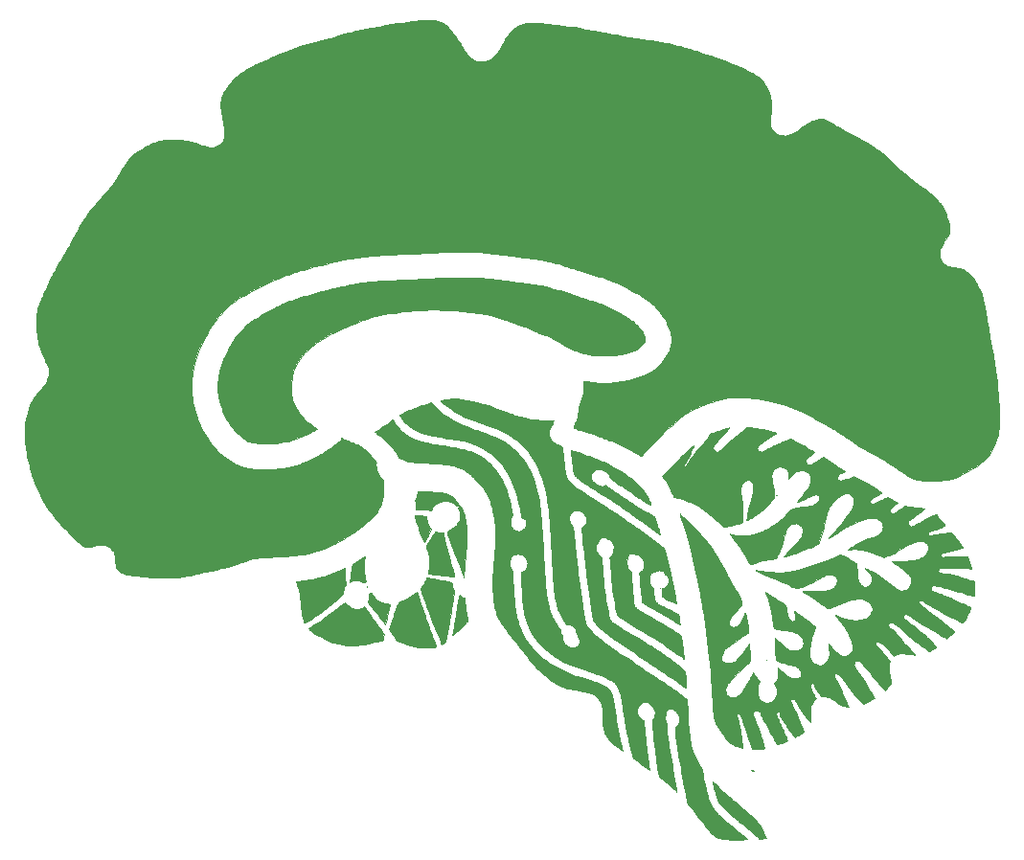
<source format=gbr>
%TF.GenerationSoftware,KiCad,Pcbnew,(6.0.10)*%
%TF.CreationDate,2022-12-29T11:48:08+01:00*%
%TF.ProjectId,brainBadge,62726169-6e42-4616-9467-652e6b696361,rev?*%
%TF.SameCoordinates,Original*%
%TF.FileFunction,Soldermask,Top*%
%TF.FilePolarity,Negative*%
%FSLAX46Y46*%
G04 Gerber Fmt 4.6, Leading zero omitted, Abs format (unit mm)*
G04 Created by KiCad (PCBNEW (6.0.10)) date 2022-12-29 11:48:08*
%MOMM*%
%LPD*%
G01*
G04 APERTURE LIST*
%ADD10C,0.010000*%
G04 APERTURE END LIST*
%TO.C,Ref\u002A\u002A*%
G36*
X114518713Y-86215355D02*
G01*
X114935617Y-86248479D01*
X115377654Y-86311490D01*
X115846107Y-86404507D01*
X116342255Y-86527652D01*
X116577928Y-86593808D01*
X116779034Y-86652776D01*
X116963766Y-86708385D01*
X117138205Y-86762737D01*
X117308431Y-86817933D01*
X117480525Y-86876074D01*
X117660567Y-86939261D01*
X117854636Y-87009593D01*
X118068814Y-87089173D01*
X118309181Y-87180101D01*
X118581816Y-87284478D01*
X118625312Y-87301209D01*
X118822791Y-87376855D01*
X119014007Y-87449427D01*
X119194157Y-87517149D01*
X119358441Y-87578246D01*
X119502055Y-87630942D01*
X119620198Y-87673460D01*
X119708067Y-87704026D01*
X119757729Y-87719973D01*
X119967747Y-87776423D01*
X120212283Y-87834740D01*
X120483662Y-87893354D01*
X120774210Y-87950693D01*
X121076250Y-88005187D01*
X121382109Y-88055266D01*
X121438750Y-88063959D01*
X121629647Y-88088684D01*
X121839432Y-88108495D01*
X122058670Y-88123055D01*
X122277925Y-88132031D01*
X122487763Y-88135086D01*
X122678747Y-88131886D01*
X122841443Y-88122096D01*
X122899781Y-88115849D01*
X122987686Y-88105680D01*
X123058404Y-88099187D01*
X123102442Y-88097149D01*
X123112143Y-88098420D01*
X123104799Y-88118453D01*
X123078898Y-88167570D01*
X123038258Y-88238915D01*
X122986700Y-88325637D01*
X122972573Y-88348882D01*
X122870060Y-88524591D01*
X122792314Y-88677110D01*
X122735927Y-88814847D01*
X122697492Y-88946206D01*
X122673599Y-89079594D01*
X122672381Y-89089238D01*
X122661739Y-89192410D01*
X122660034Y-89271535D01*
X122667895Y-89344073D01*
X122684330Y-89420883D01*
X122756689Y-89632599D01*
X122864712Y-89822883D01*
X122985417Y-89967649D01*
X123061950Y-90041055D01*
X123137815Y-90102961D01*
X123221709Y-90158763D01*
X123322332Y-90213856D01*
X123448382Y-90273636D01*
X123553002Y-90319692D01*
X123644978Y-90361065D01*
X123722412Y-90399046D01*
X123777031Y-90429364D01*
X123800423Y-90447469D01*
X123808670Y-90474343D01*
X123819441Y-90530256D01*
X123832975Y-90617022D01*
X123849511Y-90736455D01*
X123869289Y-90890369D01*
X123892547Y-91080577D01*
X123919525Y-91308895D01*
X123950462Y-91577134D01*
X123957527Y-91639083D01*
X123991556Y-91932549D01*
X124022772Y-92187563D01*
X124052090Y-92407844D01*
X124080427Y-92597108D01*
X124108696Y-92759074D01*
X124137814Y-92897459D01*
X124168696Y-93015981D01*
X124202256Y-93118356D01*
X124239410Y-93208304D01*
X124281074Y-93289540D01*
X124328162Y-93365783D01*
X124381591Y-93440751D01*
X124410271Y-93478030D01*
X124513486Y-93593729D01*
X124655208Y-93726768D01*
X124835351Y-93877084D01*
X125053831Y-94044616D01*
X125310562Y-94229302D01*
X125605460Y-94431080D01*
X125938440Y-94649890D01*
X126309416Y-94885669D01*
X126603417Y-95068003D01*
X126881568Y-95239294D01*
X127138453Y-95398447D01*
X127377824Y-95547991D01*
X127603436Y-95690457D01*
X127819041Y-95828372D01*
X128028391Y-95964268D01*
X128235241Y-96100673D01*
X128443343Y-96240116D01*
X128656450Y-96385128D01*
X128878314Y-96538238D01*
X129112690Y-96701974D01*
X129363330Y-96878868D01*
X129633988Y-97071447D01*
X129928415Y-97282241D01*
X130250366Y-97513781D01*
X130508667Y-97700058D01*
X130679397Y-97823283D01*
X130854692Y-97949784D01*
X131028110Y-98074912D01*
X131193205Y-98194020D01*
X131343536Y-98302458D01*
X131472658Y-98395579D01*
X131574129Y-98468733D01*
X131577134Y-98470899D01*
X131712978Y-98570025D01*
X131862960Y-98681501D01*
X132014132Y-98795573D01*
X132153542Y-98902484D01*
X132244148Y-98973333D01*
X132354140Y-99059898D01*
X132464225Y-99145711D01*
X132565541Y-99223920D01*
X132649225Y-99287675D01*
X132694798Y-99321674D01*
X132731422Y-99347934D01*
X132761984Y-99370384D01*
X132787972Y-99392893D01*
X132810869Y-99419331D01*
X132832163Y-99453565D01*
X132853339Y-99499466D01*
X132875883Y-99560903D01*
X132901281Y-99641745D01*
X132931019Y-99745860D01*
X132966582Y-99877120D01*
X133009456Y-100039392D01*
X133061128Y-100236545D01*
X133093442Y-100359750D01*
X133250516Y-100976838D01*
X133392600Y-101576495D01*
X133523657Y-102176394D01*
X133647649Y-102794208D01*
X133693734Y-103037333D01*
X133718337Y-103171028D01*
X133744779Y-103318069D01*
X133772118Y-103472870D01*
X133799411Y-103629843D01*
X133825714Y-103783401D01*
X133850084Y-103927956D01*
X133871578Y-104057922D01*
X133889253Y-104167710D01*
X133902166Y-104251733D01*
X133909373Y-104304405D01*
X133910314Y-104320347D01*
X133890710Y-104313128D01*
X133838425Y-104290580D01*
X133759152Y-104255247D01*
X133658583Y-104209674D01*
X133542412Y-104156409D01*
X133503750Y-104138561D01*
X133271838Y-104029172D01*
X133078666Y-103933309D01*
X132923083Y-103850332D01*
X132803937Y-103779599D01*
X132720076Y-103720467D01*
X132672959Y-103675588D01*
X132662852Y-103642219D01*
X132655035Y-103575948D01*
X132649587Y-103486151D01*
X132646587Y-103382203D01*
X132646113Y-103273478D01*
X132648246Y-103169350D01*
X132653064Y-103079195D01*
X132660646Y-103012387D01*
X132667143Y-102985794D01*
X132697471Y-102942724D01*
X132746518Y-102931035D01*
X132841629Y-102911575D01*
X132944451Y-102857780D01*
X133046498Y-102774429D01*
X133073161Y-102747107D01*
X133180247Y-102611467D01*
X133245906Y-102477507D01*
X133270759Y-102342013D01*
X133255427Y-102201769D01*
X133205342Y-102063606D01*
X133167789Y-101996585D01*
X133117005Y-101922400D01*
X133060109Y-101849601D01*
X133004222Y-101786737D01*
X132956463Y-101742357D01*
X132923954Y-101725013D01*
X132923346Y-101725000D01*
X132907804Y-101706773D01*
X132888517Y-101661207D01*
X132882422Y-101642296D01*
X132843200Y-101565018D01*
X132779585Y-101492468D01*
X132705006Y-101437761D01*
X132651404Y-101416639D01*
X132585678Y-101400149D01*
X132532217Y-101384583D01*
X132414682Y-101366324D01*
X132299676Y-101388643D01*
X132242194Y-101414595D01*
X132163377Y-101448728D01*
X132078990Y-101474251D01*
X132054733Y-101479047D01*
X131895718Y-101524240D01*
X131759477Y-101604833D01*
X131647780Y-101719469D01*
X131569919Y-101850169D01*
X131529883Y-101975447D01*
X131511720Y-102123564D01*
X131515542Y-102281045D01*
X131541462Y-102434417D01*
X131564437Y-102510099D01*
X131633590Y-102661716D01*
X131721623Y-102791514D01*
X131822050Y-102890296D01*
X131843402Y-102905760D01*
X131927850Y-102963250D01*
X131914831Y-103196083D01*
X131911336Y-103357220D01*
X131917331Y-103525256D01*
X131931720Y-103688761D01*
X131953412Y-103836306D01*
X131981314Y-103956463D01*
X131990206Y-103983974D01*
X132041956Y-104103647D01*
X132104814Y-104191674D01*
X132186779Y-104258626D01*
X132207546Y-104271216D01*
X132261702Y-104303101D01*
X132340890Y-104350427D01*
X132434031Y-104406545D01*
X132520684Y-104459108D01*
X132631072Y-104522743D01*
X132763433Y-104593636D01*
X132900624Y-104662861D01*
X133018100Y-104718176D01*
X133128103Y-104768292D01*
X133263931Y-104831263D01*
X133413369Y-104901365D01*
X133564203Y-104972870D01*
X133685719Y-105031121D01*
X134079354Y-105221004D01*
X134148075Y-105594041D01*
X134171442Y-105723668D01*
X134192797Y-105847292D01*
X134210570Y-105955435D01*
X134223194Y-106038616D01*
X134228355Y-106079081D01*
X134239914Y-106191084D01*
X134051749Y-106067598D01*
X133919127Y-105982267D01*
X133755172Y-105879568D01*
X133565470Y-105762843D01*
X133355607Y-105635436D01*
X133131169Y-105500692D01*
X132897743Y-105361954D01*
X132660915Y-105222566D01*
X132426271Y-105085873D01*
X132199398Y-104955218D01*
X132075000Y-104884331D01*
X131829295Y-104744688D01*
X131618223Y-104624181D01*
X131439403Y-104521404D01*
X131290453Y-104434953D01*
X131168992Y-104363421D01*
X131072637Y-104305404D01*
X130999008Y-104259495D01*
X130945722Y-104224289D01*
X130910398Y-104198380D01*
X130904639Y-104193653D01*
X130851243Y-104148583D01*
X130754163Y-102963250D01*
X130735847Y-102740277D01*
X130718263Y-102527489D01*
X130701766Y-102329081D01*
X130686708Y-102149250D01*
X130673443Y-101992192D01*
X130662326Y-101862102D01*
X130653710Y-101763176D01*
X130647948Y-101699611D01*
X130645946Y-101679637D01*
X130641081Y-101620604D01*
X130649209Y-101584891D01*
X130678618Y-101556922D01*
X130726967Y-101527350D01*
X130859618Y-101426857D01*
X130958972Y-101301682D01*
X131024243Y-101154258D01*
X131054646Y-100987015D01*
X131049395Y-100802384D01*
X131016045Y-100632597D01*
X130945436Y-100428538D01*
X130852102Y-100259619D01*
X130735336Y-100124824D01*
X130594429Y-100023134D01*
X130590273Y-100020832D01*
X130512149Y-99983413D01*
X130437813Y-99963341D01*
X130346061Y-99955257D01*
X130328750Y-99954728D01*
X130239973Y-99947789D01*
X130156162Y-99933473D01*
X130101888Y-99917224D01*
X129978359Y-99885711D01*
X129855601Y-99895417D01*
X129753936Y-99937239D01*
X129691450Y-99981173D01*
X129645339Y-100034182D01*
X129611315Y-100104848D01*
X129585088Y-100201752D01*
X129565149Y-100314903D01*
X129538232Y-100558797D01*
X129537332Y-100772913D01*
X129563357Y-100961553D01*
X129617215Y-101129022D01*
X129699814Y-101279625D01*
X129793634Y-101397957D01*
X129901074Y-101515513D01*
X129971030Y-102355798D01*
X129988748Y-102568789D01*
X130007393Y-102793196D01*
X130026196Y-103019762D01*
X130044391Y-103239228D01*
X130061208Y-103442337D01*
X130075881Y-103619829D01*
X130085451Y-103735833D01*
X130098540Y-103887543D01*
X130111904Y-104029569D01*
X130124813Y-104155096D01*
X130136539Y-104257308D01*
X130146354Y-104329388D01*
X130152167Y-104360130D01*
X130171947Y-104427217D01*
X130196015Y-104488721D01*
X130227222Y-104546869D01*
X130268417Y-104603889D01*
X130322450Y-104662005D01*
X130392169Y-104723445D01*
X130480425Y-104790435D01*
X130590067Y-104865202D01*
X130723944Y-104949971D01*
X130884906Y-105046969D01*
X131075803Y-105158424D01*
X131299484Y-105286560D01*
X131440000Y-105366361D01*
X131826757Y-105586512D01*
X132179389Y-105789350D01*
X132501378Y-105977006D01*
X132796205Y-106151609D01*
X133067350Y-106315288D01*
X133318296Y-106470172D01*
X133552522Y-106618391D01*
X133773511Y-106762073D01*
X133984743Y-106903348D01*
X134189699Y-107044346D01*
X134234000Y-107075334D01*
X134350417Y-107157003D01*
X134366837Y-107314376D01*
X134372506Y-107365084D01*
X134382668Y-107452189D01*
X134396642Y-107570072D01*
X134413746Y-107713115D01*
X134433302Y-107875697D01*
X134454627Y-108052201D01*
X134477042Y-108237007D01*
X134499866Y-108424497D01*
X134522419Y-108609051D01*
X134544020Y-108785051D01*
X134563988Y-108946877D01*
X134581643Y-109088911D01*
X134585214Y-109117458D01*
X134589148Y-109185314D01*
X134578094Y-109214224D01*
X134550721Y-109205312D01*
X134518223Y-109173978D01*
X134478383Y-109137028D01*
X134406485Y-109078137D01*
X134305320Y-108999398D01*
X134177677Y-108902904D01*
X134026350Y-108790749D01*
X133854127Y-108665024D01*
X133663801Y-108527824D01*
X133514334Y-108421126D01*
X133258085Y-108239650D01*
X133026068Y-108077152D01*
X132812141Y-107929692D01*
X132610162Y-107793335D01*
X132413989Y-107664144D01*
X132217482Y-107538179D01*
X132014499Y-107411505D01*
X131798898Y-107280184D01*
X131564539Y-107140278D01*
X131305279Y-106987851D01*
X131018217Y-106820843D01*
X130798098Y-106693075D01*
X130608837Y-106582715D01*
X130444527Y-106486188D01*
X130299260Y-106399915D01*
X130167129Y-106320320D01*
X130042227Y-106243826D01*
X129918645Y-106166856D01*
X129790478Y-106085833D01*
X129651816Y-105997181D01*
X129554808Y-105934768D01*
X129425935Y-105851965D01*
X129283213Y-105760683D01*
X129141396Y-105670334D01*
X129015241Y-105590331D01*
X128977888Y-105566750D01*
X128879423Y-105504859D01*
X128805837Y-105456005D01*
X128752163Y-105412566D01*
X128713436Y-105366923D01*
X128684690Y-105311454D01*
X128660957Y-105238538D01*
X128637273Y-105140554D01*
X128608670Y-105009883D01*
X128605464Y-104995250D01*
X128528988Y-104630181D01*
X128459607Y-104262615D01*
X128396640Y-103887377D01*
X128339408Y-103499289D01*
X128287230Y-103093176D01*
X128239428Y-102663862D01*
X128195321Y-102206172D01*
X128154229Y-101714928D01*
X128127342Y-101354583D01*
X128113937Y-101169237D01*
X128100543Y-100988678D01*
X128087665Y-100819390D01*
X128075809Y-100667857D01*
X128065481Y-100540562D01*
X128057186Y-100443991D01*
X128052478Y-100394402D01*
X128031987Y-100196220D01*
X128114643Y-100116006D01*
X128227245Y-99979906D01*
X128308623Y-99819551D01*
X128359521Y-99632848D01*
X128380679Y-99417709D01*
X128381417Y-99364916D01*
X128380215Y-99262924D01*
X128374855Y-99189208D01*
X128362707Y-99129737D01*
X128341139Y-99070480D01*
X128315744Y-99014664D01*
X128218684Y-98849986D01*
X128101125Y-98722294D01*
X127963119Y-98631637D01*
X127849458Y-98588861D01*
X127783930Y-98561593D01*
X127712285Y-98518736D01*
X127687547Y-98500337D01*
X127637808Y-98463935D01*
X127592657Y-98443814D01*
X127536052Y-98435268D01*
X127460042Y-98433583D01*
X127360472Y-98439552D01*
X127284920Y-98461773D01*
X127223689Y-98506717D01*
X127167086Y-98580856D01*
X127122000Y-98659206D01*
X127075370Y-98740091D01*
X127025842Y-98816611D01*
X126986325Y-98869456D01*
X126941904Y-98930659D01*
X126894862Y-99009280D01*
X126869909Y-99058000D01*
X126844367Y-99117324D01*
X126828182Y-99172494D01*
X126819316Y-99236141D01*
X126815731Y-99320897D01*
X126815270Y-99396666D01*
X126816554Y-99502252D01*
X126821655Y-99578500D01*
X126832767Y-99638373D01*
X126852078Y-99694835D01*
X126874053Y-99744437D01*
X126976014Y-99917994D01*
X127104496Y-100059385D01*
X127195781Y-100129496D01*
X127306456Y-100202980D01*
X127320552Y-100366031D01*
X127325508Y-100426771D01*
X127333016Y-100523318D01*
X127342595Y-100649257D01*
X127353761Y-100798171D01*
X127366034Y-100963644D01*
X127378929Y-101139258D01*
X127386905Y-101248750D01*
X127428292Y-101787482D01*
X127471597Y-102287987D01*
X127517352Y-102754350D01*
X127566088Y-103190653D01*
X127618334Y-103600981D01*
X127674624Y-103989418D01*
X127735486Y-104360048D01*
X127801453Y-104716953D01*
X127873056Y-105064219D01*
X127897316Y-105174289D01*
X127941213Y-105362466D01*
X127982155Y-105515090D01*
X128023721Y-105638433D01*
X128069490Y-105738769D01*
X128123042Y-105822370D01*
X128187955Y-105895509D01*
X128267809Y-105964459D01*
X128366183Y-106035493D01*
X128402709Y-106060054D01*
X128600724Y-106190296D01*
X128819980Y-106332153D01*
X129053560Y-106481310D01*
X129294545Y-106633450D01*
X129536019Y-106784256D01*
X129771065Y-106929413D01*
X129992764Y-107064603D01*
X130194200Y-107185510D01*
X130368455Y-107287818D01*
X130392344Y-107301594D01*
X130691517Y-107474194D01*
X130958595Y-107629638D01*
X131198632Y-107771072D01*
X131416681Y-107901639D01*
X131617797Y-108024482D01*
X131807034Y-108142745D01*
X131989446Y-108259571D01*
X132170087Y-108378104D01*
X132354011Y-108501488D01*
X132546273Y-108632865D01*
X132667667Y-108716789D01*
X132902850Y-108880264D01*
X133107248Y-109023149D01*
X133285084Y-109148656D01*
X133440581Y-109259996D01*
X133577961Y-109360381D01*
X133701450Y-109453023D01*
X133815268Y-109541134D01*
X133923640Y-109627925D01*
X134030789Y-109716609D01*
X134140937Y-109810396D01*
X134258308Y-109912499D01*
X134373802Y-110014328D01*
X134693521Y-110297428D01*
X134705489Y-110440339D01*
X134714596Y-110556295D01*
X134724176Y-110690961D01*
X134733915Y-110838522D01*
X134743497Y-110993166D01*
X134752608Y-111149079D01*
X134760933Y-111300446D01*
X134768158Y-111441456D01*
X134773967Y-111566293D01*
X134778047Y-111669145D01*
X134780082Y-111744198D01*
X134779757Y-111785639D01*
X134778660Y-111791896D01*
X134756922Y-111786333D01*
X134711458Y-111759738D01*
X134651520Y-111717619D01*
X134642753Y-111710990D01*
X134553743Y-111644882D01*
X134431138Y-111556612D01*
X134276666Y-111447352D01*
X134092053Y-111318278D01*
X133879024Y-111170561D01*
X133639307Y-111005377D01*
X133374628Y-110823898D01*
X133086712Y-110627299D01*
X132777287Y-110416753D01*
X132448078Y-110193433D01*
X132100813Y-109958514D01*
X131737216Y-109713169D01*
X131359015Y-109458573D01*
X130967937Y-109195897D01*
X130565706Y-108926317D01*
X130154050Y-108651006D01*
X129734695Y-108371137D01*
X129513834Y-108223976D01*
X129224341Y-108030611D01*
X128966637Y-107857078D01*
X128736790Y-107700493D01*
X128530866Y-107557974D01*
X128344930Y-107426638D01*
X128175050Y-107303601D01*
X128017292Y-107185980D01*
X127867722Y-107070893D01*
X127722406Y-106955457D01*
X127577412Y-106836787D01*
X127428805Y-106712002D01*
X127296728Y-106598987D01*
X127159524Y-106476949D01*
X127024306Y-106349671D01*
X126897228Y-106223446D01*
X126784443Y-106104570D01*
X126692102Y-105999338D01*
X126626359Y-105914045D01*
X126624247Y-105910958D01*
X126606410Y-105881372D01*
X126589885Y-105845172D01*
X126573835Y-105798316D01*
X126557423Y-105736760D01*
X126539811Y-105656461D01*
X126520161Y-105553376D01*
X126497637Y-105423461D01*
X126471399Y-105262674D01*
X126440611Y-105066970D01*
X126414822Y-104900000D01*
X126361402Y-104550994D01*
X126311686Y-104222902D01*
X126265230Y-103912194D01*
X126221592Y-103615341D01*
X126180329Y-103328814D01*
X126141000Y-103049084D01*
X126103160Y-102772623D01*
X126066368Y-102495900D01*
X126030181Y-102215387D01*
X125994157Y-101927555D01*
X125957852Y-101628875D01*
X125920825Y-101315818D01*
X125882632Y-100984854D01*
X125842831Y-100632456D01*
X125800979Y-100255093D01*
X125756635Y-99849236D01*
X125709354Y-99411358D01*
X125658695Y-98937928D01*
X125611949Y-98498335D01*
X125522253Y-97652921D01*
X125686783Y-97495730D01*
X125796704Y-97383324D01*
X125874982Y-97282838D01*
X125926319Y-97184481D01*
X125955416Y-97078461D01*
X125966973Y-96954989D01*
X125967733Y-96910527D01*
X125966448Y-96812130D01*
X125959688Y-96740143D01*
X125944338Y-96678708D01*
X125917282Y-96611966D01*
X125903086Y-96581500D01*
X125808409Y-96422837D01*
X125687244Y-96283872D01*
X125548107Y-96173544D01*
X125475147Y-96132251D01*
X125398676Y-96096977D01*
X125335518Y-96076163D01*
X125268542Y-96066121D01*
X125180620Y-96063161D01*
X125154013Y-96063095D01*
X125056851Y-96065184D01*
X124986715Y-96073291D01*
X124928406Y-96090395D01*
X124867031Y-96119310D01*
X124727942Y-96212809D01*
X124610284Y-96332209D01*
X124524181Y-96467159D01*
X124521704Y-96472377D01*
X124493082Y-96540244D01*
X124476048Y-96603339D01*
X124467813Y-96677079D01*
X124465587Y-96776883D01*
X124465584Y-96782583D01*
X124466827Y-96875641D01*
X124473035Y-96944713D01*
X124487922Y-97005663D01*
X124515204Y-97074356D01*
X124552612Y-97154217D01*
X124599521Y-97244807D01*
X124649572Y-97330193D01*
X124694295Y-97396257D01*
X124708052Y-97413269D01*
X124764074Y-97498299D01*
X124785690Y-97570801D01*
X124789551Y-97606160D01*
X124797379Y-97679586D01*
X124808748Y-97787044D01*
X124823235Y-97924494D01*
X124840415Y-98087902D01*
X124859864Y-98273228D01*
X124881156Y-98476437D01*
X124903868Y-98693492D01*
X124922054Y-98867500D01*
X124970861Y-99333237D01*
X125016058Y-99760942D01*
X125058150Y-100154714D01*
X125097642Y-100518652D01*
X125135038Y-100856857D01*
X125170844Y-101173428D01*
X125205564Y-101472465D01*
X125239702Y-101758067D01*
X125273765Y-102034335D01*
X125308256Y-102305369D01*
X125343681Y-102575268D01*
X125380544Y-102848132D01*
X125419350Y-103128061D01*
X125460604Y-103419155D01*
X125504811Y-103725513D01*
X125552476Y-104051235D01*
X125599713Y-104370833D01*
X125648706Y-104698670D01*
X125692524Y-104986565D01*
X125731513Y-105236546D01*
X125766022Y-105450641D01*
X125796401Y-105630880D01*
X125822997Y-105779292D01*
X125846160Y-105897904D01*
X125866237Y-105988745D01*
X125883578Y-106053845D01*
X125894283Y-106085206D01*
X125959803Y-106219923D01*
X126055443Y-106366931D01*
X126182354Y-106527479D01*
X126341684Y-106702816D01*
X126534584Y-106894189D01*
X126762203Y-107102847D01*
X127025690Y-107330038D01*
X127090250Y-107384016D01*
X127183451Y-107460967D01*
X127276075Y-107536106D01*
X127370295Y-107610956D01*
X127468285Y-107687042D01*
X127572216Y-107765885D01*
X127684263Y-107849010D01*
X127806598Y-107937940D01*
X127941394Y-108034197D01*
X128090825Y-108139304D01*
X128257062Y-108254786D01*
X128442280Y-108382164D01*
X128648651Y-108522963D01*
X128878347Y-108678705D01*
X129133543Y-108850913D01*
X129416411Y-109041112D01*
X129729124Y-109250823D01*
X130073854Y-109481570D01*
X130265250Y-109609549D01*
X130732207Y-109921911D01*
X131165307Y-110212085D01*
X131566082Y-110481122D01*
X131936059Y-110730073D01*
X132276770Y-110959987D01*
X132589743Y-111171913D01*
X132876508Y-111366904D01*
X133138595Y-111546007D01*
X133377534Y-111710274D01*
X133594854Y-111860754D01*
X133792085Y-111998498D01*
X133970757Y-112124555D01*
X134132399Y-112239976D01*
X134278541Y-112345811D01*
X134410712Y-112443109D01*
X134530443Y-112532921D01*
X134590038Y-112578351D01*
X134680409Y-112648786D01*
X134758209Y-112711574D01*
X134817438Y-112761703D01*
X134852095Y-112794160D01*
X134858498Y-112802626D01*
X134861929Y-112830677D01*
X134867149Y-112896062D01*
X134873875Y-112993830D01*
X134881825Y-113119034D01*
X134890717Y-113266723D01*
X134900267Y-113431949D01*
X134910194Y-113609762D01*
X134920215Y-113795213D01*
X134930047Y-113983353D01*
X134939409Y-114169233D01*
X134948017Y-114347903D01*
X134953502Y-114467333D01*
X134975739Y-114899741D01*
X135002367Y-115294043D01*
X135034168Y-115654312D01*
X135071925Y-115984621D01*
X135116420Y-116289044D01*
X135168434Y-116571654D01*
X135228750Y-116836523D01*
X135298149Y-117087725D01*
X135377415Y-117329333D01*
X135467328Y-117565420D01*
X135568671Y-117800060D01*
X135610817Y-117890695D01*
X135697847Y-118068569D01*
X135793689Y-118254406D01*
X135892644Y-118437758D01*
X135989012Y-118608178D01*
X136077093Y-118755219D01*
X136115043Y-118814869D01*
X136154715Y-118876802D01*
X136183218Y-118927459D01*
X136203607Y-118976783D01*
X136218937Y-119034718D01*
X136232262Y-119111207D01*
X136246639Y-119216195D01*
X136252644Y-119262755D01*
X136330758Y-119786935D01*
X136430144Y-120314293D01*
X136548031Y-120832019D01*
X136681648Y-121327303D01*
X136742065Y-121526416D01*
X136812527Y-121742086D01*
X136879895Y-121926033D01*
X136948925Y-122086040D01*
X137024373Y-122229890D01*
X137110994Y-122365366D01*
X137213544Y-122500250D01*
X137336780Y-122642327D01*
X137485456Y-122799377D01*
X137575957Y-122891108D01*
X137791093Y-123099616D01*
X138042347Y-123329602D01*
X138329478Y-123580855D01*
X138652247Y-123853168D01*
X139010414Y-124146331D01*
X139091750Y-124211847D01*
X139277300Y-124361682D01*
X139453708Y-124505630D01*
X139618174Y-124641307D01*
X139767900Y-124766332D01*
X139900090Y-124878322D01*
X140011944Y-124974896D01*
X140100664Y-125053671D01*
X140163453Y-125112265D01*
X140197512Y-125148296D01*
X140203000Y-125157919D01*
X140182269Y-125162431D01*
X140121809Y-125166378D01*
X140024222Y-125169715D01*
X139892109Y-125172394D01*
X139728073Y-125174370D01*
X139534715Y-125175596D01*
X139314636Y-125176025D01*
X139192292Y-125175921D01*
X138958490Y-125175457D01*
X138762709Y-125174824D01*
X138600636Y-125173838D01*
X138467957Y-125172321D01*
X138360361Y-125170091D01*
X138273534Y-125166968D01*
X138203164Y-125162770D01*
X138144938Y-125157316D01*
X138094543Y-125150426D01*
X138047666Y-125141919D01*
X137999995Y-125131613D01*
X137969917Y-125124656D01*
X137782066Y-125078187D01*
X137629605Y-125034329D01*
X137505896Y-124990589D01*
X137404306Y-124944473D01*
X137318197Y-124893488D01*
X137277750Y-124864538D01*
X137201168Y-124798843D01*
X137103486Y-124703015D01*
X136988298Y-124581303D01*
X136859195Y-124437962D01*
X136719769Y-124277244D01*
X136573613Y-124103401D01*
X136424318Y-123920684D01*
X136275477Y-123733348D01*
X136130682Y-123545644D01*
X135993524Y-123361824D01*
X135906240Y-123240916D01*
X135731284Y-122997834D01*
X135565281Y-122773149D01*
X135410923Y-122570337D01*
X135270900Y-122392872D01*
X135147904Y-122244230D01*
X135044627Y-122127886D01*
X135042073Y-122125157D01*
X134877661Y-121949750D01*
X134724699Y-121113666D01*
X134626078Y-120574027D01*
X134534959Y-120074099D01*
X134451031Y-119611985D01*
X134373986Y-119185791D01*
X134303513Y-118793621D01*
X134239302Y-118433578D01*
X134181043Y-118103768D01*
X134128428Y-117802295D01*
X134081145Y-117527262D01*
X134038884Y-117276775D01*
X134001337Y-117048937D01*
X133968194Y-116841853D01*
X133939143Y-116653628D01*
X133913876Y-116482365D01*
X133892083Y-116326169D01*
X133873454Y-116183144D01*
X133857678Y-116051395D01*
X133844447Y-115929025D01*
X133833450Y-115814140D01*
X133824377Y-115704843D01*
X133816918Y-115599239D01*
X133813054Y-115536250D01*
X133806327Y-115412744D01*
X133803026Y-115324838D01*
X133803466Y-115265913D01*
X133807960Y-115229348D01*
X133816821Y-115208526D01*
X133829097Y-115197583D01*
X133907333Y-115135365D01*
X133988011Y-115048136D01*
X134059039Y-114950646D01*
X134108327Y-114857643D01*
X134108855Y-114856318D01*
X134132241Y-114789593D01*
X134147079Y-114723599D01*
X134155156Y-114645474D01*
X134158261Y-114542353D01*
X134158502Y-114499083D01*
X134157669Y-114391778D01*
X134153399Y-114314450D01*
X134143689Y-114254765D01*
X134126536Y-114200390D01*
X134100056Y-114139250D01*
X134017545Y-113997116D01*
X133917161Y-113890877D01*
X133810667Y-113823693D01*
X133734789Y-113778335D01*
X133660155Y-113720243D01*
X133640055Y-113701181D01*
X133542688Y-113628494D01*
X133434335Y-113591509D01*
X133323203Y-113589598D01*
X133217500Y-113622135D01*
X133125431Y-113688490D01*
X133080337Y-113743991D01*
X133051926Y-113798477D01*
X133022807Y-113878711D01*
X132991822Y-113988792D01*
X132957811Y-114132820D01*
X132921080Y-114307619D01*
X132911458Y-114435654D01*
X132933470Y-114575075D01*
X132988233Y-114732168D01*
X133002041Y-114763666D01*
X133023523Y-114812994D01*
X133039638Y-114857259D01*
X133051408Y-114903970D01*
X133059857Y-114960638D01*
X133066010Y-115034770D01*
X133070889Y-115133877D01*
X133075519Y-115265467D01*
X133077063Y-115314000D01*
X133087507Y-115544632D01*
X133105026Y-115791703D01*
X133129999Y-116057935D01*
X133162805Y-116346051D01*
X133203822Y-116658774D01*
X133253428Y-116998825D01*
X133312002Y-117368927D01*
X133379923Y-117771804D01*
X133457568Y-118210177D01*
X133545317Y-118686770D01*
X133547745Y-118699735D01*
X133581090Y-118879186D01*
X133619686Y-119089210D01*
X133661512Y-119318677D01*
X133704550Y-119556456D01*
X133746782Y-119791417D01*
X133786188Y-120012429D01*
X133801113Y-120096735D01*
X133832614Y-120274904D01*
X133862227Y-120442025D01*
X133889046Y-120593003D01*
X133912161Y-120722741D01*
X133930665Y-120826143D01*
X133943650Y-120898113D01*
X133950208Y-120933553D01*
X133950246Y-120933750D01*
X133951191Y-120952628D01*
X133941643Y-120956530D01*
X133918082Y-120942663D01*
X133876988Y-120908233D01*
X133814837Y-120850449D01*
X133728111Y-120766518D01*
X133680344Y-120719686D01*
X133569280Y-120611742D01*
X133467766Y-120516241D01*
X133369458Y-120427917D01*
X133268012Y-120341503D01*
X133157083Y-120251732D01*
X133030328Y-120153339D01*
X132881403Y-120041055D01*
X132709368Y-119913597D01*
X132359486Y-119655787D01*
X132300609Y-119204685D01*
X132284194Y-119080599D01*
X132262914Y-118922368D01*
X132237834Y-118737762D01*
X132210018Y-118534552D01*
X132180531Y-118320510D01*
X132150436Y-118103407D01*
X132120798Y-117891012D01*
X132117095Y-117864583D01*
X132068743Y-117516505D01*
X132026284Y-117203052D01*
X131988922Y-116917048D01*
X131955860Y-116651315D01*
X131926304Y-116398678D01*
X131899457Y-116151959D01*
X131874523Y-115903983D01*
X131850706Y-115647572D01*
X131827211Y-115375551D01*
X131803242Y-115080741D01*
X131790821Y-114922416D01*
X131762868Y-114562583D01*
X131846737Y-114471051D01*
X131942789Y-114336577D01*
X132004522Y-114184441D01*
X132029919Y-114023108D01*
X132016964Y-113861039D01*
X132004251Y-113809933D01*
X131943973Y-113658345D01*
X131854517Y-113503736D01*
X131743882Y-113356247D01*
X131620067Y-113226017D01*
X131491073Y-113123184D01*
X131436325Y-113090087D01*
X131358947Y-113051010D01*
X131295843Y-113029136D01*
X131227685Y-113019700D01*
X131143667Y-113017905D01*
X131068291Y-113019205D01*
X131006137Y-113025171D01*
X130950928Y-113039457D01*
X130896391Y-113065718D01*
X130836250Y-113107610D01*
X130764230Y-113168788D01*
X130674056Y-113252907D01*
X130573382Y-113350093D01*
X130492840Y-113456335D01*
X130439674Y-113587425D01*
X130416440Y-113733920D01*
X130425692Y-113886376D01*
X130426719Y-113892165D01*
X130472894Y-114048849D01*
X130551007Y-114207040D01*
X130653630Y-114356184D01*
X130773332Y-114485725D01*
X130902686Y-114585108D01*
X130922739Y-114596919D01*
X130953269Y-114613033D01*
X130978024Y-114626166D01*
X130997926Y-114640597D01*
X131013894Y-114660606D01*
X131026849Y-114690473D01*
X131037711Y-114734477D01*
X131047400Y-114796898D01*
X131056837Y-114882016D01*
X131066941Y-114994112D01*
X131078634Y-115137464D01*
X131092836Y-115316352D01*
X131101967Y-115430416D01*
X131122427Y-115670629D01*
X131145748Y-115917729D01*
X131172471Y-116176318D01*
X131203136Y-116450996D01*
X131238285Y-116746363D01*
X131278458Y-117067021D01*
X131324196Y-117417570D01*
X131376039Y-117802610D01*
X131409074Y-118043223D01*
X131436406Y-118241953D01*
X131461686Y-118427447D01*
X131484367Y-118595576D01*
X131503904Y-118742213D01*
X131519752Y-118863232D01*
X131531363Y-118954505D01*
X131538193Y-119011905D01*
X131539753Y-119031302D01*
X131520359Y-119022249D01*
X131471611Y-118990578D01*
X131397740Y-118939444D01*
X131302975Y-118872002D01*
X131191547Y-118791407D01*
X131067687Y-118700814D01*
X130935624Y-118603378D01*
X130799588Y-118502254D01*
X130663811Y-118400596D01*
X130532521Y-118301560D01*
X130409950Y-118208301D01*
X130300328Y-118123972D01*
X130207884Y-118051730D01*
X130136849Y-117994730D01*
X130091454Y-117956125D01*
X130075984Y-117939618D01*
X130068741Y-117910933D01*
X130053157Y-117846814D01*
X130030614Y-117753027D01*
X130002495Y-117635340D01*
X129970180Y-117499520D01*
X129936294Y-117356583D01*
X129894368Y-117180805D01*
X129848782Y-116992056D01*
X129802489Y-116802394D01*
X129758440Y-116623881D01*
X129719586Y-116468575D01*
X129703205Y-116404083D01*
X129645068Y-116171441D01*
X129592231Y-115947792D01*
X129543495Y-115726747D01*
X129497662Y-115501920D01*
X129453530Y-115266924D01*
X129409902Y-115015372D01*
X129365578Y-114740877D01*
X129319358Y-114437052D01*
X129270042Y-114097509D01*
X129269958Y-114096916D01*
X129215807Y-113724377D01*
X129164874Y-113391043D01*
X129116293Y-113093983D01*
X129069198Y-112830266D01*
X129022721Y-112596962D01*
X128975999Y-112391138D01*
X128928163Y-112209864D01*
X128878349Y-112050210D01*
X128825690Y-111909244D01*
X128769320Y-111784036D01*
X128708373Y-111671653D01*
X128641983Y-111569167D01*
X128569283Y-111473644D01*
X128489408Y-111382156D01*
X128457863Y-111348741D01*
X128384495Y-111275732D01*
X128313230Y-111213438D01*
X128236116Y-111156552D01*
X128145202Y-111099765D01*
X128032537Y-111037766D01*
X127890171Y-110965246D01*
X127864359Y-110952438D01*
X127652039Y-110849060D01*
X127456904Y-110758179D01*
X127271172Y-110676821D01*
X127087060Y-110602012D01*
X126896787Y-110530777D01*
X126692573Y-110460144D01*
X126466634Y-110387139D01*
X126211189Y-110308787D01*
X126069844Y-110266639D01*
X125521835Y-110095696D01*
X125015155Y-109919439D01*
X124549101Y-109737569D01*
X124122967Y-109549786D01*
X123736048Y-109355787D01*
X123387638Y-109155273D01*
X123237917Y-109059312D01*
X123093958Y-108957856D01*
X122927673Y-108830734D01*
X122745397Y-108683434D01*
X122553467Y-108521445D01*
X122358218Y-108350258D01*
X122165986Y-108175359D01*
X121983105Y-108002239D01*
X121815911Y-107836386D01*
X121761054Y-107779799D01*
X121487516Y-107465867D01*
X121239639Y-107123630D01*
X121021645Y-106760092D01*
X120837753Y-106382257D01*
X120698591Y-106016763D01*
X120619451Y-105761738D01*
X120550704Y-105507242D01*
X120491155Y-105246637D01*
X120439607Y-104973287D01*
X120394864Y-104680554D01*
X120355730Y-104361801D01*
X120321010Y-104010393D01*
X120306656Y-103841666D01*
X120300771Y-103763105D01*
X120293197Y-103652237D01*
X120284238Y-103514305D01*
X120274199Y-103354553D01*
X120263383Y-103178222D01*
X120252096Y-102990555D01*
X120240641Y-102796797D01*
X120229323Y-102602189D01*
X120218446Y-102411974D01*
X120208315Y-102231395D01*
X120199234Y-102065696D01*
X120191507Y-101920118D01*
X120185439Y-101799906D01*
X120181334Y-101710301D01*
X120179497Y-101656547D01*
X120179427Y-101650034D01*
X120181581Y-101601639D01*
X120194181Y-101569860D01*
X120226236Y-101543612D01*
X120286753Y-101511808D01*
X120295060Y-101507727D01*
X120455331Y-101406804D01*
X120585817Y-101277226D01*
X120683686Y-101122446D01*
X120741895Y-100963064D01*
X120766948Y-100787187D01*
X120750273Y-100618292D01*
X120691927Y-100456569D01*
X120591967Y-100302208D01*
X120518542Y-100219772D01*
X120384782Y-100098884D01*
X120253816Y-100014672D01*
X120116857Y-99963097D01*
X119965116Y-99940116D01*
X119905951Y-99938071D01*
X119765768Y-99942467D01*
X119655368Y-99960820D01*
X119563538Y-99996543D01*
X119479062Y-100053047D01*
X119451482Y-100076311D01*
X119356507Y-100169055D01*
X119285345Y-100262971D01*
X119232854Y-100368351D01*
X119193891Y-100495487D01*
X119163683Y-100652331D01*
X119154315Y-100833775D01*
X119182101Y-101009987D01*
X119244845Y-101173212D01*
X119340353Y-101315695D01*
X119356678Y-101334050D01*
X119439576Y-101423984D01*
X119460124Y-101886700D01*
X119482829Y-102372323D01*
X119506211Y-102818480D01*
X119530624Y-103228040D01*
X119556419Y-103603870D01*
X119583950Y-103948836D01*
X119613567Y-104265807D01*
X119645625Y-104557648D01*
X119680475Y-104827228D01*
X119718470Y-105077414D01*
X119759963Y-105311072D01*
X119805305Y-105531070D01*
X119854849Y-105740276D01*
X119908948Y-105941556D01*
X119967954Y-106137778D01*
X119991771Y-106211719D01*
X120162002Y-106664290D01*
X120369143Y-107096146D01*
X120613051Y-107507053D01*
X120893585Y-107896777D01*
X121210605Y-108265083D01*
X121254838Y-108311740D01*
X121391246Y-108449212D01*
X121551230Y-108602382D01*
X121728237Y-108765566D01*
X121915709Y-108933080D01*
X122107094Y-109099243D01*
X122295835Y-109258372D01*
X122475378Y-109404782D01*
X122639168Y-109532792D01*
X122780650Y-109636719D01*
X122793417Y-109645636D01*
X123069373Y-109823032D01*
X123386027Y-110000432D01*
X123741750Y-110177145D01*
X124134912Y-110352477D01*
X124563883Y-110525738D01*
X125027035Y-110696233D01*
X125522737Y-110863272D01*
X126026614Y-111019404D01*
X126265248Y-111091615D01*
X126471341Y-111157032D01*
X126653468Y-111218946D01*
X126820203Y-111280652D01*
X126980121Y-111345441D01*
X127141795Y-111416605D01*
X127313799Y-111497437D01*
X127467500Y-111572715D01*
X127642577Y-111662725D01*
X127783487Y-111744398D01*
X127895764Y-111824091D01*
X127984940Y-111908162D01*
X128056549Y-112002968D01*
X128116126Y-112114866D01*
X128169204Y-112250215D01*
X128221316Y-112415371D01*
X128231509Y-112450449D01*
X128256823Y-112540302D01*
X128280331Y-112628596D01*
X128302652Y-112718843D01*
X128324405Y-112814558D01*
X128346210Y-112919254D01*
X128368686Y-113036445D01*
X128392451Y-113169645D01*
X128418127Y-113322367D01*
X128446331Y-113498125D01*
X128477683Y-113700432D01*
X128512803Y-113932804D01*
X128552310Y-114198752D01*
X128596823Y-114501791D01*
X128614987Y-114626083D01*
X128683401Y-115067644D01*
X128757140Y-115487928D01*
X128839199Y-115902083D01*
X128932571Y-116325261D01*
X129035451Y-116753333D01*
X129071058Y-116897878D01*
X129102564Y-117028435D01*
X129128702Y-117139538D01*
X129148208Y-117225718D01*
X129159813Y-117281508D01*
X129162371Y-117301376D01*
X129143761Y-117292299D01*
X129096624Y-117261993D01*
X129026567Y-117214271D01*
X128939198Y-117152942D01*
X128852901Y-117091074D01*
X128731551Y-117003629D01*
X128600351Y-116909668D01*
X128472094Y-116818317D01*
X128359572Y-116738702D01*
X128317917Y-116709440D01*
X128210901Y-116631033D01*
X128120037Y-116555078D01*
X128039472Y-116474603D01*
X127963349Y-116382636D01*
X127885814Y-116272204D01*
X127801011Y-116136334D01*
X127719566Y-115996905D01*
X127653162Y-115877261D01*
X127604618Y-115778772D01*
X127568132Y-115687491D01*
X127537901Y-115589471D01*
X127518251Y-115513065D01*
X127492847Y-115403705D01*
X127471724Y-115298809D01*
X127454315Y-115192386D01*
X127440056Y-115078448D01*
X127428381Y-114951006D01*
X127418723Y-114804069D01*
X127410518Y-114631648D01*
X127403199Y-114427753D01*
X127397511Y-114234619D01*
X127391038Y-114018865D01*
X127384233Y-113840094D01*
X127376531Y-113692956D01*
X127367372Y-113572103D01*
X127356190Y-113472186D01*
X127342425Y-113387853D01*
X127325513Y-113313758D01*
X127304891Y-113244548D01*
X127288384Y-113197333D01*
X127182860Y-112963751D01*
X127047310Y-112758311D01*
X126880205Y-112579435D01*
X126680013Y-112425544D01*
X126445207Y-112295060D01*
X126389730Y-112269768D01*
X126291884Y-112227883D01*
X126201434Y-112192421D01*
X126111961Y-112161792D01*
X126017046Y-112134404D01*
X125910272Y-112108669D01*
X125785220Y-112082995D01*
X125635471Y-112055793D01*
X125454607Y-112025471D01*
X125309296Y-112002055D01*
X125035813Y-111957559D01*
X124799486Y-111916904D01*
X124595446Y-111878816D01*
X124418827Y-111842023D01*
X124264761Y-111805249D01*
X124128379Y-111767223D01*
X124004814Y-111726670D01*
X123889199Y-111682316D01*
X123776665Y-111632890D01*
X123662346Y-111577116D01*
X123638608Y-111564969D01*
X123498620Y-111490606D01*
X123346456Y-111405942D01*
X123190518Y-111315981D01*
X123039206Y-111225727D01*
X122900920Y-111140185D01*
X122784061Y-111064361D01*
X122701983Y-111006957D01*
X122645302Y-110962141D01*
X122565820Y-110895580D01*
X122471754Y-110814337D01*
X122371320Y-110725479D01*
X122305215Y-110665799D01*
X122186583Y-110558178D01*
X122051510Y-110436339D01*
X121914344Y-110313186D01*
X121789435Y-110201622D01*
X121754422Y-110170500D01*
X121592390Y-110023389D01*
X121447818Y-109884141D01*
X121314018Y-109745260D01*
X121184301Y-109599254D01*
X121051978Y-109438629D01*
X120910361Y-109255891D01*
X120772074Y-109069934D01*
X120548959Y-108767930D01*
X120345637Y-108497768D01*
X120159115Y-108255613D01*
X119986400Y-108037629D01*
X119824498Y-107839982D01*
X119673377Y-107662250D01*
X119572320Y-107544812D01*
X119462972Y-107416217D01*
X119355584Y-107288615D01*
X119260405Y-107174155D01*
X119218029Y-107122500D01*
X119126411Y-107005754D01*
X119020650Y-106863778D01*
X118905165Y-106703125D01*
X118784374Y-106530347D01*
X118662694Y-106351995D01*
X118544544Y-106174624D01*
X118434341Y-106004785D01*
X118336503Y-105849030D01*
X118255449Y-105713913D01*
X118195793Y-105606365D01*
X118108626Y-105427010D01*
X118032579Y-105244496D01*
X117966531Y-105053864D01*
X117909364Y-104850153D01*
X117859957Y-104628404D01*
X117817189Y-104383657D01*
X117779940Y-104110953D01*
X117747091Y-103805333D01*
X117720757Y-103503000D01*
X117711453Y-103354469D01*
X117704132Y-103172897D01*
X117698769Y-102965351D01*
X117695335Y-102738901D01*
X117693802Y-102500615D01*
X117694143Y-102257560D01*
X117696330Y-102016807D01*
X117700335Y-101785423D01*
X117706131Y-101570476D01*
X117713690Y-101379037D01*
X117722984Y-101218172D01*
X117730041Y-101132333D01*
X117768113Y-100735262D01*
X117801931Y-100377344D01*
X117831719Y-100055637D01*
X117857696Y-99767196D01*
X117880086Y-99509078D01*
X117899109Y-99278342D01*
X117914987Y-99072042D01*
X117927942Y-98887237D01*
X117938194Y-98720982D01*
X117945966Y-98570336D01*
X117951479Y-98432354D01*
X117954955Y-98304093D01*
X117956614Y-98182611D01*
X117956834Y-98119059D01*
X117955097Y-97950253D01*
X117949333Y-97790725D01*
X117938712Y-97632455D01*
X117922405Y-97467426D01*
X117899583Y-97287620D01*
X117869414Y-97085020D01*
X117831070Y-96851607D01*
X117817439Y-96772000D01*
X117759067Y-96445989D01*
X117702414Y-96156851D01*
X117645951Y-95899248D01*
X117588152Y-95667844D01*
X117527490Y-95457301D01*
X117462437Y-95262284D01*
X117391467Y-95077456D01*
X117313051Y-94897479D01*
X117234263Y-94734068D01*
X117138758Y-94563889D01*
X117014126Y-94373616D01*
X116864761Y-94169013D01*
X116695055Y-93955838D01*
X116509405Y-93739855D01*
X116318612Y-93533500D01*
X116163442Y-93371810D01*
X116034166Y-93237493D01*
X115927483Y-93127269D01*
X115840092Y-93037855D01*
X115768689Y-92965971D01*
X115709973Y-92908335D01*
X115660643Y-92861667D01*
X115617397Y-92822685D01*
X115576932Y-92788109D01*
X115535948Y-92754656D01*
X115530302Y-92750133D01*
X115248453Y-92551374D01*
X114939246Y-92383333D01*
X114605851Y-92247403D01*
X114251440Y-92144975D01*
X114062167Y-92105823D01*
X113758187Y-92056382D01*
X113425266Y-92012477D01*
X113060616Y-91973836D01*
X112661450Y-91940188D01*
X112224981Y-91911259D01*
X111882000Y-91893004D01*
X111546386Y-91875916D01*
X111250806Y-91858971D01*
X110992961Y-91841971D01*
X110770552Y-91824716D01*
X110581280Y-91807006D01*
X110422849Y-91788641D01*
X110292958Y-91769421D01*
X110189310Y-91749147D01*
X110167667Y-91743999D01*
X110028176Y-91702118D01*
X109875822Y-91641420D01*
X109701127Y-91558089D01*
X109682485Y-91548580D01*
X109398554Y-91403017D01*
X109273304Y-91203550D01*
X109079103Y-90917883D01*
X108851360Y-90623851D01*
X108596185Y-90327924D01*
X108319684Y-90036572D01*
X108027966Y-89756266D01*
X107727139Y-89493476D01*
X107458167Y-89280676D01*
X107382383Y-89223546D01*
X107318829Y-89175276D01*
X107275394Y-89141881D01*
X107260806Y-89130247D01*
X107271452Y-89115168D01*
X107313273Y-89085281D01*
X107379659Y-89044869D01*
X107464002Y-88998217D01*
X107466668Y-88996804D01*
X107565780Y-88942874D01*
X107664529Y-88885747D01*
X107768060Y-88822031D01*
X107881520Y-88748337D01*
X108010054Y-88661274D01*
X108158808Y-88557452D01*
X108332926Y-88433481D01*
X108455414Y-88345345D01*
X108832409Y-88073267D01*
X108932009Y-88215758D01*
X109136535Y-88497231D01*
X109330315Y-88740623D01*
X109515406Y-88948203D01*
X109693868Y-89122241D01*
X109867758Y-89265007D01*
X109913500Y-89298002D01*
X110189125Y-89473230D01*
X110498710Y-89637688D01*
X110834450Y-89787523D01*
X111132882Y-89899926D01*
X111307891Y-89957669D01*
X111491181Y-90012253D01*
X111686571Y-90064465D01*
X111897877Y-90115093D01*
X112128918Y-90164927D01*
X112383510Y-90214753D01*
X112665472Y-90265361D01*
X112978620Y-90317538D01*
X113326773Y-90372073D01*
X113662817Y-90422300D01*
X114013938Y-90475642D01*
X114327626Y-90527487D01*
X114608694Y-90579055D01*
X114861955Y-90631564D01*
X115092221Y-90686235D01*
X115304306Y-90744286D01*
X115503022Y-90806938D01*
X115693183Y-90875409D01*
X115879601Y-90950920D01*
X116051834Y-91027606D01*
X116396980Y-91197481D01*
X116705823Y-91372242D01*
X116984388Y-91556775D01*
X117238706Y-91755964D01*
X117474805Y-91974696D01*
X117698713Y-92217855D01*
X117916458Y-92490328D01*
X118003720Y-92609370D01*
X118218358Y-92926086D01*
X118414126Y-93252194D01*
X118592643Y-93591794D01*
X118755529Y-93948984D01*
X118904403Y-94327863D01*
X119040884Y-94732530D01*
X119166591Y-95167085D01*
X119283143Y-95635627D01*
X119384851Y-96106018D01*
X119460463Y-96479192D01*
X119405976Y-96543947D01*
X119364252Y-96601083D01*
X119318146Y-96675139D01*
X119295117Y-96716809D01*
X119266891Y-96776738D01*
X119249901Y-96832809D01*
X119241441Y-96899347D01*
X119238807Y-96990678D01*
X119238740Y-97015416D01*
X119248611Y-97225991D01*
X119279789Y-97402579D01*
X119334598Y-97549032D01*
X119415363Y-97669204D01*
X119524410Y-97766946D01*
X119664063Y-97846111D01*
X119764525Y-97886659D01*
X119910786Y-97917948D01*
X120056997Y-97911027D01*
X120197884Y-97869696D01*
X120328173Y-97797754D01*
X120442589Y-97699001D01*
X120535857Y-97577236D01*
X120602703Y-97436259D01*
X120637852Y-97279869D01*
X120640016Y-97255983D01*
X120632788Y-97108132D01*
X120589736Y-96977114D01*
X120512917Y-96867768D01*
X120453167Y-96815801D01*
X120397683Y-96778803D01*
X120353920Y-96755274D01*
X120338868Y-96750833D01*
X120309410Y-96736518D01*
X120268306Y-96701220D01*
X120260029Y-96692625D01*
X120226066Y-96645479D01*
X120205180Y-96584943D01*
X120192412Y-96496833D01*
X120183939Y-96432469D01*
X120168393Y-96335870D01*
X120147390Y-96216234D01*
X120122546Y-96082759D01*
X120095476Y-95944641D01*
X120094799Y-95941278D01*
X119975716Y-95393827D01*
X119846107Y-94884070D01*
X119704366Y-94408318D01*
X119548886Y-93962881D01*
X119378057Y-93544071D01*
X119190275Y-93148198D01*
X118983929Y-92771572D01*
X118757415Y-92410506D01*
X118509123Y-92061308D01*
X118275627Y-91766083D01*
X118036144Y-91498570D01*
X117777588Y-91252886D01*
X117495126Y-91025377D01*
X117183927Y-90812388D01*
X116839159Y-90610265D01*
X116549250Y-90460462D01*
X116307380Y-90345299D01*
X116078289Y-90244470D01*
X115855519Y-90156113D01*
X115632615Y-90078367D01*
X115403118Y-90009370D01*
X115160573Y-89947260D01*
X114898522Y-89890176D01*
X114610510Y-89836255D01*
X114290078Y-89783637D01*
X114104500Y-89755583D01*
X113721986Y-89698285D01*
X113378290Y-89644867D01*
X113070136Y-89594723D01*
X112794249Y-89547245D01*
X112547351Y-89501826D01*
X112326167Y-89457862D01*
X112127421Y-89414744D01*
X111947835Y-89371868D01*
X111784134Y-89328625D01*
X111757058Y-89321026D01*
X111399616Y-89211278D01*
X111080114Y-89094107D01*
X110794411Y-88966705D01*
X110538365Y-88826265D01*
X110307835Y-88669979D01*
X110098680Y-88495039D01*
X109906759Y-88298636D01*
X109727931Y-88077965D01*
X109558053Y-87830216D01*
X109557898Y-87829972D01*
X109512416Y-87755671D01*
X109478503Y-87694874D01*
X109460760Y-87656130D01*
X109459576Y-87647291D01*
X109479610Y-87630242D01*
X109527249Y-87594848D01*
X109595056Y-87546517D01*
X109664479Y-87498282D01*
X109750657Y-87441685D01*
X109834866Y-87393051D01*
X109927004Y-87347605D01*
X110036969Y-87300575D01*
X110174658Y-87247184D01*
X110220417Y-87230114D01*
X110399750Y-87164652D01*
X110597664Y-87094177D01*
X110807265Y-87021008D01*
X111021656Y-86947461D01*
X111233942Y-86875852D01*
X111437229Y-86808499D01*
X111624619Y-86747718D01*
X111789218Y-86695826D01*
X111924130Y-86655141D01*
X111974140Y-86640877D01*
X112249910Y-86564235D01*
X112312183Y-86635742D01*
X112458617Y-86800977D01*
X112589203Y-86940781D01*
X112713084Y-87063538D01*
X112839401Y-87177634D01*
X112977296Y-87291450D01*
X113135909Y-87413372D01*
X113259923Y-87504937D01*
X113551350Y-87711806D01*
X113834573Y-87900072D01*
X114115515Y-88072692D01*
X114400098Y-88232626D01*
X114694245Y-88382831D01*
X115003877Y-88526267D01*
X115334917Y-88665890D01*
X115693287Y-88804660D01*
X116084911Y-88945534D01*
X116274084Y-89010578D01*
X116658501Y-89142564D01*
X117005479Y-89265095D01*
X117318427Y-89379844D01*
X117600748Y-89488484D01*
X117855851Y-89592687D01*
X118087141Y-89694126D01*
X118298024Y-89794475D01*
X118491908Y-89895405D01*
X118672199Y-89998590D01*
X118842302Y-90105702D01*
X119005625Y-90218415D01*
X119165573Y-90338401D01*
X119325554Y-90467333D01*
X119442600Y-90566580D01*
X119775994Y-90875545D01*
X120075254Y-91198631D01*
X120348262Y-91544803D01*
X120516463Y-91788098D01*
X120698201Y-92077446D01*
X120861120Y-92365590D01*
X121008613Y-92660120D01*
X121144071Y-92968623D01*
X121270885Y-93298690D01*
X121392445Y-93657908D01*
X121480581Y-93945494D01*
X121572258Y-94273196D01*
X121653185Y-94600162D01*
X121724413Y-94932637D01*
X121786994Y-95276871D01*
X121841979Y-95639109D01*
X121890421Y-96025598D01*
X121933370Y-96442585D01*
X121967124Y-96835500D01*
X121977297Y-96970105D01*
X121989538Y-97142207D01*
X122003551Y-97347035D01*
X122019041Y-97579818D01*
X122035713Y-97835785D01*
X122053274Y-98110166D01*
X122071427Y-98398191D01*
X122089879Y-98695087D01*
X122108333Y-98996085D01*
X122126496Y-99296414D01*
X122144072Y-99591303D01*
X122160767Y-99875981D01*
X122176286Y-100145678D01*
X122190334Y-100395623D01*
X122202616Y-100621045D01*
X122211103Y-100783083D01*
X122234313Y-101223183D01*
X122257022Y-101624171D01*
X122279580Y-101989262D01*
X122302332Y-102321667D01*
X122325629Y-102624600D01*
X122349817Y-102901274D01*
X122375245Y-103154903D01*
X122402261Y-103388700D01*
X122431214Y-103605877D01*
X122462450Y-103809649D01*
X122496320Y-104003228D01*
X122533169Y-104189828D01*
X122573347Y-104372662D01*
X122617202Y-104554943D01*
X122621658Y-104572688D01*
X122674695Y-104775115D01*
X122725052Y-104948014D01*
X122776875Y-105103635D01*
X122834310Y-105254228D01*
X122901501Y-105412044D01*
X122918628Y-105450333D01*
X122994256Y-105612037D01*
X123068236Y-105755424D01*
X123146876Y-105890868D01*
X123236483Y-106028745D01*
X123343365Y-106179429D01*
X123442999Y-106312813D01*
X123671834Y-106614377D01*
X123671834Y-106752252D01*
X123689504Y-106904350D01*
X123741850Y-107034583D01*
X123818271Y-107131426D01*
X123855625Y-107171927D01*
X123868447Y-107208151D01*
X123862241Y-107260080D01*
X123858477Y-107277340D01*
X123847716Y-107415130D01*
X123871609Y-107561087D01*
X123926522Y-107705326D01*
X124008818Y-107837962D01*
X124101369Y-107937558D01*
X124228098Y-108031903D01*
X124375793Y-108114305D01*
X124528146Y-108176633D01*
X124640209Y-108206174D01*
X124804657Y-108218440D01*
X124956875Y-108194095D01*
X125091999Y-108135149D01*
X125205165Y-108043612D01*
X125280553Y-107941518D01*
X125316788Y-107870630D01*
X125336022Y-107806390D01*
X125343195Y-107728818D01*
X125343802Y-107685637D01*
X125340440Y-107597707D01*
X125326953Y-107524528D01*
X125298652Y-107446604D01*
X125272535Y-107389304D01*
X125235359Y-107304232D01*
X125204672Y-107221656D01*
X125186718Y-107158490D01*
X125186054Y-107154981D01*
X125167949Y-107083080D01*
X125143498Y-107018066D01*
X125140341Y-107011685D01*
X125120050Y-106965057D01*
X125091957Y-106890981D01*
X125060886Y-106802417D01*
X125047914Y-106763421D01*
X124998979Y-106627505D01*
X124948430Y-106521178D01*
X124888862Y-106432094D01*
X124812871Y-106347905D01*
X124779593Y-106315975D01*
X124652708Y-106222568D01*
X124508418Y-106158435D01*
X124359249Y-106128741D01*
X124321914Y-106127300D01*
X124211584Y-106126934D01*
X124050518Y-105910342D01*
X123957095Y-105783790D01*
X123883763Y-105681458D01*
X123824704Y-105594093D01*
X123774098Y-105512437D01*
X123726125Y-105427235D01*
X123674967Y-105329231D01*
X123634258Y-105248285D01*
X123563456Y-105100131D01*
X123503817Y-104959874D01*
X123451179Y-104815879D01*
X123401381Y-104656510D01*
X123350262Y-104470132D01*
X123335565Y-104413166D01*
X123297019Y-104257221D01*
X123261554Y-104102287D01*
X123228869Y-103945482D01*
X123198665Y-103783921D01*
X123170643Y-103614722D01*
X123144504Y-103435002D01*
X123119948Y-103241879D01*
X123096676Y-103032468D01*
X123074388Y-102803888D01*
X123052785Y-102553255D01*
X123031567Y-102277686D01*
X123010436Y-101974298D01*
X122989092Y-101640209D01*
X122967235Y-101272534D01*
X122944567Y-100868392D01*
X122920787Y-100424900D01*
X122920143Y-100412666D01*
X122886684Y-99789351D01*
X122854067Y-99207739D01*
X122822249Y-98667209D01*
X122791186Y-98167138D01*
X122760834Y-97706905D01*
X122731150Y-97285890D01*
X122702089Y-96903470D01*
X122673607Y-96559024D01*
X122645661Y-96251932D01*
X122618207Y-95981571D01*
X122591202Y-95747319D01*
X122590966Y-95745416D01*
X122493818Y-95086899D01*
X122369254Y-94456071D01*
X122217588Y-93853645D01*
X122039132Y-93280334D01*
X121834199Y-92736852D01*
X121603104Y-92223911D01*
X121346158Y-91742225D01*
X121063676Y-91292508D01*
X120755970Y-90875471D01*
X120423354Y-90491829D01*
X120173711Y-90241490D01*
X120005172Y-90087795D01*
X119822461Y-89931027D01*
X119635983Y-89779612D01*
X119456142Y-89641978D01*
X119293344Y-89526552D01*
X119279750Y-89517452D01*
X119140034Y-89426883D01*
X118998991Y-89340801D01*
X118853368Y-89257809D01*
X118699917Y-89176509D01*
X118535386Y-89095502D01*
X118356525Y-89013389D01*
X118160082Y-88928774D01*
X117942808Y-88840257D01*
X117701451Y-88746441D01*
X117432762Y-88645926D01*
X117133488Y-88537316D01*
X116800380Y-88419211D01*
X116430188Y-88290215D01*
X116411667Y-88283807D01*
X116096324Y-88173074D01*
X115815702Y-88070455D01*
X115563666Y-87972967D01*
X115334084Y-87877629D01*
X115120821Y-87781461D01*
X114917745Y-87681481D01*
X114718722Y-87574708D01*
X114517618Y-87458160D01*
X114308300Y-87328857D01*
X114084635Y-87183818D01*
X113914000Y-87069815D01*
X113781754Y-86978265D01*
X113649342Y-86882337D01*
X113520922Y-86785463D01*
X113400648Y-86691080D01*
X113292676Y-86602621D01*
X113201161Y-86523522D01*
X113130259Y-86457216D01*
X113084125Y-86407139D01*
X113066915Y-86376726D01*
X113068709Y-86371146D01*
X113091541Y-86364052D01*
X113148612Y-86350177D01*
X113232675Y-86331176D01*
X113336483Y-86308705D01*
X113406000Y-86294085D01*
X113755185Y-86238278D01*
X114125663Y-86211995D01*
X114518713Y-86215355D01*
G37*
D10*
X114518713Y-86215355D02*
X114935617Y-86248479D01*
X115377654Y-86311490D01*
X115846107Y-86404507D01*
X116342255Y-86527652D01*
X116577928Y-86593808D01*
X116779034Y-86652776D01*
X116963766Y-86708385D01*
X117138205Y-86762737D01*
X117308431Y-86817933D01*
X117480525Y-86876074D01*
X117660567Y-86939261D01*
X117854636Y-87009593D01*
X118068814Y-87089173D01*
X118309181Y-87180101D01*
X118581816Y-87284478D01*
X118625312Y-87301209D01*
X118822791Y-87376855D01*
X119014007Y-87449427D01*
X119194157Y-87517149D01*
X119358441Y-87578246D01*
X119502055Y-87630942D01*
X119620198Y-87673460D01*
X119708067Y-87704026D01*
X119757729Y-87719973D01*
X119967747Y-87776423D01*
X120212283Y-87834740D01*
X120483662Y-87893354D01*
X120774210Y-87950693D01*
X121076250Y-88005187D01*
X121382109Y-88055266D01*
X121438750Y-88063959D01*
X121629647Y-88088684D01*
X121839432Y-88108495D01*
X122058670Y-88123055D01*
X122277925Y-88132031D01*
X122487763Y-88135086D01*
X122678747Y-88131886D01*
X122841443Y-88122096D01*
X122899781Y-88115849D01*
X122987686Y-88105680D01*
X123058404Y-88099187D01*
X123102442Y-88097149D01*
X123112143Y-88098420D01*
X123104799Y-88118453D01*
X123078898Y-88167570D01*
X123038258Y-88238915D01*
X122986700Y-88325637D01*
X122972573Y-88348882D01*
X122870060Y-88524591D01*
X122792314Y-88677110D01*
X122735927Y-88814847D01*
X122697492Y-88946206D01*
X122673599Y-89079594D01*
X122672381Y-89089238D01*
X122661739Y-89192410D01*
X122660034Y-89271535D01*
X122667895Y-89344073D01*
X122684330Y-89420883D01*
X122756689Y-89632599D01*
X122864712Y-89822883D01*
X122985417Y-89967649D01*
X123061950Y-90041055D01*
X123137815Y-90102961D01*
X123221709Y-90158763D01*
X123322332Y-90213856D01*
X123448382Y-90273636D01*
X123553002Y-90319692D01*
X123644978Y-90361065D01*
X123722412Y-90399046D01*
X123777031Y-90429364D01*
X123800423Y-90447469D01*
X123808670Y-90474343D01*
X123819441Y-90530256D01*
X123832975Y-90617022D01*
X123849511Y-90736455D01*
X123869289Y-90890369D01*
X123892547Y-91080577D01*
X123919525Y-91308895D01*
X123950462Y-91577134D01*
X123957527Y-91639083D01*
X123991556Y-91932549D01*
X124022772Y-92187563D01*
X124052090Y-92407844D01*
X124080427Y-92597108D01*
X124108696Y-92759074D01*
X124137814Y-92897459D01*
X124168696Y-93015981D01*
X124202256Y-93118356D01*
X124239410Y-93208304D01*
X124281074Y-93289540D01*
X124328162Y-93365783D01*
X124381591Y-93440751D01*
X124410271Y-93478030D01*
X124513486Y-93593729D01*
X124655208Y-93726768D01*
X124835351Y-93877084D01*
X125053831Y-94044616D01*
X125310562Y-94229302D01*
X125605460Y-94431080D01*
X125938440Y-94649890D01*
X126309416Y-94885669D01*
X126603417Y-95068003D01*
X126881568Y-95239294D01*
X127138453Y-95398447D01*
X127377824Y-95547991D01*
X127603436Y-95690457D01*
X127819041Y-95828372D01*
X128028391Y-95964268D01*
X128235241Y-96100673D01*
X128443343Y-96240116D01*
X128656450Y-96385128D01*
X128878314Y-96538238D01*
X129112690Y-96701974D01*
X129363330Y-96878868D01*
X129633988Y-97071447D01*
X129928415Y-97282241D01*
X130250366Y-97513781D01*
X130508667Y-97700058D01*
X130679397Y-97823283D01*
X130854692Y-97949784D01*
X131028110Y-98074912D01*
X131193205Y-98194020D01*
X131343536Y-98302458D01*
X131472658Y-98395579D01*
X131574129Y-98468733D01*
X131577134Y-98470899D01*
X131712978Y-98570025D01*
X131862960Y-98681501D01*
X132014132Y-98795573D01*
X132153542Y-98902484D01*
X132244148Y-98973333D01*
X132354140Y-99059898D01*
X132464225Y-99145711D01*
X132565541Y-99223920D01*
X132649225Y-99287675D01*
X132694798Y-99321674D01*
X132731422Y-99347934D01*
X132761984Y-99370384D01*
X132787972Y-99392893D01*
X132810869Y-99419331D01*
X132832163Y-99453565D01*
X132853339Y-99499466D01*
X132875883Y-99560903D01*
X132901281Y-99641745D01*
X132931019Y-99745860D01*
X132966582Y-99877120D01*
X133009456Y-100039392D01*
X133061128Y-100236545D01*
X133093442Y-100359750D01*
X133250516Y-100976838D01*
X133392600Y-101576495D01*
X133523657Y-102176394D01*
X133647649Y-102794208D01*
X133693734Y-103037333D01*
X133718337Y-103171028D01*
X133744779Y-103318069D01*
X133772118Y-103472870D01*
X133799411Y-103629843D01*
X133825714Y-103783401D01*
X133850084Y-103927956D01*
X133871578Y-104057922D01*
X133889253Y-104167710D01*
X133902166Y-104251733D01*
X133909373Y-104304405D01*
X133910314Y-104320347D01*
X133890710Y-104313128D01*
X133838425Y-104290580D01*
X133759152Y-104255247D01*
X133658583Y-104209674D01*
X133542412Y-104156409D01*
X133503750Y-104138561D01*
X133271838Y-104029172D01*
X133078666Y-103933309D01*
X132923083Y-103850332D01*
X132803937Y-103779599D01*
X132720076Y-103720467D01*
X132672959Y-103675588D01*
X132662852Y-103642219D01*
X132655035Y-103575948D01*
X132649587Y-103486151D01*
X132646587Y-103382203D01*
X132646113Y-103273478D01*
X132648246Y-103169350D01*
X132653064Y-103079195D01*
X132660646Y-103012387D01*
X132667143Y-102985794D01*
X132697471Y-102942724D01*
X132746518Y-102931035D01*
X132841629Y-102911575D01*
X132944451Y-102857780D01*
X133046498Y-102774429D01*
X133073161Y-102747107D01*
X133180247Y-102611467D01*
X133245906Y-102477507D01*
X133270759Y-102342013D01*
X133255427Y-102201769D01*
X133205342Y-102063606D01*
X133167789Y-101996585D01*
X133117005Y-101922400D01*
X133060109Y-101849601D01*
X133004222Y-101786737D01*
X132956463Y-101742357D01*
X132923954Y-101725013D01*
X132923346Y-101725000D01*
X132907804Y-101706773D01*
X132888517Y-101661207D01*
X132882422Y-101642296D01*
X132843200Y-101565018D01*
X132779585Y-101492468D01*
X132705006Y-101437761D01*
X132651404Y-101416639D01*
X132585678Y-101400149D01*
X132532217Y-101384583D01*
X132414682Y-101366324D01*
X132299676Y-101388643D01*
X132242194Y-101414595D01*
X132163377Y-101448728D01*
X132078990Y-101474251D01*
X132054733Y-101479047D01*
X131895718Y-101524240D01*
X131759477Y-101604833D01*
X131647780Y-101719469D01*
X131569919Y-101850169D01*
X131529883Y-101975447D01*
X131511720Y-102123564D01*
X131515542Y-102281045D01*
X131541462Y-102434417D01*
X131564437Y-102510099D01*
X131633590Y-102661716D01*
X131721623Y-102791514D01*
X131822050Y-102890296D01*
X131843402Y-102905760D01*
X131927850Y-102963250D01*
X131914831Y-103196083D01*
X131911336Y-103357220D01*
X131917331Y-103525256D01*
X131931720Y-103688761D01*
X131953412Y-103836306D01*
X131981314Y-103956463D01*
X131990206Y-103983974D01*
X132041956Y-104103647D01*
X132104814Y-104191674D01*
X132186779Y-104258626D01*
X132207546Y-104271216D01*
X132261702Y-104303101D01*
X132340890Y-104350427D01*
X132434031Y-104406545D01*
X132520684Y-104459108D01*
X132631072Y-104522743D01*
X132763433Y-104593636D01*
X132900624Y-104662861D01*
X133018100Y-104718176D01*
X133128103Y-104768292D01*
X133263931Y-104831263D01*
X133413369Y-104901365D01*
X133564203Y-104972870D01*
X133685719Y-105031121D01*
X134079354Y-105221004D01*
X134148075Y-105594041D01*
X134171442Y-105723668D01*
X134192797Y-105847292D01*
X134210570Y-105955435D01*
X134223194Y-106038616D01*
X134228355Y-106079081D01*
X134239914Y-106191084D01*
X134051749Y-106067598D01*
X133919127Y-105982267D01*
X133755172Y-105879568D01*
X133565470Y-105762843D01*
X133355607Y-105635436D01*
X133131169Y-105500692D01*
X132897743Y-105361954D01*
X132660915Y-105222566D01*
X132426271Y-105085873D01*
X132199398Y-104955218D01*
X132075000Y-104884331D01*
X131829295Y-104744688D01*
X131618223Y-104624181D01*
X131439403Y-104521404D01*
X131290453Y-104434953D01*
X131168992Y-104363421D01*
X131072637Y-104305404D01*
X130999008Y-104259495D01*
X130945722Y-104224289D01*
X130910398Y-104198380D01*
X130904639Y-104193653D01*
X130851243Y-104148583D01*
X130754163Y-102963250D01*
X130735847Y-102740277D01*
X130718263Y-102527489D01*
X130701766Y-102329081D01*
X130686708Y-102149250D01*
X130673443Y-101992192D01*
X130662326Y-101862102D01*
X130653710Y-101763176D01*
X130647948Y-101699611D01*
X130645946Y-101679637D01*
X130641081Y-101620604D01*
X130649209Y-101584891D01*
X130678618Y-101556922D01*
X130726967Y-101527350D01*
X130859618Y-101426857D01*
X130958972Y-101301682D01*
X131024243Y-101154258D01*
X131054646Y-100987015D01*
X131049395Y-100802384D01*
X131016045Y-100632597D01*
X130945436Y-100428538D01*
X130852102Y-100259619D01*
X130735336Y-100124824D01*
X130594429Y-100023134D01*
X130590273Y-100020832D01*
X130512149Y-99983413D01*
X130437813Y-99963341D01*
X130346061Y-99955257D01*
X130328750Y-99954728D01*
X130239973Y-99947789D01*
X130156162Y-99933473D01*
X130101888Y-99917224D01*
X129978359Y-99885711D01*
X129855601Y-99895417D01*
X129753936Y-99937239D01*
X129691450Y-99981173D01*
X129645339Y-100034182D01*
X129611315Y-100104848D01*
X129585088Y-100201752D01*
X129565149Y-100314903D01*
X129538232Y-100558797D01*
X129537332Y-100772913D01*
X129563357Y-100961553D01*
X129617215Y-101129022D01*
X129699814Y-101279625D01*
X129793634Y-101397957D01*
X129901074Y-101515513D01*
X129971030Y-102355798D01*
X129988748Y-102568789D01*
X130007393Y-102793196D01*
X130026196Y-103019762D01*
X130044391Y-103239228D01*
X130061208Y-103442337D01*
X130075881Y-103619829D01*
X130085451Y-103735833D01*
X130098540Y-103887543D01*
X130111904Y-104029569D01*
X130124813Y-104155096D01*
X130136539Y-104257308D01*
X130146354Y-104329388D01*
X130152167Y-104360130D01*
X130171947Y-104427217D01*
X130196015Y-104488721D01*
X130227222Y-104546869D01*
X130268417Y-104603889D01*
X130322450Y-104662005D01*
X130392169Y-104723445D01*
X130480425Y-104790435D01*
X130590067Y-104865202D01*
X130723944Y-104949971D01*
X130884906Y-105046969D01*
X131075803Y-105158424D01*
X131299484Y-105286560D01*
X131440000Y-105366361D01*
X131826757Y-105586512D01*
X132179389Y-105789350D01*
X132501378Y-105977006D01*
X132796205Y-106151609D01*
X133067350Y-106315288D01*
X133318296Y-106470172D01*
X133552522Y-106618391D01*
X133773511Y-106762073D01*
X133984743Y-106903348D01*
X134189699Y-107044346D01*
X134234000Y-107075334D01*
X134350417Y-107157003D01*
X134366837Y-107314376D01*
X134372506Y-107365084D01*
X134382668Y-107452189D01*
X134396642Y-107570072D01*
X134413746Y-107713115D01*
X134433302Y-107875697D01*
X134454627Y-108052201D01*
X134477042Y-108237007D01*
X134499866Y-108424497D01*
X134522419Y-108609051D01*
X134544020Y-108785051D01*
X134563988Y-108946877D01*
X134581643Y-109088911D01*
X134585214Y-109117458D01*
X134589148Y-109185314D01*
X134578094Y-109214224D01*
X134550721Y-109205312D01*
X134518223Y-109173978D01*
X134478383Y-109137028D01*
X134406485Y-109078137D01*
X134305320Y-108999398D01*
X134177677Y-108902904D01*
X134026350Y-108790749D01*
X133854127Y-108665024D01*
X133663801Y-108527824D01*
X133514334Y-108421126D01*
X133258085Y-108239650D01*
X133026068Y-108077152D01*
X132812141Y-107929692D01*
X132610162Y-107793335D01*
X132413989Y-107664144D01*
X132217482Y-107538179D01*
X132014499Y-107411505D01*
X131798898Y-107280184D01*
X131564539Y-107140278D01*
X131305279Y-106987851D01*
X131018217Y-106820843D01*
X130798098Y-106693075D01*
X130608837Y-106582715D01*
X130444527Y-106486188D01*
X130299260Y-106399915D01*
X130167129Y-106320320D01*
X130042227Y-106243826D01*
X129918645Y-106166856D01*
X129790478Y-106085833D01*
X129651816Y-105997181D01*
X129554808Y-105934768D01*
X129425935Y-105851965D01*
X129283213Y-105760683D01*
X129141396Y-105670334D01*
X129015241Y-105590331D01*
X128977888Y-105566750D01*
X128879423Y-105504859D01*
X128805837Y-105456005D01*
X128752163Y-105412566D01*
X128713436Y-105366923D01*
X128684690Y-105311454D01*
X128660957Y-105238538D01*
X128637273Y-105140554D01*
X128608670Y-105009883D01*
X128605464Y-104995250D01*
X128528988Y-104630181D01*
X128459607Y-104262615D01*
X128396640Y-103887377D01*
X128339408Y-103499289D01*
X128287230Y-103093176D01*
X128239428Y-102663862D01*
X128195321Y-102206172D01*
X128154229Y-101714928D01*
X128127342Y-101354583D01*
X128113937Y-101169237D01*
X128100543Y-100988678D01*
X128087665Y-100819390D01*
X128075809Y-100667857D01*
X128065481Y-100540562D01*
X128057186Y-100443991D01*
X128052478Y-100394402D01*
X128031987Y-100196220D01*
X128114643Y-100116006D01*
X128227245Y-99979906D01*
X128308623Y-99819551D01*
X128359521Y-99632848D01*
X128380679Y-99417709D01*
X128381417Y-99364916D01*
X128380215Y-99262924D01*
X128374855Y-99189208D01*
X128362707Y-99129737D01*
X128341139Y-99070480D01*
X128315744Y-99014664D01*
X128218684Y-98849986D01*
X128101125Y-98722294D01*
X127963119Y-98631637D01*
X127849458Y-98588861D01*
X127783930Y-98561593D01*
X127712285Y-98518736D01*
X127687547Y-98500337D01*
X127637808Y-98463935D01*
X127592657Y-98443814D01*
X127536052Y-98435268D01*
X127460042Y-98433583D01*
X127360472Y-98439552D01*
X127284920Y-98461773D01*
X127223689Y-98506717D01*
X127167086Y-98580856D01*
X127122000Y-98659206D01*
X127075370Y-98740091D01*
X127025842Y-98816611D01*
X126986325Y-98869456D01*
X126941904Y-98930659D01*
X126894862Y-99009280D01*
X126869909Y-99058000D01*
X126844367Y-99117324D01*
X126828182Y-99172494D01*
X126819316Y-99236141D01*
X126815731Y-99320897D01*
X126815270Y-99396666D01*
X126816554Y-99502252D01*
X126821655Y-99578500D01*
X126832767Y-99638373D01*
X126852078Y-99694835D01*
X126874053Y-99744437D01*
X126976014Y-99917994D01*
X127104496Y-100059385D01*
X127195781Y-100129496D01*
X127306456Y-100202980D01*
X127320552Y-100366031D01*
X127325508Y-100426771D01*
X127333016Y-100523318D01*
X127342595Y-100649257D01*
X127353761Y-100798171D01*
X127366034Y-100963644D01*
X127378929Y-101139258D01*
X127386905Y-101248750D01*
X127428292Y-101787482D01*
X127471597Y-102287987D01*
X127517352Y-102754350D01*
X127566088Y-103190653D01*
X127618334Y-103600981D01*
X127674624Y-103989418D01*
X127735486Y-104360048D01*
X127801453Y-104716953D01*
X127873056Y-105064219D01*
X127897316Y-105174289D01*
X127941213Y-105362466D01*
X127982155Y-105515090D01*
X128023721Y-105638433D01*
X128069490Y-105738769D01*
X128123042Y-105822370D01*
X128187955Y-105895509D01*
X128267809Y-105964459D01*
X128366183Y-106035493D01*
X128402709Y-106060054D01*
X128600724Y-106190296D01*
X128819980Y-106332153D01*
X129053560Y-106481310D01*
X129294545Y-106633450D01*
X129536019Y-106784256D01*
X129771065Y-106929413D01*
X129992764Y-107064603D01*
X130194200Y-107185510D01*
X130368455Y-107287818D01*
X130392344Y-107301594D01*
X130691517Y-107474194D01*
X130958595Y-107629638D01*
X131198632Y-107771072D01*
X131416681Y-107901639D01*
X131617797Y-108024482D01*
X131807034Y-108142745D01*
X131989446Y-108259571D01*
X132170087Y-108378104D01*
X132354011Y-108501488D01*
X132546273Y-108632865D01*
X132667667Y-108716789D01*
X132902850Y-108880264D01*
X133107248Y-109023149D01*
X133285084Y-109148656D01*
X133440581Y-109259996D01*
X133577961Y-109360381D01*
X133701450Y-109453023D01*
X133815268Y-109541134D01*
X133923640Y-109627925D01*
X134030789Y-109716609D01*
X134140937Y-109810396D01*
X134258308Y-109912499D01*
X134373802Y-110014328D01*
X134693521Y-110297428D01*
X134705489Y-110440339D01*
X134714596Y-110556295D01*
X134724176Y-110690961D01*
X134733915Y-110838522D01*
X134743497Y-110993166D01*
X134752608Y-111149079D01*
X134760933Y-111300446D01*
X134768158Y-111441456D01*
X134773967Y-111566293D01*
X134778047Y-111669145D01*
X134780082Y-111744198D01*
X134779757Y-111785639D01*
X134778660Y-111791896D01*
X134756922Y-111786333D01*
X134711458Y-111759738D01*
X134651520Y-111717619D01*
X134642753Y-111710990D01*
X134553743Y-111644882D01*
X134431138Y-111556612D01*
X134276666Y-111447352D01*
X134092053Y-111318278D01*
X133879024Y-111170561D01*
X133639307Y-111005377D01*
X133374628Y-110823898D01*
X133086712Y-110627299D01*
X132777287Y-110416753D01*
X132448078Y-110193433D01*
X132100813Y-109958514D01*
X131737216Y-109713169D01*
X131359015Y-109458573D01*
X130967937Y-109195897D01*
X130565706Y-108926317D01*
X130154050Y-108651006D01*
X129734695Y-108371137D01*
X129513834Y-108223976D01*
X129224341Y-108030611D01*
X128966637Y-107857078D01*
X128736790Y-107700493D01*
X128530866Y-107557974D01*
X128344930Y-107426638D01*
X128175050Y-107303601D01*
X128017292Y-107185980D01*
X127867722Y-107070893D01*
X127722406Y-106955457D01*
X127577412Y-106836787D01*
X127428805Y-106712002D01*
X127296728Y-106598987D01*
X127159524Y-106476949D01*
X127024306Y-106349671D01*
X126897228Y-106223446D01*
X126784443Y-106104570D01*
X126692102Y-105999338D01*
X126626359Y-105914045D01*
X126624247Y-105910958D01*
X126606410Y-105881372D01*
X126589885Y-105845172D01*
X126573835Y-105798316D01*
X126557423Y-105736760D01*
X126539811Y-105656461D01*
X126520161Y-105553376D01*
X126497637Y-105423461D01*
X126471399Y-105262674D01*
X126440611Y-105066970D01*
X126414822Y-104900000D01*
X126361402Y-104550994D01*
X126311686Y-104222902D01*
X126265230Y-103912194D01*
X126221592Y-103615341D01*
X126180329Y-103328814D01*
X126141000Y-103049084D01*
X126103160Y-102772623D01*
X126066368Y-102495900D01*
X126030181Y-102215387D01*
X125994157Y-101927555D01*
X125957852Y-101628875D01*
X125920825Y-101315818D01*
X125882632Y-100984854D01*
X125842831Y-100632456D01*
X125800979Y-100255093D01*
X125756635Y-99849236D01*
X125709354Y-99411358D01*
X125658695Y-98937928D01*
X125611949Y-98498335D01*
X125522253Y-97652921D01*
X125686783Y-97495730D01*
X125796704Y-97383324D01*
X125874982Y-97282838D01*
X125926319Y-97184481D01*
X125955416Y-97078461D01*
X125966973Y-96954989D01*
X125967733Y-96910527D01*
X125966448Y-96812130D01*
X125959688Y-96740143D01*
X125944338Y-96678708D01*
X125917282Y-96611966D01*
X125903086Y-96581500D01*
X125808409Y-96422837D01*
X125687244Y-96283872D01*
X125548107Y-96173544D01*
X125475147Y-96132251D01*
X125398676Y-96096977D01*
X125335518Y-96076163D01*
X125268542Y-96066121D01*
X125180620Y-96063161D01*
X125154013Y-96063095D01*
X125056851Y-96065184D01*
X124986715Y-96073291D01*
X124928406Y-96090395D01*
X124867031Y-96119310D01*
X124727942Y-96212809D01*
X124610284Y-96332209D01*
X124524181Y-96467159D01*
X124521704Y-96472377D01*
X124493082Y-96540244D01*
X124476048Y-96603339D01*
X124467813Y-96677079D01*
X124465587Y-96776883D01*
X124465584Y-96782583D01*
X124466827Y-96875641D01*
X124473035Y-96944713D01*
X124487922Y-97005663D01*
X124515204Y-97074356D01*
X124552612Y-97154217D01*
X124599521Y-97244807D01*
X124649572Y-97330193D01*
X124694295Y-97396257D01*
X124708052Y-97413269D01*
X124764074Y-97498299D01*
X124785690Y-97570801D01*
X124789551Y-97606160D01*
X124797379Y-97679586D01*
X124808748Y-97787044D01*
X124823235Y-97924494D01*
X124840415Y-98087902D01*
X124859864Y-98273228D01*
X124881156Y-98476437D01*
X124903868Y-98693492D01*
X124922054Y-98867500D01*
X124970861Y-99333237D01*
X125016058Y-99760942D01*
X125058150Y-100154714D01*
X125097642Y-100518652D01*
X125135038Y-100856857D01*
X125170844Y-101173428D01*
X125205564Y-101472465D01*
X125239702Y-101758067D01*
X125273765Y-102034335D01*
X125308256Y-102305369D01*
X125343681Y-102575268D01*
X125380544Y-102848132D01*
X125419350Y-103128061D01*
X125460604Y-103419155D01*
X125504811Y-103725513D01*
X125552476Y-104051235D01*
X125599713Y-104370833D01*
X125648706Y-104698670D01*
X125692524Y-104986565D01*
X125731513Y-105236546D01*
X125766022Y-105450641D01*
X125796401Y-105630880D01*
X125822997Y-105779292D01*
X125846160Y-105897904D01*
X125866237Y-105988745D01*
X125883578Y-106053845D01*
X125894283Y-106085206D01*
X125959803Y-106219923D01*
X126055443Y-106366931D01*
X126182354Y-106527479D01*
X126341684Y-106702816D01*
X126534584Y-106894189D01*
X126762203Y-107102847D01*
X127025690Y-107330038D01*
X127090250Y-107384016D01*
X127183451Y-107460967D01*
X127276075Y-107536106D01*
X127370295Y-107610956D01*
X127468285Y-107687042D01*
X127572216Y-107765885D01*
X127684263Y-107849010D01*
X127806598Y-107937940D01*
X127941394Y-108034197D01*
X128090825Y-108139304D01*
X128257062Y-108254786D01*
X128442280Y-108382164D01*
X128648651Y-108522963D01*
X128878347Y-108678705D01*
X129133543Y-108850913D01*
X129416411Y-109041112D01*
X129729124Y-109250823D01*
X130073854Y-109481570D01*
X130265250Y-109609549D01*
X130732207Y-109921911D01*
X131165307Y-110212085D01*
X131566082Y-110481122D01*
X131936059Y-110730073D01*
X132276770Y-110959987D01*
X132589743Y-111171913D01*
X132876508Y-111366904D01*
X133138595Y-111546007D01*
X133377534Y-111710274D01*
X133594854Y-111860754D01*
X133792085Y-111998498D01*
X133970757Y-112124555D01*
X134132399Y-112239976D01*
X134278541Y-112345811D01*
X134410712Y-112443109D01*
X134530443Y-112532921D01*
X134590038Y-112578351D01*
X134680409Y-112648786D01*
X134758209Y-112711574D01*
X134817438Y-112761703D01*
X134852095Y-112794160D01*
X134858498Y-112802626D01*
X134861929Y-112830677D01*
X134867149Y-112896062D01*
X134873875Y-112993830D01*
X134881825Y-113119034D01*
X134890717Y-113266723D01*
X134900267Y-113431949D01*
X134910194Y-113609762D01*
X134920215Y-113795213D01*
X134930047Y-113983353D01*
X134939409Y-114169233D01*
X134948017Y-114347903D01*
X134953502Y-114467333D01*
X134975739Y-114899741D01*
X135002367Y-115294043D01*
X135034168Y-115654312D01*
X135071925Y-115984621D01*
X135116420Y-116289044D01*
X135168434Y-116571654D01*
X135228750Y-116836523D01*
X135298149Y-117087725D01*
X135377415Y-117329333D01*
X135467328Y-117565420D01*
X135568671Y-117800060D01*
X135610817Y-117890695D01*
X135697847Y-118068569D01*
X135793689Y-118254406D01*
X135892644Y-118437758D01*
X135989012Y-118608178D01*
X136077093Y-118755219D01*
X136115043Y-118814869D01*
X136154715Y-118876802D01*
X136183218Y-118927459D01*
X136203607Y-118976783D01*
X136218937Y-119034718D01*
X136232262Y-119111207D01*
X136246639Y-119216195D01*
X136252644Y-119262755D01*
X136330758Y-119786935D01*
X136430144Y-120314293D01*
X136548031Y-120832019D01*
X136681648Y-121327303D01*
X136742065Y-121526416D01*
X136812527Y-121742086D01*
X136879895Y-121926033D01*
X136948925Y-122086040D01*
X137024373Y-122229890D01*
X137110994Y-122365366D01*
X137213544Y-122500250D01*
X137336780Y-122642327D01*
X137485456Y-122799377D01*
X137575957Y-122891108D01*
X137791093Y-123099616D01*
X138042347Y-123329602D01*
X138329478Y-123580855D01*
X138652247Y-123853168D01*
X139010414Y-124146331D01*
X139091750Y-124211847D01*
X139277300Y-124361682D01*
X139453708Y-124505630D01*
X139618174Y-124641307D01*
X139767900Y-124766332D01*
X139900090Y-124878322D01*
X140011944Y-124974896D01*
X140100664Y-125053671D01*
X140163453Y-125112265D01*
X140197512Y-125148296D01*
X140203000Y-125157919D01*
X140182269Y-125162431D01*
X140121809Y-125166378D01*
X140024222Y-125169715D01*
X139892109Y-125172394D01*
X139728073Y-125174370D01*
X139534715Y-125175596D01*
X139314636Y-125176025D01*
X139192292Y-125175921D01*
X138958490Y-125175457D01*
X138762709Y-125174824D01*
X138600636Y-125173838D01*
X138467957Y-125172321D01*
X138360361Y-125170091D01*
X138273534Y-125166968D01*
X138203164Y-125162770D01*
X138144938Y-125157316D01*
X138094543Y-125150426D01*
X138047666Y-125141919D01*
X137999995Y-125131613D01*
X137969917Y-125124656D01*
X137782066Y-125078187D01*
X137629605Y-125034329D01*
X137505896Y-124990589D01*
X137404306Y-124944473D01*
X137318197Y-124893488D01*
X137277750Y-124864538D01*
X137201168Y-124798843D01*
X137103486Y-124703015D01*
X136988298Y-124581303D01*
X136859195Y-124437962D01*
X136719769Y-124277244D01*
X136573613Y-124103401D01*
X136424318Y-123920684D01*
X136275477Y-123733348D01*
X136130682Y-123545644D01*
X135993524Y-123361824D01*
X135906240Y-123240916D01*
X135731284Y-122997834D01*
X135565281Y-122773149D01*
X135410923Y-122570337D01*
X135270900Y-122392872D01*
X135147904Y-122244230D01*
X135044627Y-122127886D01*
X135042073Y-122125157D01*
X134877661Y-121949750D01*
X134724699Y-121113666D01*
X134626078Y-120574027D01*
X134534959Y-120074099D01*
X134451031Y-119611985D01*
X134373986Y-119185791D01*
X134303513Y-118793621D01*
X134239302Y-118433578D01*
X134181043Y-118103768D01*
X134128428Y-117802295D01*
X134081145Y-117527262D01*
X134038884Y-117276775D01*
X134001337Y-117048937D01*
X133968194Y-116841853D01*
X133939143Y-116653628D01*
X133913876Y-116482365D01*
X133892083Y-116326169D01*
X133873454Y-116183144D01*
X133857678Y-116051395D01*
X133844447Y-115929025D01*
X133833450Y-115814140D01*
X133824377Y-115704843D01*
X133816918Y-115599239D01*
X133813054Y-115536250D01*
X133806327Y-115412744D01*
X133803026Y-115324838D01*
X133803466Y-115265913D01*
X133807960Y-115229348D01*
X133816821Y-115208526D01*
X133829097Y-115197583D01*
X133907333Y-115135365D01*
X133988011Y-115048136D01*
X134059039Y-114950646D01*
X134108327Y-114857643D01*
X134108855Y-114856318D01*
X134132241Y-114789593D01*
X134147079Y-114723599D01*
X134155156Y-114645474D01*
X134158261Y-114542353D01*
X134158502Y-114499083D01*
X134157669Y-114391778D01*
X134153399Y-114314450D01*
X134143689Y-114254765D01*
X134126536Y-114200390D01*
X134100056Y-114139250D01*
X134017545Y-113997116D01*
X133917161Y-113890877D01*
X133810667Y-113823693D01*
X133734789Y-113778335D01*
X133660155Y-113720243D01*
X133640055Y-113701181D01*
X133542688Y-113628494D01*
X133434335Y-113591509D01*
X133323203Y-113589598D01*
X133217500Y-113622135D01*
X133125431Y-113688490D01*
X133080337Y-113743991D01*
X133051926Y-113798477D01*
X133022807Y-113878711D01*
X132991822Y-113988792D01*
X132957811Y-114132820D01*
X132921080Y-114307619D01*
X132911458Y-114435654D01*
X132933470Y-114575075D01*
X132988233Y-114732168D01*
X133002041Y-114763666D01*
X133023523Y-114812994D01*
X133039638Y-114857259D01*
X133051408Y-114903970D01*
X133059857Y-114960638D01*
X133066010Y-115034770D01*
X133070889Y-115133877D01*
X133075519Y-115265467D01*
X133077063Y-115314000D01*
X133087507Y-115544632D01*
X133105026Y-115791703D01*
X133129999Y-116057935D01*
X133162805Y-116346051D01*
X133203822Y-116658774D01*
X133253428Y-116998825D01*
X133312002Y-117368927D01*
X133379923Y-117771804D01*
X133457568Y-118210177D01*
X133545317Y-118686770D01*
X133547745Y-118699735D01*
X133581090Y-118879186D01*
X133619686Y-119089210D01*
X133661512Y-119318677D01*
X133704550Y-119556456D01*
X133746782Y-119791417D01*
X133786188Y-120012429D01*
X133801113Y-120096735D01*
X133832614Y-120274904D01*
X133862227Y-120442025D01*
X133889046Y-120593003D01*
X133912161Y-120722741D01*
X133930665Y-120826143D01*
X133943650Y-120898113D01*
X133950208Y-120933553D01*
X133950246Y-120933750D01*
X133951191Y-120952628D01*
X133941643Y-120956530D01*
X133918082Y-120942663D01*
X133876988Y-120908233D01*
X133814837Y-120850449D01*
X133728111Y-120766518D01*
X133680344Y-120719686D01*
X133569280Y-120611742D01*
X133467766Y-120516241D01*
X133369458Y-120427917D01*
X133268012Y-120341503D01*
X133157083Y-120251732D01*
X133030328Y-120153339D01*
X132881403Y-120041055D01*
X132709368Y-119913597D01*
X132359486Y-119655787D01*
X132300609Y-119204685D01*
X132284194Y-119080599D01*
X132262914Y-118922368D01*
X132237834Y-118737762D01*
X132210018Y-118534552D01*
X132180531Y-118320510D01*
X132150436Y-118103407D01*
X132120798Y-117891012D01*
X132117095Y-117864583D01*
X132068743Y-117516505D01*
X132026284Y-117203052D01*
X131988922Y-116917048D01*
X131955860Y-116651315D01*
X131926304Y-116398678D01*
X131899457Y-116151959D01*
X131874523Y-115903983D01*
X131850706Y-115647572D01*
X131827211Y-115375551D01*
X131803242Y-115080741D01*
X131790821Y-114922416D01*
X131762868Y-114562583D01*
X131846737Y-114471051D01*
X131942789Y-114336577D01*
X132004522Y-114184441D01*
X132029919Y-114023108D01*
X132016964Y-113861039D01*
X132004251Y-113809933D01*
X131943973Y-113658345D01*
X131854517Y-113503736D01*
X131743882Y-113356247D01*
X131620067Y-113226017D01*
X131491073Y-113123184D01*
X131436325Y-113090087D01*
X131358947Y-113051010D01*
X131295843Y-113029136D01*
X131227685Y-113019700D01*
X131143667Y-113017905D01*
X131068291Y-113019205D01*
X131006137Y-113025171D01*
X130950928Y-113039457D01*
X130896391Y-113065718D01*
X130836250Y-113107610D01*
X130764230Y-113168788D01*
X130674056Y-113252907D01*
X130573382Y-113350093D01*
X130492840Y-113456335D01*
X130439674Y-113587425D01*
X130416440Y-113733920D01*
X130425692Y-113886376D01*
X130426719Y-113892165D01*
X130472894Y-114048849D01*
X130551007Y-114207040D01*
X130653630Y-114356184D01*
X130773332Y-114485725D01*
X130902686Y-114585108D01*
X130922739Y-114596919D01*
X130953269Y-114613033D01*
X130978024Y-114626166D01*
X130997926Y-114640597D01*
X131013894Y-114660606D01*
X131026849Y-114690473D01*
X131037711Y-114734477D01*
X131047400Y-114796898D01*
X131056837Y-114882016D01*
X131066941Y-114994112D01*
X131078634Y-115137464D01*
X131092836Y-115316352D01*
X131101967Y-115430416D01*
X131122427Y-115670629D01*
X131145748Y-115917729D01*
X131172471Y-116176318D01*
X131203136Y-116450996D01*
X131238285Y-116746363D01*
X131278458Y-117067021D01*
X131324196Y-117417570D01*
X131376039Y-117802610D01*
X131409074Y-118043223D01*
X131436406Y-118241953D01*
X131461686Y-118427447D01*
X131484367Y-118595576D01*
X131503904Y-118742213D01*
X131519752Y-118863232D01*
X131531363Y-118954505D01*
X131538193Y-119011905D01*
X131539753Y-119031302D01*
X131520359Y-119022249D01*
X131471611Y-118990578D01*
X131397740Y-118939444D01*
X131302975Y-118872002D01*
X131191547Y-118791407D01*
X131067687Y-118700814D01*
X130935624Y-118603378D01*
X130799588Y-118502254D01*
X130663811Y-118400596D01*
X130532521Y-118301560D01*
X130409950Y-118208301D01*
X130300328Y-118123972D01*
X130207884Y-118051730D01*
X130136849Y-117994730D01*
X130091454Y-117956125D01*
X130075984Y-117939618D01*
X130068741Y-117910933D01*
X130053157Y-117846814D01*
X130030614Y-117753027D01*
X130002495Y-117635340D01*
X129970180Y-117499520D01*
X129936294Y-117356583D01*
X129894368Y-117180805D01*
X129848782Y-116992056D01*
X129802489Y-116802394D01*
X129758440Y-116623881D01*
X129719586Y-116468575D01*
X129703205Y-116404083D01*
X129645068Y-116171441D01*
X129592231Y-115947792D01*
X129543495Y-115726747D01*
X129497662Y-115501920D01*
X129453530Y-115266924D01*
X129409902Y-115015372D01*
X129365578Y-114740877D01*
X129319358Y-114437052D01*
X129270042Y-114097509D01*
X129269958Y-114096916D01*
X129215807Y-113724377D01*
X129164874Y-113391043D01*
X129116293Y-113093983D01*
X129069198Y-112830266D01*
X129022721Y-112596962D01*
X128975999Y-112391138D01*
X128928163Y-112209864D01*
X128878349Y-112050210D01*
X128825690Y-111909244D01*
X128769320Y-111784036D01*
X128708373Y-111671653D01*
X128641983Y-111569167D01*
X128569283Y-111473644D01*
X128489408Y-111382156D01*
X128457863Y-111348741D01*
X128384495Y-111275732D01*
X128313230Y-111213438D01*
X128236116Y-111156552D01*
X128145202Y-111099765D01*
X128032537Y-111037766D01*
X127890171Y-110965246D01*
X127864359Y-110952438D01*
X127652039Y-110849060D01*
X127456904Y-110758179D01*
X127271172Y-110676821D01*
X127087060Y-110602012D01*
X126896787Y-110530777D01*
X126692573Y-110460144D01*
X126466634Y-110387139D01*
X126211189Y-110308787D01*
X126069844Y-110266639D01*
X125521835Y-110095696D01*
X125015155Y-109919439D01*
X124549101Y-109737569D01*
X124122967Y-109549786D01*
X123736048Y-109355787D01*
X123387638Y-109155273D01*
X123237917Y-109059312D01*
X123093958Y-108957856D01*
X122927673Y-108830734D01*
X122745397Y-108683434D01*
X122553467Y-108521445D01*
X122358218Y-108350258D01*
X122165986Y-108175359D01*
X121983105Y-108002239D01*
X121815911Y-107836386D01*
X121761054Y-107779799D01*
X121487516Y-107465867D01*
X121239639Y-107123630D01*
X121021645Y-106760092D01*
X120837753Y-106382257D01*
X120698591Y-106016763D01*
X120619451Y-105761738D01*
X120550704Y-105507242D01*
X120491155Y-105246637D01*
X120439607Y-104973287D01*
X120394864Y-104680554D01*
X120355730Y-104361801D01*
X120321010Y-104010393D01*
X120306656Y-103841666D01*
X120300771Y-103763105D01*
X120293197Y-103652237D01*
X120284238Y-103514305D01*
X120274199Y-103354553D01*
X120263383Y-103178222D01*
X120252096Y-102990555D01*
X120240641Y-102796797D01*
X120229323Y-102602189D01*
X120218446Y-102411974D01*
X120208315Y-102231395D01*
X120199234Y-102065696D01*
X120191507Y-101920118D01*
X120185439Y-101799906D01*
X120181334Y-101710301D01*
X120179497Y-101656547D01*
X120179427Y-101650034D01*
X120181581Y-101601639D01*
X120194181Y-101569860D01*
X120226236Y-101543612D01*
X120286753Y-101511808D01*
X120295060Y-101507727D01*
X120455331Y-101406804D01*
X120585817Y-101277226D01*
X120683686Y-101122446D01*
X120741895Y-100963064D01*
X120766948Y-100787187D01*
X120750273Y-100618292D01*
X120691927Y-100456569D01*
X120591967Y-100302208D01*
X120518542Y-100219772D01*
X120384782Y-100098884D01*
X120253816Y-100014672D01*
X120116857Y-99963097D01*
X119965116Y-99940116D01*
X119905951Y-99938071D01*
X119765768Y-99942467D01*
X119655368Y-99960820D01*
X119563538Y-99996543D01*
X119479062Y-100053047D01*
X119451482Y-100076311D01*
X119356507Y-100169055D01*
X119285345Y-100262971D01*
X119232854Y-100368351D01*
X119193891Y-100495487D01*
X119163683Y-100652331D01*
X119154315Y-100833775D01*
X119182101Y-101009987D01*
X119244845Y-101173212D01*
X119340353Y-101315695D01*
X119356678Y-101334050D01*
X119439576Y-101423984D01*
X119460124Y-101886700D01*
X119482829Y-102372323D01*
X119506211Y-102818480D01*
X119530624Y-103228040D01*
X119556419Y-103603870D01*
X119583950Y-103948836D01*
X119613567Y-104265807D01*
X119645625Y-104557648D01*
X119680475Y-104827228D01*
X119718470Y-105077414D01*
X119759963Y-105311072D01*
X119805305Y-105531070D01*
X119854849Y-105740276D01*
X119908948Y-105941556D01*
X119967954Y-106137778D01*
X119991771Y-106211719D01*
X120162002Y-106664290D01*
X120369143Y-107096146D01*
X120613051Y-107507053D01*
X120893585Y-107896777D01*
X121210605Y-108265083D01*
X121254838Y-108311740D01*
X121391246Y-108449212D01*
X121551230Y-108602382D01*
X121728237Y-108765566D01*
X121915709Y-108933080D01*
X122107094Y-109099243D01*
X122295835Y-109258372D01*
X122475378Y-109404782D01*
X122639168Y-109532792D01*
X122780650Y-109636719D01*
X122793417Y-109645636D01*
X123069373Y-109823032D01*
X123386027Y-110000432D01*
X123741750Y-110177145D01*
X124134912Y-110352477D01*
X124563883Y-110525738D01*
X125027035Y-110696233D01*
X125522737Y-110863272D01*
X126026614Y-111019404D01*
X126265248Y-111091615D01*
X126471341Y-111157032D01*
X126653468Y-111218946D01*
X126820203Y-111280652D01*
X126980121Y-111345441D01*
X127141795Y-111416605D01*
X127313799Y-111497437D01*
X127467500Y-111572715D01*
X127642577Y-111662725D01*
X127783487Y-111744398D01*
X127895764Y-111824091D01*
X127984940Y-111908162D01*
X128056549Y-112002968D01*
X128116126Y-112114866D01*
X128169204Y-112250215D01*
X128221316Y-112415371D01*
X128231509Y-112450449D01*
X128256823Y-112540302D01*
X128280331Y-112628596D01*
X128302652Y-112718843D01*
X128324405Y-112814558D01*
X128346210Y-112919254D01*
X128368686Y-113036445D01*
X128392451Y-113169645D01*
X128418127Y-113322367D01*
X128446331Y-113498125D01*
X128477683Y-113700432D01*
X128512803Y-113932804D01*
X128552310Y-114198752D01*
X128596823Y-114501791D01*
X128614987Y-114626083D01*
X128683401Y-115067644D01*
X128757140Y-115487928D01*
X128839199Y-115902083D01*
X128932571Y-116325261D01*
X129035451Y-116753333D01*
X129071058Y-116897878D01*
X129102564Y-117028435D01*
X129128702Y-117139538D01*
X129148208Y-117225718D01*
X129159813Y-117281508D01*
X129162371Y-117301376D01*
X129143761Y-117292299D01*
X129096624Y-117261993D01*
X129026567Y-117214271D01*
X128939198Y-117152942D01*
X128852901Y-117091074D01*
X128731551Y-117003629D01*
X128600351Y-116909668D01*
X128472094Y-116818317D01*
X128359572Y-116738702D01*
X128317917Y-116709440D01*
X128210901Y-116631033D01*
X128120037Y-116555078D01*
X128039472Y-116474603D01*
X127963349Y-116382636D01*
X127885814Y-116272204D01*
X127801011Y-116136334D01*
X127719566Y-115996905D01*
X127653162Y-115877261D01*
X127604618Y-115778772D01*
X127568132Y-115687491D01*
X127537901Y-115589471D01*
X127518251Y-115513065D01*
X127492847Y-115403705D01*
X127471724Y-115298809D01*
X127454315Y-115192386D01*
X127440056Y-115078448D01*
X127428381Y-114951006D01*
X127418723Y-114804069D01*
X127410518Y-114631648D01*
X127403199Y-114427753D01*
X127397511Y-114234619D01*
X127391038Y-114018865D01*
X127384233Y-113840094D01*
X127376531Y-113692956D01*
X127367372Y-113572103D01*
X127356190Y-113472186D01*
X127342425Y-113387853D01*
X127325513Y-113313758D01*
X127304891Y-113244548D01*
X127288384Y-113197333D01*
X127182860Y-112963751D01*
X127047310Y-112758311D01*
X126880205Y-112579435D01*
X126680013Y-112425544D01*
X126445207Y-112295060D01*
X126389730Y-112269768D01*
X126291884Y-112227883D01*
X126201434Y-112192421D01*
X126111961Y-112161792D01*
X126017046Y-112134404D01*
X125910272Y-112108669D01*
X125785220Y-112082995D01*
X125635471Y-112055793D01*
X125454607Y-112025471D01*
X125309296Y-112002055D01*
X125035813Y-111957559D01*
X124799486Y-111916904D01*
X124595446Y-111878816D01*
X124418827Y-111842023D01*
X124264761Y-111805249D01*
X124128379Y-111767223D01*
X124004814Y-111726670D01*
X123889199Y-111682316D01*
X123776665Y-111632890D01*
X123662346Y-111577116D01*
X123638608Y-111564969D01*
X123498620Y-111490606D01*
X123346456Y-111405942D01*
X123190518Y-111315981D01*
X123039206Y-111225727D01*
X122900920Y-111140185D01*
X122784061Y-111064361D01*
X122701983Y-111006957D01*
X122645302Y-110962141D01*
X122565820Y-110895580D01*
X122471754Y-110814337D01*
X122371320Y-110725479D01*
X122305215Y-110665799D01*
X122186583Y-110558178D01*
X122051510Y-110436339D01*
X121914344Y-110313186D01*
X121789435Y-110201622D01*
X121754422Y-110170500D01*
X121592390Y-110023389D01*
X121447818Y-109884141D01*
X121314018Y-109745260D01*
X121184301Y-109599254D01*
X121051978Y-109438629D01*
X120910361Y-109255891D01*
X120772074Y-109069934D01*
X120548959Y-108767930D01*
X120345637Y-108497768D01*
X120159115Y-108255613D01*
X119986400Y-108037629D01*
X119824498Y-107839982D01*
X119673377Y-107662250D01*
X119572320Y-107544812D01*
X119462972Y-107416217D01*
X119355584Y-107288615D01*
X119260405Y-107174155D01*
X119218029Y-107122500D01*
X119126411Y-107005754D01*
X119020650Y-106863778D01*
X118905165Y-106703125D01*
X118784374Y-106530347D01*
X118662694Y-106351995D01*
X118544544Y-106174624D01*
X118434341Y-106004785D01*
X118336503Y-105849030D01*
X118255449Y-105713913D01*
X118195793Y-105606365D01*
X118108626Y-105427010D01*
X118032579Y-105244496D01*
X117966531Y-105053864D01*
X117909364Y-104850153D01*
X117859957Y-104628404D01*
X117817189Y-104383657D01*
X117779940Y-104110953D01*
X117747091Y-103805333D01*
X117720757Y-103503000D01*
X117711453Y-103354469D01*
X117704132Y-103172897D01*
X117698769Y-102965351D01*
X117695335Y-102738901D01*
X117693802Y-102500615D01*
X117694143Y-102257560D01*
X117696330Y-102016807D01*
X117700335Y-101785423D01*
X117706131Y-101570476D01*
X117713690Y-101379037D01*
X117722984Y-101218172D01*
X117730041Y-101132333D01*
X117768113Y-100735262D01*
X117801931Y-100377344D01*
X117831719Y-100055637D01*
X117857696Y-99767196D01*
X117880086Y-99509078D01*
X117899109Y-99278342D01*
X117914987Y-99072042D01*
X117927942Y-98887237D01*
X117938194Y-98720982D01*
X117945966Y-98570336D01*
X117951479Y-98432354D01*
X117954955Y-98304093D01*
X117956614Y-98182611D01*
X117956834Y-98119059D01*
X117955097Y-97950253D01*
X117949333Y-97790725D01*
X117938712Y-97632455D01*
X117922405Y-97467426D01*
X117899583Y-97287620D01*
X117869414Y-97085020D01*
X117831070Y-96851607D01*
X117817439Y-96772000D01*
X117759067Y-96445989D01*
X117702414Y-96156851D01*
X117645951Y-95899248D01*
X117588152Y-95667844D01*
X117527490Y-95457301D01*
X117462437Y-95262284D01*
X117391467Y-95077456D01*
X117313051Y-94897479D01*
X117234263Y-94734068D01*
X117138758Y-94563889D01*
X117014126Y-94373616D01*
X116864761Y-94169013D01*
X116695055Y-93955838D01*
X116509405Y-93739855D01*
X116318612Y-93533500D01*
X116163442Y-93371810D01*
X116034166Y-93237493D01*
X115927483Y-93127269D01*
X115840092Y-93037855D01*
X115768689Y-92965971D01*
X115709973Y-92908335D01*
X115660643Y-92861667D01*
X115617397Y-92822685D01*
X115576932Y-92788109D01*
X115535948Y-92754656D01*
X115530302Y-92750133D01*
X115248453Y-92551374D01*
X114939246Y-92383333D01*
X114605851Y-92247403D01*
X114251440Y-92144975D01*
X114062167Y-92105823D01*
X113758187Y-92056382D01*
X113425266Y-92012477D01*
X113060616Y-91973836D01*
X112661450Y-91940188D01*
X112224981Y-91911259D01*
X111882000Y-91893004D01*
X111546386Y-91875916D01*
X111250806Y-91858971D01*
X110992961Y-91841971D01*
X110770552Y-91824716D01*
X110581280Y-91807006D01*
X110422849Y-91788641D01*
X110292958Y-91769421D01*
X110189310Y-91749147D01*
X110167667Y-91743999D01*
X110028176Y-91702118D01*
X109875822Y-91641420D01*
X109701127Y-91558089D01*
X109682485Y-91548580D01*
X109398554Y-91403017D01*
X109273304Y-91203550D01*
X109079103Y-90917883D01*
X108851360Y-90623851D01*
X108596185Y-90327924D01*
X108319684Y-90036572D01*
X108027966Y-89756266D01*
X107727139Y-89493476D01*
X107458167Y-89280676D01*
X107382383Y-89223546D01*
X107318829Y-89175276D01*
X107275394Y-89141881D01*
X107260806Y-89130247D01*
X107271452Y-89115168D01*
X107313273Y-89085281D01*
X107379659Y-89044869D01*
X107464002Y-88998217D01*
X107466668Y-88996804D01*
X107565780Y-88942874D01*
X107664529Y-88885747D01*
X107768060Y-88822031D01*
X107881520Y-88748337D01*
X108010054Y-88661274D01*
X108158808Y-88557452D01*
X108332926Y-88433481D01*
X108455414Y-88345345D01*
X108832409Y-88073267D01*
X108932009Y-88215758D01*
X109136535Y-88497231D01*
X109330315Y-88740623D01*
X109515406Y-88948203D01*
X109693868Y-89122241D01*
X109867758Y-89265007D01*
X109913500Y-89298002D01*
X110189125Y-89473230D01*
X110498710Y-89637688D01*
X110834450Y-89787523D01*
X111132882Y-89899926D01*
X111307891Y-89957669D01*
X111491181Y-90012253D01*
X111686571Y-90064465D01*
X111897877Y-90115093D01*
X112128918Y-90164927D01*
X112383510Y-90214753D01*
X112665472Y-90265361D01*
X112978620Y-90317538D01*
X113326773Y-90372073D01*
X113662817Y-90422300D01*
X114013938Y-90475642D01*
X114327626Y-90527487D01*
X114608694Y-90579055D01*
X114861955Y-90631564D01*
X115092221Y-90686235D01*
X115304306Y-90744286D01*
X115503022Y-90806938D01*
X115693183Y-90875409D01*
X115879601Y-90950920D01*
X116051834Y-91027606D01*
X116396980Y-91197481D01*
X116705823Y-91372242D01*
X116984388Y-91556775D01*
X117238706Y-91755964D01*
X117474805Y-91974696D01*
X117698713Y-92217855D01*
X117916458Y-92490328D01*
X118003720Y-92609370D01*
X118218358Y-92926086D01*
X118414126Y-93252194D01*
X118592643Y-93591794D01*
X118755529Y-93948984D01*
X118904403Y-94327863D01*
X119040884Y-94732530D01*
X119166591Y-95167085D01*
X119283143Y-95635627D01*
X119384851Y-96106018D01*
X119460463Y-96479192D01*
X119405976Y-96543947D01*
X119364252Y-96601083D01*
X119318146Y-96675139D01*
X119295117Y-96716809D01*
X119266891Y-96776738D01*
X119249901Y-96832809D01*
X119241441Y-96899347D01*
X119238807Y-96990678D01*
X119238740Y-97015416D01*
X119248611Y-97225991D01*
X119279789Y-97402579D01*
X119334598Y-97549032D01*
X119415363Y-97669204D01*
X119524410Y-97766946D01*
X119664063Y-97846111D01*
X119764525Y-97886659D01*
X119910786Y-97917948D01*
X120056997Y-97911027D01*
X120197884Y-97869696D01*
X120328173Y-97797754D01*
X120442589Y-97699001D01*
X120535857Y-97577236D01*
X120602703Y-97436259D01*
X120637852Y-97279869D01*
X120640016Y-97255983D01*
X120632788Y-97108132D01*
X120589736Y-96977114D01*
X120512917Y-96867768D01*
X120453167Y-96815801D01*
X120397683Y-96778803D01*
X120353920Y-96755274D01*
X120338868Y-96750833D01*
X120309410Y-96736518D01*
X120268306Y-96701220D01*
X120260029Y-96692625D01*
X120226066Y-96645479D01*
X120205180Y-96584943D01*
X120192412Y-96496833D01*
X120183939Y-96432469D01*
X120168393Y-96335870D01*
X120147390Y-96216234D01*
X120122546Y-96082759D01*
X120095476Y-95944641D01*
X120094799Y-95941278D01*
X119975716Y-95393827D01*
X119846107Y-94884070D01*
X119704366Y-94408318D01*
X119548886Y-93962881D01*
X119378057Y-93544071D01*
X119190275Y-93148198D01*
X118983929Y-92771572D01*
X118757415Y-92410506D01*
X118509123Y-92061308D01*
X118275627Y-91766083D01*
X118036144Y-91498570D01*
X117777588Y-91252886D01*
X117495126Y-91025377D01*
X117183927Y-90812388D01*
X116839159Y-90610265D01*
X116549250Y-90460462D01*
X116307380Y-90345299D01*
X116078289Y-90244470D01*
X115855519Y-90156113D01*
X115632615Y-90078367D01*
X115403118Y-90009370D01*
X115160573Y-89947260D01*
X114898522Y-89890176D01*
X114610510Y-89836255D01*
X114290078Y-89783637D01*
X114104500Y-89755583D01*
X113721986Y-89698285D01*
X113378290Y-89644867D01*
X113070136Y-89594723D01*
X112794249Y-89547245D01*
X112547351Y-89501826D01*
X112326167Y-89457862D01*
X112127421Y-89414744D01*
X111947835Y-89371868D01*
X111784134Y-89328625D01*
X111757058Y-89321026D01*
X111399616Y-89211278D01*
X111080114Y-89094107D01*
X110794411Y-88966705D01*
X110538365Y-88826265D01*
X110307835Y-88669979D01*
X110098680Y-88495039D01*
X109906759Y-88298636D01*
X109727931Y-88077965D01*
X109558053Y-87830216D01*
X109557898Y-87829972D01*
X109512416Y-87755671D01*
X109478503Y-87694874D01*
X109460760Y-87656130D01*
X109459576Y-87647291D01*
X109479610Y-87630242D01*
X109527249Y-87594848D01*
X109595056Y-87546517D01*
X109664479Y-87498282D01*
X109750657Y-87441685D01*
X109834866Y-87393051D01*
X109927004Y-87347605D01*
X110036969Y-87300575D01*
X110174658Y-87247184D01*
X110220417Y-87230114D01*
X110399750Y-87164652D01*
X110597664Y-87094177D01*
X110807265Y-87021008D01*
X111021656Y-86947461D01*
X111233942Y-86875852D01*
X111437229Y-86808499D01*
X111624619Y-86747718D01*
X111789218Y-86695826D01*
X111924130Y-86655141D01*
X111974140Y-86640877D01*
X112249910Y-86564235D01*
X112312183Y-86635742D01*
X112458617Y-86800977D01*
X112589203Y-86940781D01*
X112713084Y-87063538D01*
X112839401Y-87177634D01*
X112977296Y-87291450D01*
X113135909Y-87413372D01*
X113259923Y-87504937D01*
X113551350Y-87711806D01*
X113834573Y-87900072D01*
X114115515Y-88072692D01*
X114400098Y-88232626D01*
X114694245Y-88382831D01*
X115003877Y-88526267D01*
X115334917Y-88665890D01*
X115693287Y-88804660D01*
X116084911Y-88945534D01*
X116274084Y-89010578D01*
X116658501Y-89142564D01*
X117005479Y-89265095D01*
X117318427Y-89379844D01*
X117600748Y-89488484D01*
X117855851Y-89592687D01*
X118087141Y-89694126D01*
X118298024Y-89794475D01*
X118491908Y-89895405D01*
X118672199Y-89998590D01*
X118842302Y-90105702D01*
X119005625Y-90218415D01*
X119165573Y-90338401D01*
X119325554Y-90467333D01*
X119442600Y-90566580D01*
X119775994Y-90875545D01*
X120075254Y-91198631D01*
X120348262Y-91544803D01*
X120516463Y-91788098D01*
X120698201Y-92077446D01*
X120861120Y-92365590D01*
X121008613Y-92660120D01*
X121144071Y-92968623D01*
X121270885Y-93298690D01*
X121392445Y-93657908D01*
X121480581Y-93945494D01*
X121572258Y-94273196D01*
X121653185Y-94600162D01*
X121724413Y-94932637D01*
X121786994Y-95276871D01*
X121841979Y-95639109D01*
X121890421Y-96025598D01*
X121933370Y-96442585D01*
X121967124Y-96835500D01*
X121977297Y-96970105D01*
X121989538Y-97142207D01*
X122003551Y-97347035D01*
X122019041Y-97579818D01*
X122035713Y-97835785D01*
X122053274Y-98110166D01*
X122071427Y-98398191D01*
X122089879Y-98695087D01*
X122108333Y-98996085D01*
X122126496Y-99296414D01*
X122144072Y-99591303D01*
X122160767Y-99875981D01*
X122176286Y-100145678D01*
X122190334Y-100395623D01*
X122202616Y-100621045D01*
X122211103Y-100783083D01*
X122234313Y-101223183D01*
X122257022Y-101624171D01*
X122279580Y-101989262D01*
X122302332Y-102321667D01*
X122325629Y-102624600D01*
X122349817Y-102901274D01*
X122375245Y-103154903D01*
X122402261Y-103388700D01*
X122431214Y-103605877D01*
X122462450Y-103809649D01*
X122496320Y-104003228D01*
X122533169Y-104189828D01*
X122573347Y-104372662D01*
X122617202Y-104554943D01*
X122621658Y-104572688D01*
X122674695Y-104775115D01*
X122725052Y-104948014D01*
X122776875Y-105103635D01*
X122834310Y-105254228D01*
X122901501Y-105412044D01*
X122918628Y-105450333D01*
X122994256Y-105612037D01*
X123068236Y-105755424D01*
X123146876Y-105890868D01*
X123236483Y-106028745D01*
X123343365Y-106179429D01*
X123442999Y-106312813D01*
X123671834Y-106614377D01*
X123671834Y-106752252D01*
X123689504Y-106904350D01*
X123741850Y-107034583D01*
X123818271Y-107131426D01*
X123855625Y-107171927D01*
X123868447Y-107208151D01*
X123862241Y-107260080D01*
X123858477Y-107277340D01*
X123847716Y-107415130D01*
X123871609Y-107561087D01*
X123926522Y-107705326D01*
X124008818Y-107837962D01*
X124101369Y-107937558D01*
X124228098Y-108031903D01*
X124375793Y-108114305D01*
X124528146Y-108176633D01*
X124640209Y-108206174D01*
X124804657Y-108218440D01*
X124956875Y-108194095D01*
X125091999Y-108135149D01*
X125205165Y-108043612D01*
X125280553Y-107941518D01*
X125316788Y-107870630D01*
X125336022Y-107806390D01*
X125343195Y-107728818D01*
X125343802Y-107685637D01*
X125340440Y-107597707D01*
X125326953Y-107524528D01*
X125298652Y-107446604D01*
X125272535Y-107389304D01*
X125235359Y-107304232D01*
X125204672Y-107221656D01*
X125186718Y-107158490D01*
X125186054Y-107154981D01*
X125167949Y-107083080D01*
X125143498Y-107018066D01*
X125140341Y-107011685D01*
X125120050Y-106965057D01*
X125091957Y-106890981D01*
X125060886Y-106802417D01*
X125047914Y-106763421D01*
X124998979Y-106627505D01*
X124948430Y-106521178D01*
X124888862Y-106432094D01*
X124812871Y-106347905D01*
X124779593Y-106315975D01*
X124652708Y-106222568D01*
X124508418Y-106158435D01*
X124359249Y-106128741D01*
X124321914Y-106127300D01*
X124211584Y-106126934D01*
X124050518Y-105910342D01*
X123957095Y-105783790D01*
X123883763Y-105681458D01*
X123824704Y-105594093D01*
X123774098Y-105512437D01*
X123726125Y-105427235D01*
X123674967Y-105329231D01*
X123634258Y-105248285D01*
X123563456Y-105100131D01*
X123503817Y-104959874D01*
X123451179Y-104815879D01*
X123401381Y-104656510D01*
X123350262Y-104470132D01*
X123335565Y-104413166D01*
X123297019Y-104257221D01*
X123261554Y-104102287D01*
X123228869Y-103945482D01*
X123198665Y-103783921D01*
X123170643Y-103614722D01*
X123144504Y-103435002D01*
X123119948Y-103241879D01*
X123096676Y-103032468D01*
X123074388Y-102803888D01*
X123052785Y-102553255D01*
X123031567Y-102277686D01*
X123010436Y-101974298D01*
X122989092Y-101640209D01*
X122967235Y-101272534D01*
X122944567Y-100868392D01*
X122920787Y-100424900D01*
X122920143Y-100412666D01*
X122886684Y-99789351D01*
X122854067Y-99207739D01*
X122822249Y-98667209D01*
X122791186Y-98167138D01*
X122760834Y-97706905D01*
X122731150Y-97285890D01*
X122702089Y-96903470D01*
X122673607Y-96559024D01*
X122645661Y-96251932D01*
X122618207Y-95981571D01*
X122591202Y-95747319D01*
X122590966Y-95745416D01*
X122493818Y-95086899D01*
X122369254Y-94456071D01*
X122217588Y-93853645D01*
X122039132Y-93280334D01*
X121834199Y-92736852D01*
X121603104Y-92223911D01*
X121346158Y-91742225D01*
X121063676Y-91292508D01*
X120755970Y-90875471D01*
X120423354Y-90491829D01*
X120173711Y-90241490D01*
X120005172Y-90087795D01*
X119822461Y-89931027D01*
X119635983Y-89779612D01*
X119456142Y-89641978D01*
X119293344Y-89526552D01*
X119279750Y-89517452D01*
X119140034Y-89426883D01*
X118998991Y-89340801D01*
X118853368Y-89257809D01*
X118699917Y-89176509D01*
X118535386Y-89095502D01*
X118356525Y-89013389D01*
X118160082Y-88928774D01*
X117942808Y-88840257D01*
X117701451Y-88746441D01*
X117432762Y-88645926D01*
X117133488Y-88537316D01*
X116800380Y-88419211D01*
X116430188Y-88290215D01*
X116411667Y-88283807D01*
X116096324Y-88173074D01*
X115815702Y-88070455D01*
X115563666Y-87972967D01*
X115334084Y-87877629D01*
X115120821Y-87781461D01*
X114917745Y-87681481D01*
X114718722Y-87574708D01*
X114517618Y-87458160D01*
X114308300Y-87328857D01*
X114084635Y-87183818D01*
X113914000Y-87069815D01*
X113781754Y-86978265D01*
X113649342Y-86882337D01*
X113520922Y-86785463D01*
X113400648Y-86691080D01*
X113292676Y-86602621D01*
X113201161Y-86523522D01*
X113130259Y-86457216D01*
X113084125Y-86407139D01*
X113066915Y-86376726D01*
X113068709Y-86371146D01*
X113091541Y-86364052D01*
X113148612Y-86350177D01*
X113232675Y-86331176D01*
X113336483Y-86308705D01*
X113406000Y-86294085D01*
X113755185Y-86238278D01*
X114125663Y-86211995D01*
X114518713Y-86215355D01*
G36*
X137134072Y-120038440D02*
G01*
X137177143Y-120074690D01*
X137243959Y-120134896D01*
X137331372Y-120216119D01*
X137436239Y-120315418D01*
X137555414Y-120429855D01*
X137685752Y-120556490D01*
X137759432Y-120628677D01*
X137934630Y-120800618D01*
X138084491Y-120947041D01*
X138213727Y-121072245D01*
X138327052Y-121180531D01*
X138429178Y-121276197D01*
X138524818Y-121363544D01*
X138618684Y-121446872D01*
X138715490Y-121530480D01*
X138819947Y-121618668D01*
X138936769Y-121715735D01*
X139070668Y-121825983D01*
X139081167Y-121834604D01*
X139212881Y-121943754D01*
X139356211Y-122064225D01*
X139500020Y-122186546D01*
X139633174Y-122301245D01*
X139744536Y-122398851D01*
X139744706Y-122399002D01*
X139858256Y-122498877D01*
X139992739Y-122615663D01*
X140136462Y-122739297D01*
X140277734Y-122859713D01*
X140390289Y-122954651D01*
X140596058Y-123132404D01*
X140769644Y-123294460D01*
X140915799Y-123445807D01*
X141039275Y-123591431D01*
X141144824Y-123736322D01*
X141166823Y-123769695D01*
X141242824Y-123891970D01*
X141331897Y-124043221D01*
X141428892Y-124214210D01*
X141528661Y-124395702D01*
X141626057Y-124578461D01*
X141715930Y-124753248D01*
X141723747Y-124768818D01*
X141852933Y-125026720D01*
X141742342Y-125049601D01*
X141595966Y-125077735D01*
X141465257Y-125098696D01*
X141359449Y-125111130D01*
X141303004Y-125114044D01*
X141260957Y-125109670D01*
X141221255Y-125092295D01*
X141174293Y-125055762D01*
X141110462Y-124993919D01*
X141101921Y-124985228D01*
X141000366Y-124884326D01*
X140884038Y-124774085D01*
X140750587Y-124652485D01*
X140597664Y-124517506D01*
X140422922Y-124367127D01*
X140224010Y-124199329D01*
X139998581Y-124012092D01*
X139744285Y-123803396D01*
X139458773Y-123571221D01*
X139441000Y-123556825D01*
X139093942Y-123272049D01*
X138782942Y-123009021D01*
X138507834Y-122767582D01*
X138268453Y-122547570D01*
X138064634Y-122348826D01*
X137896211Y-122171189D01*
X137763019Y-122014499D01*
X137664893Y-121878596D01*
X137610822Y-121783267D01*
X137579868Y-121710324D01*
X137542228Y-121607869D01*
X137499409Y-121481268D01*
X137452920Y-121335886D01*
X137404268Y-121177087D01*
X137354960Y-121010237D01*
X137306504Y-120840699D01*
X137260408Y-120673840D01*
X137218178Y-120515023D01*
X137181324Y-120369614D01*
X137151351Y-120242978D01*
X137129768Y-120140479D01*
X137118083Y-120067482D01*
X137117802Y-120029353D01*
X137117888Y-120029085D01*
X137134072Y-120038440D01*
G37*
X137134072Y-120038440D02*
X137177143Y-120074690D01*
X137243959Y-120134896D01*
X137331372Y-120216119D01*
X137436239Y-120315418D01*
X137555414Y-120429855D01*
X137685752Y-120556490D01*
X137759432Y-120628677D01*
X137934630Y-120800618D01*
X138084491Y-120947041D01*
X138213727Y-121072245D01*
X138327052Y-121180531D01*
X138429178Y-121276197D01*
X138524818Y-121363544D01*
X138618684Y-121446872D01*
X138715490Y-121530480D01*
X138819947Y-121618668D01*
X138936769Y-121715735D01*
X139070668Y-121825983D01*
X139081167Y-121834604D01*
X139212881Y-121943754D01*
X139356211Y-122064225D01*
X139500020Y-122186546D01*
X139633174Y-122301245D01*
X139744536Y-122398851D01*
X139744706Y-122399002D01*
X139858256Y-122498877D01*
X139992739Y-122615663D01*
X140136462Y-122739297D01*
X140277734Y-122859713D01*
X140390289Y-122954651D01*
X140596058Y-123132404D01*
X140769644Y-123294460D01*
X140915799Y-123445807D01*
X141039275Y-123591431D01*
X141144824Y-123736322D01*
X141166823Y-123769695D01*
X141242824Y-123891970D01*
X141331897Y-124043221D01*
X141428892Y-124214210D01*
X141528661Y-124395702D01*
X141626057Y-124578461D01*
X141715930Y-124753248D01*
X141723747Y-124768818D01*
X141852933Y-125026720D01*
X141742342Y-125049601D01*
X141595966Y-125077735D01*
X141465257Y-125098696D01*
X141359449Y-125111130D01*
X141303004Y-125114044D01*
X141260957Y-125109670D01*
X141221255Y-125092295D01*
X141174293Y-125055762D01*
X141110462Y-124993919D01*
X141101921Y-124985228D01*
X141000366Y-124884326D01*
X140884038Y-124774085D01*
X140750587Y-124652485D01*
X140597664Y-124517506D01*
X140422922Y-124367127D01*
X140224010Y-124199329D01*
X139998581Y-124012092D01*
X139744285Y-123803396D01*
X139458773Y-123571221D01*
X139441000Y-123556825D01*
X139093942Y-123272049D01*
X138782942Y-123009021D01*
X138507834Y-122767582D01*
X138268453Y-122547570D01*
X138064634Y-122348826D01*
X137896211Y-122171189D01*
X137763019Y-122014499D01*
X137664893Y-121878596D01*
X137610822Y-121783267D01*
X137579868Y-121710324D01*
X137542228Y-121607869D01*
X137499409Y-121481268D01*
X137452920Y-121335886D01*
X137404268Y-121177087D01*
X137354960Y-121010237D01*
X137306504Y-120840699D01*
X137260408Y-120673840D01*
X137218178Y-120515023D01*
X137181324Y-120369614D01*
X137151351Y-120242978D01*
X137129768Y-120140479D01*
X137118083Y-120067482D01*
X137117802Y-120029353D01*
X137117888Y-120029085D01*
X137134072Y-120038440D01*
G36*
X140629708Y-119054778D02*
G01*
X140631625Y-119055022D01*
X140708116Y-119067353D01*
X140756382Y-119079855D01*
X140772882Y-119090561D01*
X140754071Y-119097508D01*
X140711000Y-119099036D01*
X140643970Y-119096250D01*
X140590464Y-119090610D01*
X140578709Y-119088242D01*
X140543394Y-119073358D01*
X140544217Y-119060248D01*
X140575037Y-119052769D01*
X140629708Y-119054778D01*
G37*
X140629708Y-119054778D02*
X140631625Y-119055022D01*
X140708116Y-119067353D01*
X140756382Y-119079855D01*
X140772882Y-119090561D01*
X140754071Y-119097508D01*
X140711000Y-119099036D01*
X140643970Y-119096250D01*
X140590464Y-119090610D01*
X140578709Y-119088242D01*
X140543394Y-119073358D01*
X140544217Y-119060248D01*
X140575037Y-119052769D01*
X140629708Y-119054778D01*
G36*
X140507051Y-88748094D02*
G01*
X140748846Y-88774865D01*
X141020539Y-88815001D01*
X141312539Y-88866604D01*
X141615258Y-88927774D01*
X141919108Y-88996612D01*
X142214500Y-89071219D01*
X142404081Y-89123827D01*
X142515154Y-89156232D01*
X142611085Y-89184830D01*
X142684872Y-89207484D01*
X142729509Y-89222058D01*
X142739576Y-89226186D01*
X142737966Y-89247976D01*
X142734616Y-89254275D01*
X142711348Y-89275285D01*
X142657571Y-89315658D01*
X142578445Y-89371958D01*
X142479130Y-89440750D01*
X142364786Y-89518596D01*
X142240574Y-89602060D01*
X142111652Y-89687706D01*
X141983181Y-89772098D01*
X141860321Y-89851800D01*
X141748232Y-89923374D01*
X141652074Y-89983386D01*
X141577007Y-90028398D01*
X141545985Y-90045838D01*
X141400932Y-90131269D01*
X141276545Y-90218997D01*
X141178761Y-90304257D01*
X141113515Y-90382281D01*
X141101704Y-90402534D01*
X141081368Y-90463741D01*
X141071126Y-90537412D01*
X141070834Y-90550041D01*
X141089053Y-90667522D01*
X141140471Y-90765271D01*
X141220230Y-90837421D01*
X141323468Y-90878106D01*
X141345713Y-90881845D01*
X141426523Y-90886356D01*
X141497084Y-90872460D01*
X141573274Y-90835724D01*
X141622909Y-90804458D01*
X141671938Y-90776218D01*
X141752112Y-90734919D01*
X141855727Y-90684314D01*
X141975074Y-90628155D01*
X142102450Y-90570196D01*
X142119896Y-90562414D01*
X142260100Y-90499697D01*
X142405169Y-90434230D01*
X142544017Y-90371053D01*
X142665559Y-90315211D01*
X142753584Y-90274166D01*
X143023964Y-90152990D01*
X143324475Y-90029907D01*
X143643432Y-89909622D01*
X143772108Y-89863854D01*
X144049799Y-89766778D01*
X144301274Y-89902382D01*
X144451469Y-89983742D01*
X144614216Y-90072554D01*
X144785601Y-90166629D01*
X144961713Y-90263778D01*
X145138638Y-90361809D01*
X145312465Y-90458533D01*
X145479281Y-90551759D01*
X145635174Y-90639299D01*
X145776230Y-90718962D01*
X145898538Y-90788557D01*
X145998185Y-90845895D01*
X146071258Y-90888786D01*
X146113846Y-90915039D01*
X146123418Y-90922330D01*
X146109638Y-90940789D01*
X146067746Y-90981018D01*
X146002824Y-91038513D01*
X145919951Y-91108769D01*
X145828270Y-91184000D01*
X145693503Y-91293448D01*
X145588164Y-91380630D01*
X145508426Y-91449472D01*
X145450457Y-91503898D01*
X145410430Y-91547834D01*
X145384514Y-91585206D01*
X145368881Y-91619938D01*
X145359700Y-91655956D01*
X145357868Y-91666189D01*
X145359549Y-91772589D01*
X145396163Y-91872393D01*
X145460859Y-91957374D01*
X145546784Y-92019306D01*
X145647087Y-92049964D01*
X145679105Y-92051833D01*
X145708448Y-92052007D01*
X145733665Y-92051034D01*
X145759018Y-92046668D01*
X145788770Y-92036665D01*
X145827182Y-92018778D01*
X145878518Y-91990764D01*
X145947039Y-91950376D01*
X146037007Y-91895371D01*
X146152685Y-91823502D01*
X146298335Y-91732526D01*
X146368276Y-91688824D01*
X146500048Y-91607124D01*
X146620956Y-91533327D01*
X146726137Y-91470309D01*
X146810729Y-91420944D01*
X146869870Y-91388107D01*
X146898699Y-91374672D01*
X146899919Y-91374499D01*
X146923459Y-91386176D01*
X146977481Y-91419357D01*
X147057790Y-91471265D01*
X147160187Y-91539125D01*
X147280476Y-91620162D01*
X147414461Y-91711598D01*
X147529143Y-91790684D01*
X147797101Y-91975532D01*
X148032154Y-92136004D01*
X148235457Y-92272867D01*
X148408163Y-92386890D01*
X148551426Y-92478839D01*
X148666400Y-92549481D01*
X148699681Y-92569031D01*
X148757413Y-92603746D01*
X148783365Y-92625720D01*
X148782852Y-92642611D01*
X148763181Y-92660547D01*
X148717450Y-92689307D01*
X148650348Y-92724272D01*
X148574424Y-92759766D01*
X148502225Y-92790112D01*
X148446302Y-92809634D01*
X148424305Y-92813833D01*
X148363779Y-92829729D01*
X148293904Y-92870690D01*
X148228916Y-92926623D01*
X148185329Y-92983252D01*
X148147250Y-93088880D01*
X148147084Y-93193340D01*
X148181232Y-93288839D01*
X148246093Y-93367583D01*
X148338068Y-93421779D01*
X148395215Y-93437636D01*
X148480823Y-93439934D01*
X148598487Y-93422488D01*
X148743550Y-93386629D01*
X148911356Y-93333692D01*
X149097247Y-93265009D01*
X149296567Y-93181913D01*
X149311266Y-93175430D01*
X149405861Y-93134392D01*
X149487432Y-93100568D01*
X149547684Y-93077289D01*
X149578319Y-93067886D01*
X149579223Y-93067833D01*
X149605451Y-93077877D01*
X149664403Y-93106501D01*
X149751958Y-93151443D01*
X149863990Y-93210439D01*
X149996380Y-93281227D01*
X150145002Y-93361545D01*
X150305736Y-93449128D01*
X150474458Y-93541716D01*
X150647045Y-93637044D01*
X150819375Y-93732851D01*
X150987326Y-93826873D01*
X151146774Y-93916848D01*
X151293597Y-94000513D01*
X151423672Y-94075605D01*
X151532877Y-94139863D01*
X151537750Y-94142771D01*
X151670660Y-94223379D01*
X151792474Y-94299570D01*
X151898473Y-94368199D01*
X151983940Y-94426117D01*
X152044158Y-94470178D01*
X152074408Y-94497236D01*
X152077063Y-94502520D01*
X152059302Y-94516980D01*
X152009980Y-94548538D01*
X151934623Y-94593882D01*
X151838761Y-94649701D01*
X151727920Y-94712684D01*
X151701355Y-94727574D01*
X151531907Y-94822962D01*
X151395999Y-94901152D01*
X151289735Y-94964714D01*
X151209222Y-95016222D01*
X151150566Y-95058246D01*
X151109872Y-95093359D01*
X151083247Y-95124133D01*
X151071291Y-95143700D01*
X151041979Y-95239040D01*
X151049580Y-95330332D01*
X151090854Y-95408868D01*
X151162560Y-95465936D01*
X151196366Y-95479936D01*
X151236602Y-95490384D01*
X151276080Y-95491565D01*
X151322857Y-95481107D01*
X151384990Y-95456640D01*
X151470537Y-95415793D01*
X151548334Y-95376354D01*
X151614122Y-95344891D01*
X151711357Y-95301384D01*
X151832072Y-95249248D01*
X151968304Y-95191897D01*
X152112089Y-95132747D01*
X152187884Y-95102136D01*
X152668685Y-94909291D01*
X152907551Y-95066217D01*
X153014655Y-95135010D01*
X153127231Y-95204699D01*
X153231546Y-95266924D01*
X153310459Y-95311494D01*
X153383574Y-95351669D01*
X153439908Y-95384140D01*
X153470998Y-95403960D01*
X153474500Y-95407398D01*
X153458537Y-95422034D01*
X153414174Y-95458120D01*
X153346702Y-95511470D01*
X153261411Y-95577900D01*
X153168375Y-95649560D01*
X153067950Y-95727674D01*
X152977666Y-95800059D01*
X152903633Y-95861645D01*
X152851960Y-95907364D01*
X152829811Y-95930479D01*
X152788764Y-96021047D01*
X152784529Y-96113630D01*
X152812742Y-96200432D01*
X152869034Y-96273656D01*
X152949038Y-96325505D01*
X153048388Y-96348183D01*
X153064001Y-96348587D01*
X153086199Y-96348552D01*
X153106681Y-96346973D01*
X153128962Y-96341707D01*
X153156554Y-96330610D01*
X153192971Y-96311537D01*
X153241725Y-96282346D01*
X153306329Y-96240893D01*
X153390298Y-96185033D01*
X153497143Y-96112622D01*
X153630378Y-96021518D01*
X153793517Y-95909577D01*
X153874217Y-95854170D01*
X154147445Y-95666591D01*
X154377181Y-95720845D01*
X154540345Y-95756686D01*
X154707995Y-95787687D01*
X154888458Y-95815043D01*
X155090062Y-95839947D01*
X155321131Y-95863591D01*
X155462387Y-95876368D01*
X155873357Y-95912165D01*
X155785428Y-95990195D01*
X155737432Y-96029633D01*
X155660048Y-96089404D01*
X155558610Y-96165619D01*
X155438450Y-96254390D01*
X155304903Y-96351831D01*
X155163299Y-96454053D01*
X155018973Y-96557169D01*
X154877258Y-96657291D01*
X154743486Y-96750530D01*
X154723971Y-96764002D01*
X154630489Y-96831192D01*
X154546102Y-96896887D01*
X154479036Y-96954332D01*
X154437518Y-96996772D01*
X154432929Y-97002977D01*
X154390329Y-97100949D01*
X154384746Y-97204865D01*
X154413692Y-97305460D01*
X154474678Y-97393466D01*
X154554000Y-97453759D01*
X154609455Y-97477953D01*
X154666596Y-97487561D01*
X154731519Y-97480965D01*
X154810323Y-97456549D01*
X154909105Y-97412699D01*
X155033962Y-97347796D01*
X155108205Y-97306872D01*
X155394467Y-97148627D01*
X155650664Y-97010402D01*
X155882354Y-96889346D01*
X156095097Y-96782608D01*
X156294450Y-96687339D01*
X156481247Y-96602766D01*
X156600386Y-96550874D01*
X156706971Y-96505511D01*
X156794714Y-96469268D01*
X156857324Y-96444735D01*
X156888514Y-96434503D01*
X156890087Y-96434361D01*
X156911274Y-96450906D01*
X156951309Y-96495214D01*
X157004484Y-96560565D01*
X157065091Y-96640239D01*
X157066048Y-96641537D01*
X157139874Y-96738442D01*
X157230842Y-96852996D01*
X157327783Y-96971370D01*
X157419530Y-97079737D01*
X157425881Y-97087065D01*
X157520394Y-97195237D01*
X157589883Y-97275637D01*
X157635806Y-97333520D01*
X157659619Y-97374141D01*
X157662782Y-97402755D01*
X157646752Y-97424618D01*
X157612986Y-97444985D01*
X157562943Y-97469110D01*
X157535590Y-97482548D01*
X157446493Y-97523614D01*
X157324189Y-97574410D01*
X157175925Y-97632201D01*
X157008951Y-97694254D01*
X156830515Y-97757835D01*
X156647868Y-97820210D01*
X156586000Y-97840688D01*
X156421898Y-97899682D01*
X156296626Y-97956079D01*
X156211384Y-98009279D01*
X156174724Y-98046319D01*
X156144116Y-98122513D01*
X156149334Y-98200927D01*
X156186090Y-98270245D01*
X156250100Y-98319153D01*
X156282351Y-98330461D01*
X156341141Y-98330922D01*
X156425845Y-98312356D01*
X156466973Y-98299174D01*
X156560292Y-98270128D01*
X156668162Y-98241452D01*
X156744750Y-98224102D01*
X156820058Y-98210654D01*
X156929426Y-98193528D01*
X157064848Y-98173796D01*
X157218318Y-98152530D01*
X157381829Y-98130802D01*
X157547377Y-98109685D01*
X157706954Y-98090250D01*
X157852555Y-98073570D01*
X157932045Y-98065108D01*
X158025532Y-98054691D01*
X158105077Y-98044278D01*
X158159988Y-98035352D01*
X158177233Y-98031116D01*
X158203099Y-98039546D01*
X158246480Y-98079526D01*
X158309031Y-98152763D01*
X158365771Y-98225603D01*
X158432995Y-98312430D01*
X158519121Y-98421226D01*
X158615792Y-98541568D01*
X158714652Y-98663035D01*
X158781626Y-98744287D01*
X158885941Y-98871891D01*
X158982523Y-98993548D01*
X159067983Y-99104695D01*
X159138933Y-99200763D01*
X159191982Y-99277187D01*
X159223740Y-99329402D01*
X159231551Y-99350379D01*
X159211579Y-99363778D01*
X159154980Y-99386008D01*
X159066232Y-99415775D01*
X158949812Y-99451787D01*
X158810200Y-99492748D01*
X158651872Y-99537366D01*
X158479307Y-99584347D01*
X158296982Y-99632397D01*
X158109375Y-99680223D01*
X157973699Y-99713754D01*
X157816507Y-99752865D01*
X157671932Y-99790370D01*
X157545398Y-99824746D01*
X157442326Y-99854465D01*
X157368138Y-99878001D01*
X157328255Y-99893829D01*
X157324024Y-99896625D01*
X157284523Y-99956416D01*
X157273273Y-100028715D01*
X157287753Y-100100788D01*
X157325442Y-100159902D01*
X157382703Y-100193049D01*
X157429725Y-100197936D01*
X157504306Y-100198349D01*
X157591912Y-100194294D01*
X157609860Y-100192936D01*
X157891046Y-100170985D01*
X158135932Y-100153801D01*
X158350255Y-100141164D01*
X158539754Y-100132851D01*
X158710167Y-100128641D01*
X158867231Y-100128312D01*
X159016685Y-100131643D01*
X159103345Y-100135221D01*
X159232494Y-100140732D01*
X159350933Y-100144517D01*
X159450611Y-100146419D01*
X159523477Y-100146279D01*
X159559917Y-100144209D01*
X159623417Y-100134351D01*
X159817420Y-100670383D01*
X160011423Y-101206416D01*
X159955003Y-101213864D01*
X159920050Y-101214548D01*
X159848648Y-101212861D01*
X159746602Y-101209048D01*
X159619716Y-101203358D01*
X159473793Y-101196036D01*
X159314638Y-101187331D01*
X159266455Y-101184561D01*
X158989602Y-101170292D01*
X158726532Y-101160849D01*
X158462634Y-101155938D01*
X158183300Y-101155266D01*
X157929323Y-101157717D01*
X157726165Y-101160703D01*
X157561016Y-101163915D01*
X157429554Y-101168160D01*
X157327458Y-101174243D01*
X157250407Y-101182971D01*
X157194080Y-101195149D01*
X157154156Y-101211585D01*
X157126313Y-101233083D01*
X157106231Y-101260451D01*
X157089589Y-101294495D01*
X157080449Y-101316089D01*
X157059898Y-101409185D01*
X157080522Y-101493845D01*
X157136042Y-101565970D01*
X157169026Y-101593792D01*
X157205466Y-101612678D01*
X157255806Y-101625600D01*
X157330490Y-101635530D01*
X157404888Y-101642469D01*
X157655489Y-101665062D01*
X157872704Y-101687454D01*
X158064469Y-101711403D01*
X158238722Y-101738667D01*
X158403403Y-101771004D01*
X158566447Y-101810172D01*
X158735792Y-101857928D01*
X158919378Y-101916031D01*
X159125140Y-101986239D01*
X159361017Y-102070309D01*
X159399403Y-102084194D01*
X159545685Y-102135788D01*
X159691558Y-102184733D01*
X159828079Y-102228213D01*
X159946303Y-102263409D01*
X160037285Y-102287505D01*
X160062891Y-102293172D01*
X160258417Y-102332648D01*
X160276779Y-102457449D01*
X160281718Y-102521485D01*
X160282950Y-102614651D01*
X160280933Y-102730110D01*
X160276122Y-102861025D01*
X160268973Y-103000559D01*
X160259942Y-103141877D01*
X160249486Y-103278141D01*
X160238061Y-103402515D01*
X160226122Y-103508161D01*
X160214126Y-103588245D01*
X160202529Y-103635928D01*
X160197551Y-103645004D01*
X160175219Y-103642156D01*
X160118022Y-103628640D01*
X160031617Y-103606036D01*
X159921661Y-103575927D01*
X159793813Y-103539893D01*
X159653729Y-103499516D01*
X159507065Y-103456379D01*
X159359481Y-103412062D01*
X159305917Y-103395726D01*
X159068431Y-103323792D01*
X158823714Y-103251189D01*
X158575565Y-103178939D01*
X158327779Y-103108064D01*
X158084156Y-103039586D01*
X157848492Y-102974527D01*
X157624586Y-102913908D01*
X157416235Y-102858752D01*
X157227238Y-102810081D01*
X157061390Y-102768916D01*
X156922492Y-102736279D01*
X156814339Y-102713193D01*
X156740730Y-102700678D01*
X156715383Y-102698666D01*
X156619551Y-102717633D01*
X156539670Y-102768820D01*
X156480365Y-102843659D01*
X156446258Y-102933579D01*
X156441975Y-103030013D01*
X156472139Y-103124390D01*
X156479113Y-103136524D01*
X156497715Y-103165655D01*
X156517430Y-103189566D01*
X156543875Y-103211025D01*
X156582667Y-103232802D01*
X156639423Y-103257668D01*
X156719761Y-103288392D01*
X156829298Y-103327745D01*
X156960360Y-103373836D01*
X157147511Y-103439787D01*
X157303469Y-103495682D01*
X157437153Y-103544991D01*
X157557484Y-103591181D01*
X157673383Y-103637723D01*
X157793771Y-103688084D01*
X157927567Y-103745734D01*
X158014750Y-103783843D01*
X158130642Y-103834823D01*
X158266948Y-103895028D01*
X158419340Y-103962524D01*
X158583486Y-104035377D01*
X158755055Y-104111656D01*
X158929719Y-104189426D01*
X159103145Y-104266754D01*
X159271004Y-104341708D01*
X159428966Y-104412354D01*
X159572699Y-104476759D01*
X159697874Y-104532990D01*
X159800160Y-104579114D01*
X159875227Y-104613197D01*
X159918744Y-104633306D01*
X159928062Y-104637970D01*
X159926778Y-104662259D01*
X159909977Y-104718700D01*
X159880110Y-104801112D01*
X159839628Y-104903318D01*
X159790984Y-105019137D01*
X159736628Y-105142390D01*
X159679014Y-105266898D01*
X159676080Y-105273068D01*
X159610612Y-105404718D01*
X159538649Y-105539464D01*
X159464421Y-105670267D01*
X159392152Y-105790088D01*
X159326071Y-105891888D01*
X159270405Y-105968627D01*
X159233965Y-106009320D01*
X159225544Y-106018116D01*
X159218234Y-106025339D01*
X159208912Y-106029444D01*
X159194456Y-106028882D01*
X159171745Y-106022107D01*
X159137655Y-106007571D01*
X159089066Y-105983726D01*
X159022853Y-105949026D01*
X158935896Y-105901923D01*
X158825072Y-105840870D01*
X158687258Y-105764319D01*
X158519333Y-105670724D01*
X158318175Y-105558536D01*
X158268750Y-105530983D01*
X158145644Y-105463309D01*
X157995245Y-105382126D01*
X157828049Y-105293010D01*
X157654551Y-105201537D01*
X157485245Y-105113281D01*
X157389548Y-105063938D01*
X157176595Y-104953345D01*
X156959538Y-104838155D01*
X156743505Y-104721255D01*
X156533623Y-104605533D01*
X156335018Y-104493876D01*
X156152817Y-104389173D01*
X155992148Y-104294311D01*
X155858137Y-104212178D01*
X155755912Y-104145661D01*
X155741484Y-104135709D01*
X155641601Y-104069832D01*
X155565394Y-104030045D01*
X155505235Y-104013942D01*
X155453495Y-104019117D01*
X155418650Y-104033870D01*
X155371826Y-104078982D01*
X155339650Y-104146310D01*
X155329340Y-104216919D01*
X155335884Y-104251042D01*
X155358492Y-104284519D01*
X155408135Y-104335772D01*
X155485938Y-104405721D01*
X155593024Y-104495284D01*
X155730519Y-104605383D01*
X155899546Y-104736938D01*
X156101229Y-104890867D01*
X156310834Y-105048724D01*
X156469069Y-105168058D01*
X156638552Y-105297252D01*
X156816241Y-105433883D01*
X156999097Y-105575533D01*
X157184079Y-105719780D01*
X157368149Y-105864203D01*
X157548265Y-106006383D01*
X157721389Y-106143898D01*
X157884479Y-106274328D01*
X158034496Y-106395253D01*
X158168401Y-106504251D01*
X158283152Y-106598903D01*
X158375711Y-106676788D01*
X158443037Y-106735486D01*
X158482090Y-106772575D01*
X158491000Y-106784665D01*
X158476304Y-106803542D01*
X158435245Y-106846807D01*
X158372367Y-106909919D01*
X158292215Y-106988338D01*
X158199333Y-107077522D01*
X158170671Y-107104744D01*
X158047949Y-107219297D01*
X157952197Y-107304677D01*
X157881383Y-107362549D01*
X157833476Y-107394580D01*
X157807443Y-107402606D01*
X157779313Y-107390409D01*
X157718103Y-107357780D01*
X157626785Y-107306478D01*
X157508330Y-107238263D01*
X157365709Y-107154895D01*
X157201894Y-107058132D01*
X157019854Y-106949735D01*
X156822563Y-106831463D01*
X156612990Y-106705075D01*
X156394107Y-106572330D01*
X156168885Y-106434989D01*
X156035667Y-106353393D01*
X155802678Y-106209178D01*
X155546124Y-106048141D01*
X155277297Y-105877483D01*
X155007489Y-105704403D01*
X154747994Y-105536103D01*
X154546918Y-105404135D01*
X154431618Y-105330061D01*
X154342968Y-105279438D01*
X154273914Y-105250104D01*
X154217397Y-105239900D01*
X154166362Y-105246664D01*
X154113752Y-105268238D01*
X154109734Y-105270295D01*
X154032728Y-105329246D01*
X153991389Y-105409686D01*
X153982500Y-105485169D01*
X153987419Y-105539232D01*
X154005217Y-105588980D01*
X154040460Y-105639654D01*
X154097713Y-105696496D01*
X154181541Y-105764749D01*
X154296508Y-105849654D01*
X154305548Y-105856147D01*
X154451458Y-105962766D01*
X154618047Y-106087801D01*
X154798547Y-106225910D01*
X154986188Y-106371752D01*
X155174199Y-106519985D01*
X155355812Y-106665267D01*
X155524257Y-106802258D01*
X155672764Y-106925615D01*
X155794564Y-107029998D01*
X155806153Y-107040191D01*
X155901482Y-107126318D01*
X156011323Y-107228901D01*
X156130921Y-107343182D01*
X156255518Y-107464400D01*
X156380359Y-107587799D01*
X156500686Y-107708620D01*
X156611743Y-107822103D01*
X156708774Y-107923491D01*
X156787022Y-108008024D01*
X156841730Y-108070945D01*
X156859894Y-108094379D01*
X156904827Y-108157481D01*
X156750705Y-108260909D01*
X156654030Y-108323951D01*
X156545572Y-108391910D01*
X156447966Y-108450619D01*
X156443354Y-108453302D01*
X156290125Y-108542266D01*
X156125854Y-108431814D01*
X155820904Y-108222582D01*
X155519455Y-108007668D01*
X155226127Y-107790706D01*
X154945539Y-107575329D01*
X154682314Y-107365169D01*
X154441070Y-107163859D01*
X154226428Y-106975033D01*
X154043008Y-106802322D01*
X154003667Y-106763190D01*
X153783300Y-106550605D01*
X153576480Y-106370926D01*
X153377549Y-106219331D01*
X153315750Y-106176715D01*
X153173808Y-106084405D01*
X153059082Y-106018192D01*
X152966399Y-105976913D01*
X152890587Y-105959406D01*
X152826473Y-105964507D01*
X152768886Y-105991054D01*
X152712653Y-106037882D01*
X152710010Y-106040509D01*
X152660256Y-106095566D01*
X152635691Y-106142268D01*
X152628062Y-106198215D01*
X152627834Y-106215716D01*
X152631782Y-106275957D01*
X152647369Y-106325942D01*
X152680209Y-106372651D01*
X152735916Y-106423063D01*
X152820104Y-106484158D01*
X152871809Y-106519014D01*
X152991405Y-106602679D01*
X153099499Y-106688296D01*
X153203406Y-106782868D01*
X153310435Y-106893400D01*
X153427898Y-107026895D01*
X153529276Y-107148787D01*
X153725534Y-107386448D01*
X153920467Y-107617879D01*
X154110085Y-107838536D01*
X154290396Y-108043877D01*
X154457407Y-108229359D01*
X154607126Y-108390438D01*
X154735562Y-108522573D01*
X154742803Y-108529777D01*
X154830533Y-108617711D01*
X154906814Y-108695768D01*
X154966914Y-108758976D01*
X155006105Y-108802364D01*
X155019667Y-108820819D01*
X155004397Y-108832235D01*
X154957234Y-108836078D01*
X154876149Y-108832201D01*
X154759112Y-108820458D01*
X154604094Y-108800703D01*
X154463166Y-108780758D01*
X154244577Y-108751515D01*
X154060517Y-108733242D01*
X153904629Y-108725939D01*
X153770553Y-108729609D01*
X153651931Y-108744253D01*
X153542405Y-108769874D01*
X153506250Y-108781040D01*
X153414600Y-108813925D01*
X153327345Y-108850178D01*
X153261221Y-108882761D01*
X153253488Y-108887306D01*
X153170059Y-108938215D01*
X152633385Y-108399888D01*
X152505538Y-108272253D01*
X152383419Y-108151479D01*
X152271137Y-108041545D01*
X152172801Y-107946429D01*
X152092518Y-107870110D01*
X152034397Y-107816564D01*
X152005570Y-107791991D01*
X151915091Y-107736025D01*
X151817196Y-107696611D01*
X151725442Y-107678121D01*
X151663805Y-107681762D01*
X151586446Y-107721386D01*
X151531064Y-107789660D01*
X151506485Y-107874998D01*
X151506000Y-107888982D01*
X151512722Y-107965835D01*
X151538118Y-108022346D01*
X151590031Y-108070089D01*
X151655408Y-108109468D01*
X151694025Y-108133681D01*
X151736191Y-108167551D01*
X151785709Y-108215152D01*
X151846379Y-108280556D01*
X151922004Y-108367838D01*
X152016386Y-108481070D01*
X152115729Y-108602647D01*
X152220069Y-108731510D01*
X152324300Y-108861008D01*
X152422730Y-108984014D01*
X152509668Y-109093401D01*
X152579425Y-109182042D01*
X152614490Y-109227286D01*
X152759896Y-109416964D01*
X152722249Y-109534440D01*
X152702958Y-109616263D01*
X152687031Y-109725024D01*
X152676600Y-109845344D01*
X152675154Y-109874166D01*
X152672572Y-109964153D01*
X152673839Y-110045700D01*
X152680125Y-110126702D01*
X152692601Y-110215057D01*
X152712435Y-110318659D01*
X152740797Y-110445405D01*
X152778858Y-110603190D01*
X152789614Y-110646750D01*
X152820636Y-110786308D01*
X152838934Y-110910611D01*
X152847307Y-111042232D01*
X152848680Y-111123390D01*
X152850084Y-111367196D01*
X152757480Y-111525556D01*
X152710718Y-111597201D01*
X152650393Y-111677849D01*
X152582782Y-111760449D01*
X152514158Y-111837952D01*
X152450799Y-111903307D01*
X152398980Y-111949465D01*
X152364977Y-111969374D01*
X152362165Y-111969666D01*
X152339649Y-111953895D01*
X152292387Y-111908428D01*
X152222796Y-111836037D01*
X152133298Y-111739493D01*
X152026311Y-111621567D01*
X151904255Y-111485032D01*
X151769549Y-111332657D01*
X151624614Y-111167214D01*
X151471868Y-110991475D01*
X151313732Y-110808211D01*
X151152624Y-110620193D01*
X150990965Y-110430192D01*
X150831173Y-110240979D01*
X150675668Y-110055327D01*
X150526871Y-109876006D01*
X150409743Y-109733409D01*
X150306922Y-109608891D01*
X150225066Y-109513991D01*
X150159343Y-109444759D01*
X150104922Y-109397247D01*
X150056970Y-109367507D01*
X150010655Y-109351591D01*
X149961146Y-109345551D01*
X149934416Y-109345000D01*
X149832964Y-109364759D01*
X149742162Y-109418561D01*
X149670112Y-109498191D01*
X149624922Y-109595434D01*
X149613597Y-109670143D01*
X149612708Y-109692246D01*
X149612423Y-109711384D01*
X149614672Y-109730765D01*
X149621384Y-109753597D01*
X149634492Y-109783090D01*
X149655927Y-109822451D01*
X149687617Y-109874889D01*
X149731496Y-109943613D01*
X149789492Y-110031830D01*
X149863538Y-110142749D01*
X149955563Y-110279579D01*
X150067500Y-110445528D01*
X150185080Y-110619789D01*
X150500662Y-111097423D01*
X150785779Y-111549557D01*
X151041863Y-111978519D01*
X151262341Y-112371833D01*
X151314283Y-112467715D01*
X151358977Y-112550132D01*
X151392578Y-112611997D01*
X151411240Y-112646227D01*
X151413544Y-112650393D01*
X151399800Y-112666744D01*
X151354467Y-112699442D01*
X151283391Y-112745061D01*
X151192416Y-112800179D01*
X151087389Y-112861372D01*
X150974154Y-112925217D01*
X150858556Y-112988290D01*
X150746442Y-113047168D01*
X150672729Y-113084268D01*
X150421541Y-113207916D01*
X150199722Y-112975083D01*
X149841678Y-112587421D01*
X149515787Y-112210036D01*
X149223694Y-111844965D01*
X148967047Y-111494247D01*
X148796667Y-111238479D01*
X148718403Y-111123376D01*
X148628064Y-111003590D01*
X148530895Y-110884865D01*
X148432138Y-110772940D01*
X148337037Y-110673558D01*
X148250834Y-110592460D01*
X148178772Y-110535388D01*
X148130964Y-110509512D01*
X148037439Y-110496463D01*
X147955977Y-110523855D01*
X147897021Y-110576600D01*
X147854552Y-110641059D01*
X147840178Y-110705468D01*
X147855288Y-110776223D01*
X147901271Y-110859723D01*
X147979515Y-110962363D01*
X147981234Y-110964433D01*
X148040855Y-111039612D01*
X148096303Y-111117981D01*
X148150001Y-111204372D01*
X148204374Y-111303618D01*
X148261845Y-111420552D01*
X148324839Y-111560004D01*
X148395778Y-111726809D01*
X148477087Y-111925797D01*
X148530987Y-112060458D01*
X148602158Y-112236832D01*
X148676765Y-112417328D01*
X148752475Y-112596661D01*
X148826957Y-112769543D01*
X148897878Y-112930689D01*
X148962906Y-113074811D01*
X149019707Y-113196624D01*
X149065952Y-113290840D01*
X149099305Y-113352174D01*
X149104564Y-113360550D01*
X149131461Y-113412634D01*
X149125300Y-113441217D01*
X149084458Y-113451150D01*
X149074201Y-113451333D01*
X148969634Y-113438774D01*
X148837920Y-113403018D01*
X148685262Y-113346940D01*
X148517863Y-113273421D01*
X148341924Y-113185338D01*
X148163649Y-113085568D01*
X147989238Y-112976991D01*
X147859151Y-112887517D01*
X147644995Y-112743980D01*
X147447644Y-112635294D01*
X147262591Y-112559730D01*
X147085329Y-112515562D01*
X146911350Y-112501063D01*
X146854446Y-112502467D01*
X146721976Y-112509147D01*
X146592216Y-112350532D01*
X146517018Y-112254508D01*
X146433436Y-112141061D01*
X146347965Y-112019679D01*
X146267102Y-111899848D01*
X146197342Y-111791058D01*
X146145181Y-111702796D01*
X146132772Y-111679468D01*
X146104440Y-111607628D01*
X146088566Y-111535791D01*
X146087334Y-111516251D01*
X146070512Y-111438549D01*
X146026446Y-111384786D01*
X145964733Y-111358050D01*
X145894973Y-111361429D01*
X145826764Y-111398011D01*
X145800847Y-111424069D01*
X145769708Y-111464956D01*
X145754074Y-111502611D01*
X145750651Y-111552096D01*
X145756145Y-111628473D01*
X145756148Y-111628502D01*
X145763075Y-111681279D01*
X145775430Y-111734605D01*
X145795920Y-111795291D01*
X145827254Y-111870147D01*
X145872139Y-111965982D01*
X145933281Y-112089607D01*
X145962532Y-112147641D01*
X146025019Y-112270562D01*
X146084417Y-112386234D01*
X146136842Y-112487184D01*
X146178411Y-112565940D01*
X146205240Y-112615028D01*
X146206854Y-112617830D01*
X146257512Y-112705077D01*
X146209464Y-112736574D01*
X146106475Y-112823314D01*
X146006811Y-112942240D01*
X145916467Y-113083289D01*
X145841442Y-113236398D01*
X145787731Y-113391504D01*
X145769235Y-113475275D01*
X145759360Y-113546413D01*
X145754247Y-113621348D01*
X145753912Y-113709172D01*
X145758372Y-113818982D01*
X145767642Y-113959871D01*
X145770164Y-113993761D01*
X145778929Y-114135684D01*
X145784289Y-114278759D01*
X145786343Y-114416192D01*
X145785189Y-114541187D01*
X145780925Y-114646950D01*
X145773650Y-114726686D01*
X145763461Y-114773601D01*
X145758766Y-114781489D01*
X145749146Y-114783255D01*
X145732467Y-114772702D01*
X145706012Y-114746602D01*
X145667061Y-114701727D01*
X145612896Y-114634848D01*
X145540799Y-114542737D01*
X145448051Y-114422165D01*
X145369086Y-114318710D01*
X145214785Y-114109150D01*
X145048789Y-113871091D01*
X144877558Y-113614274D01*
X144707552Y-113348442D01*
X144545230Y-113083339D01*
X144504543Y-113014819D01*
X144437002Y-112903325D01*
X144384374Y-112824243D01*
X144342544Y-112772169D01*
X144307401Y-112741699D01*
X144289512Y-112732223D01*
X144201911Y-112715448D01*
X144122126Y-112735140D01*
X144059452Y-112786459D01*
X144023185Y-112864570D01*
X144021750Y-112871579D01*
X144019408Y-112905564D01*
X144026106Y-112947223D01*
X144044190Y-113003333D01*
X144076004Y-113080669D01*
X144123894Y-113186009D01*
X144149349Y-113240196D01*
X144276775Y-113515222D01*
X144412031Y-113816959D01*
X144549272Y-114132056D01*
X144682654Y-114447159D01*
X144765166Y-114647250D01*
X144821850Y-114785132D01*
X144881284Y-114927671D01*
X144938558Y-115063225D01*
X144988761Y-115180153D01*
X145019656Y-115250500D01*
X145063875Y-115349808D01*
X145105848Y-115444474D01*
X145140123Y-115522179D01*
X145157672Y-115562322D01*
X145196498Y-115651894D01*
X144991041Y-115787167D01*
X144913333Y-115836211D01*
X144820839Y-115891328D01*
X144721160Y-115948373D01*
X144621900Y-116003202D01*
X144530659Y-116051670D01*
X144455042Y-116089633D01*
X144402650Y-116112946D01*
X144383577Y-116118333D01*
X144366319Y-116101741D01*
X144328166Y-116055020D01*
X144272460Y-115982752D01*
X144202539Y-115889519D01*
X144121744Y-115779902D01*
X144033415Y-115658482D01*
X143940891Y-115529843D01*
X143847512Y-115398565D01*
X143756618Y-115269230D01*
X143671549Y-115146420D01*
X143619822Y-115070583D01*
X143469350Y-114845585D01*
X143343730Y-114651572D01*
X143241679Y-114486231D01*
X143161912Y-114347243D01*
X143103147Y-114232294D01*
X143064099Y-114139068D01*
X143043484Y-114065249D01*
X143039334Y-114023436D01*
X143024342Y-113940995D01*
X142985485Y-113884584D01*
X142931938Y-113855674D01*
X142872878Y-113855736D01*
X142817481Y-113886240D01*
X142774922Y-113948656D01*
X142764466Y-113979388D01*
X142755870Y-114016099D01*
X142751339Y-114052843D01*
X142752154Y-114093188D01*
X142759599Y-114140704D01*
X142774954Y-114198959D01*
X142799501Y-114271522D01*
X142834524Y-114361963D01*
X142881302Y-114473851D01*
X142941119Y-114610755D01*
X143015256Y-114776244D01*
X143104995Y-114973888D01*
X143182988Y-115144666D01*
X143241021Y-115273069D01*
X143304252Y-115415559D01*
X143370255Y-115566414D01*
X143436602Y-115719914D01*
X143500869Y-115870337D01*
X143560628Y-116011962D01*
X143613453Y-116139068D01*
X143656919Y-116245933D01*
X143688599Y-116326837D01*
X143706067Y-116376058D01*
X143707788Y-116382173D01*
X143708705Y-116400065D01*
X143698332Y-116417397D01*
X143671406Y-116437108D01*
X143622665Y-116462139D01*
X143546843Y-116495428D01*
X143438680Y-116539915D01*
X143390564Y-116559337D01*
X143225231Y-116625129D01*
X143081774Y-116680678D01*
X142963951Y-116724601D01*
X142875521Y-116755517D01*
X142820242Y-116772044D01*
X142805341Y-116774500D01*
X142789607Y-116755625D01*
X142755175Y-116699261D01*
X142702254Y-116605794D01*
X142631051Y-116475612D01*
X142541774Y-116309101D01*
X142434632Y-116106649D01*
X142309832Y-115868644D01*
X142167582Y-115595473D01*
X142032716Y-115335166D01*
X141940197Y-115156258D01*
X141844087Y-114970443D01*
X141748520Y-114785713D01*
X141657632Y-114610063D01*
X141575559Y-114451485D01*
X141506437Y-114317972D01*
X141474468Y-114256246D01*
X141395912Y-114106735D01*
X141331532Y-113991146D01*
X141277312Y-113905175D01*
X141229239Y-113844516D01*
X141183301Y-113804865D01*
X141135482Y-113781918D01*
X141081769Y-113771370D01*
X141020078Y-113768912D01*
X140899866Y-113787029D01*
X140801982Y-113840546D01*
X140732052Y-113922098D01*
X140705725Y-113974568D01*
X140692114Y-114029936D01*
X140692265Y-114094244D01*
X140707226Y-114173532D01*
X140738042Y-114273845D01*
X140785761Y-114401222D01*
X140836761Y-114526556D01*
X140947102Y-114799018D01*
X141060206Y-115091119D01*
X141171826Y-115391217D01*
X141277715Y-115687675D01*
X141373626Y-115968852D01*
X141452802Y-116214990D01*
X141511267Y-116406506D01*
X141563512Y-116583111D01*
X141608485Y-116740874D01*
X141645134Y-116875865D01*
X141672406Y-116984152D01*
X141689248Y-117061804D01*
X141694610Y-117104892D01*
X141692964Y-117111990D01*
X141656381Y-117128301D01*
X141582583Y-117144111D01*
X141476689Y-117158819D01*
X141343817Y-117171826D01*
X141189086Y-117182530D01*
X141028292Y-117189956D01*
X140636500Y-117203999D01*
X140526449Y-116920457D01*
X140482219Y-116802025D01*
X140426052Y-116643969D01*
X140358249Y-116447190D01*
X140279113Y-116212590D01*
X140188945Y-115941071D01*
X140088047Y-115633534D01*
X139976720Y-115290881D01*
X139864765Y-114943583D01*
X139793014Y-114728887D01*
X139723459Y-114537495D01*
X139657441Y-114372394D01*
X139596302Y-114236577D01*
X139541383Y-114133032D01*
X139494025Y-114064750D01*
X139457275Y-114035272D01*
X139382623Y-114029314D01*
X139314798Y-114059173D01*
X139267853Y-114118001D01*
X139259644Y-114145501D01*
X139259354Y-114181523D01*
X139268391Y-114233392D01*
X139288161Y-114308435D01*
X139320068Y-114413976D01*
X139331904Y-114451688D01*
X139370417Y-114578479D01*
X139404057Y-114700989D01*
X139434431Y-114826902D01*
X139463146Y-114963899D01*
X139491808Y-115119664D01*
X139522026Y-115301880D01*
X139555405Y-115518230D01*
X139556523Y-115525666D01*
X139582761Y-115702263D01*
X139609521Y-115885895D01*
X139636155Y-116071787D01*
X139662012Y-116255161D01*
X139686442Y-116431243D01*
X139708797Y-116595256D01*
X139728428Y-116742423D01*
X139744684Y-116867970D01*
X139756916Y-116967120D01*
X139764475Y-117035096D01*
X139766711Y-117067124D01*
X139766377Y-117068939D01*
X139740669Y-117070379D01*
X139682343Y-117060225D01*
X139598909Y-117040368D01*
X139497877Y-117012696D01*
X139386759Y-116979100D01*
X139310133Y-116954126D01*
X139181644Y-116904169D01*
X139038652Y-116837522D01*
X138900285Y-116763208D01*
X138879568Y-116751039D01*
X138779034Y-116688567D01*
X138693008Y-116628002D01*
X138611021Y-116560762D01*
X138522603Y-116478266D01*
X138418140Y-116372816D01*
X138267171Y-116204518D01*
X138109848Y-116006693D01*
X137951083Y-115787185D01*
X137795788Y-115553833D01*
X137648873Y-115314481D01*
X137515250Y-115076970D01*
X137399830Y-114849141D01*
X137307524Y-114638836D01*
X137271126Y-114541416D01*
X137253136Y-114486770D01*
X137238410Y-114433237D01*
X137226142Y-114374608D01*
X137215528Y-114304678D01*
X137205763Y-114217239D01*
X137196040Y-114106085D01*
X137185556Y-113965008D01*
X137173650Y-113790000D01*
X137160530Y-113595005D01*
X137145322Y-113373089D01*
X137129092Y-113139545D01*
X137112904Y-112909666D01*
X137097826Y-112698747D01*
X137091772Y-112615250D01*
X137078949Y-112436025D01*
X137065920Y-112247901D01*
X137053406Y-112061720D01*
X137042128Y-111888327D01*
X137032806Y-111738567D01*
X137027751Y-111652166D01*
X136984802Y-110959297D01*
X136935634Y-110301919D01*
X136879641Y-109673564D01*
X136816218Y-109067762D01*
X136744761Y-108478047D01*
X136699070Y-108138500D01*
X136684952Y-108032560D01*
X136667202Y-107891798D01*
X136646683Y-107723483D01*
X136624258Y-107534886D01*
X136600791Y-107333278D01*
X136577145Y-107125930D01*
X136554184Y-106920112D01*
X136551998Y-106900250D01*
X136517421Y-106589650D01*
X136485809Y-106315136D01*
X136456300Y-106070634D01*
X136428033Y-105850069D01*
X136400146Y-105647367D01*
X136371777Y-105456454D01*
X136342065Y-105271256D01*
X136310148Y-105085698D01*
X136275164Y-104893705D01*
X136244250Y-104730666D01*
X136214012Y-104571030D01*
X136178620Y-104380221D01*
X136139988Y-104168802D01*
X136100030Y-103947340D01*
X136060661Y-103726399D01*
X136023795Y-103516545D01*
X136012254Y-103450083D01*
X135794369Y-102273571D01*
X135552933Y-101127671D01*
X135286598Y-100006953D01*
X134994021Y-98905989D01*
X134673855Y-97819347D01*
X134421182Y-97029732D01*
X134369851Y-96873208D01*
X134323665Y-96729809D01*
X134284123Y-96604393D01*
X134252723Y-96501818D01*
X134230964Y-96426942D01*
X134220344Y-96384623D01*
X134219818Y-96376960D01*
X134239126Y-96386384D01*
X134284794Y-96422105D01*
X134353095Y-96480641D01*
X134440301Y-96558510D01*
X134542684Y-96652227D01*
X134656519Y-96758311D01*
X134778076Y-96873280D01*
X134903628Y-96993649D01*
X135029449Y-97115937D01*
X135151810Y-97236661D01*
X135266985Y-97352339D01*
X135302917Y-97388951D01*
X135548505Y-97641513D01*
X135766350Y-97868537D01*
X135959526Y-98073506D01*
X136131108Y-98259907D01*
X136284170Y-98431224D01*
X136421785Y-98590942D01*
X136547028Y-98742547D01*
X136662974Y-98889523D01*
X136772696Y-99035356D01*
X136852180Y-99145273D01*
X137013138Y-99373560D01*
X137160393Y-99587479D01*
X137296969Y-99792186D01*
X137425890Y-99992838D01*
X137550179Y-100194592D01*
X137672862Y-100402607D01*
X137796960Y-100622039D01*
X137925499Y-100858045D01*
X138061503Y-101115784D01*
X138207994Y-101400412D01*
X138367997Y-101717086D01*
X138414363Y-101809666D01*
X138536500Y-102049907D01*
X138650007Y-102263663D01*
X138762154Y-102463681D01*
X138880212Y-102662709D01*
X139011452Y-102873494D01*
X139099026Y-103010104D01*
X139232232Y-103219190D01*
X139343308Y-103400686D01*
X139435715Y-103560725D01*
X139512912Y-103705441D01*
X139578360Y-103840967D01*
X139615942Y-103926333D01*
X139660967Y-104033789D01*
X139690060Y-104112420D01*
X139703649Y-104172445D01*
X139702160Y-104224082D01*
X139686021Y-104277552D01*
X139655658Y-104343074D01*
X139635060Y-104383977D01*
X139554410Y-104530776D01*
X139461288Y-104674475D01*
X139349917Y-104822949D01*
X139214525Y-104984072D01*
X139108952Y-105101438D01*
X138988521Y-105233287D01*
X138893513Y-105339572D01*
X138820106Y-105425338D01*
X138764478Y-105495629D01*
X138722808Y-105555489D01*
X138691273Y-105609963D01*
X138666050Y-105664095D01*
X138648247Y-105709470D01*
X138611834Y-105838491D01*
X138595029Y-105968900D01*
X138598762Y-106087273D01*
X138616798Y-106163330D01*
X138668379Y-106249619D01*
X138747302Y-106324757D01*
X138838644Y-106375215D01*
X138857092Y-106381155D01*
X138965960Y-106391320D01*
X139088646Y-106368431D01*
X139217475Y-106315907D01*
X139344771Y-106237166D01*
X139462858Y-106135624D01*
X139501603Y-106094184D01*
X139553122Y-106024961D01*
X139615437Y-105924244D01*
X139684291Y-105800104D01*
X139755425Y-105660615D01*
X139824584Y-105513848D01*
X139887510Y-105367875D01*
X139896969Y-105344500D01*
X139939421Y-105240232D01*
X139969740Y-105171266D01*
X139990625Y-105133251D01*
X140004773Y-105121837D01*
X140014881Y-105132673D01*
X140019706Y-105146577D01*
X140043842Y-105239883D01*
X140072308Y-105366841D01*
X140103623Y-105519171D01*
X140136305Y-105688591D01*
X140168872Y-105866822D01*
X140199842Y-106045583D01*
X140227732Y-106216594D01*
X140251062Y-106371574D01*
X140268348Y-106502243D01*
X140276749Y-106582750D01*
X140284694Y-106667252D01*
X140292853Y-106738226D01*
X140299703Y-106782711D01*
X140300850Y-106787537D01*
X140296548Y-106809314D01*
X140272933Y-106841435D01*
X140228142Y-106885303D01*
X140160313Y-106942323D01*
X140067581Y-107013898D01*
X139948084Y-107101433D01*
X139799959Y-107206330D01*
X139621342Y-107329994D01*
X139410371Y-107473829D01*
X139214646Y-107605979D01*
X138993229Y-107755581D01*
X138804293Y-107884932D01*
X138644722Y-107996695D01*
X138511401Y-108093534D01*
X138401214Y-108178111D01*
X138311047Y-108253091D01*
X138237783Y-108321135D01*
X138178309Y-108384909D01*
X138129508Y-108447073D01*
X138088265Y-108510293D01*
X138051465Y-108577232D01*
X138031630Y-108617346D01*
X137960609Y-108789532D01*
X137916293Y-108951919D01*
X137899654Y-109098603D01*
X137911667Y-109223683D01*
X137924637Y-109266146D01*
X137991067Y-109384478D01*
X138088014Y-109475758D01*
X138212673Y-109539045D01*
X138362238Y-109573398D01*
X138533906Y-109577875D01*
X138724870Y-109551537D01*
X138755297Y-109544803D01*
X138838858Y-109523656D01*
X138908667Y-109500269D01*
X138974467Y-109469544D01*
X139046000Y-109426379D01*
X139133012Y-109365675D01*
X139218750Y-109302229D01*
X139377386Y-109168745D01*
X139544067Y-109001801D01*
X139713437Y-108808093D01*
X139880142Y-108594317D01*
X140038828Y-108367169D01*
X140184139Y-108133346D01*
X140255966Y-108005165D01*
X140298550Y-107927634D01*
X140333431Y-107867225D01*
X140356120Y-107831532D01*
X140362288Y-107825248D01*
X140365076Y-107847277D01*
X140369500Y-107905522D01*
X140375180Y-107993911D01*
X140381738Y-108106374D01*
X140388794Y-108236842D01*
X140392435Y-108307833D01*
X140403432Y-108513171D01*
X140415083Y-108707332D01*
X140426993Y-108885073D01*
X140438768Y-109041149D01*
X140450015Y-109170317D01*
X140460340Y-109267333D01*
X140468812Y-109324322D01*
X140469367Y-109346930D01*
X140459198Y-109372418D01*
X140434089Y-109405437D01*
X140389826Y-109450636D01*
X140322191Y-109512666D01*
X140226971Y-109596176D01*
X140205525Y-109614758D01*
X140015758Y-109781909D01*
X139835474Y-109947250D01*
X139657761Y-110117574D01*
X139475709Y-110299674D01*
X139282406Y-110500345D01*
X139070939Y-110726381D01*
X139034547Y-110765800D01*
X138881282Y-110932641D01*
X138754165Y-111072646D01*
X138650200Y-111189685D01*
X138566390Y-111287626D01*
X138499738Y-111370337D01*
X138447248Y-111441687D01*
X138405923Y-111505544D01*
X138372767Y-111565776D01*
X138344782Y-111626251D01*
X138319938Y-111688293D01*
X138286161Y-111781277D01*
X138266439Y-111851251D01*
X138258085Y-111914087D01*
X138258410Y-111985658D01*
X138261317Y-112034521D01*
X138283902Y-112191868D01*
X138329352Y-112318131D01*
X138400172Y-112419345D01*
X138435166Y-112453294D01*
X138547164Y-112535130D01*
X138666175Y-112585919D01*
X138804333Y-112610008D01*
X138882009Y-112613376D01*
X138960561Y-112613165D01*
X139021042Y-112608256D01*
X139076259Y-112595254D01*
X139139020Y-112570760D01*
X139222132Y-112531378D01*
X139257995Y-112513648D01*
X139357198Y-112462331D01*
X139430702Y-112417178D01*
X139491835Y-112367953D01*
X139553924Y-112304418D01*
X139602421Y-112249065D01*
X139723582Y-112097292D01*
X139855845Y-111913008D01*
X139994913Y-111703138D01*
X140136489Y-111474603D01*
X140276279Y-111234329D01*
X140409985Y-110989238D01*
X140527303Y-110758565D01*
X140582496Y-110647070D01*
X140631823Y-110549925D01*
X140672163Y-110473073D01*
X140700396Y-110422458D01*
X140713401Y-110404024D01*
X140713416Y-110404023D01*
X140727905Y-110421494D01*
X140749899Y-110466607D01*
X140761708Y-110495744D01*
X140796558Y-110566180D01*
X140853395Y-110658129D01*
X140925397Y-110762083D01*
X141005740Y-110868537D01*
X141087601Y-110967986D01*
X141149519Y-111036031D01*
X141250750Y-111140854D01*
X141192063Y-111327718D01*
X141143902Y-111511273D01*
X141107873Y-111710737D01*
X141085526Y-111912388D01*
X141078406Y-112102506D01*
X141087049Y-112259025D01*
X141116674Y-112429344D01*
X141164998Y-112571396D01*
X141237339Y-112697078D01*
X141335380Y-112814488D01*
X141484532Y-112945283D01*
X141644027Y-113035193D01*
X141815132Y-113084684D01*
X141999115Y-113094220D01*
X142078159Y-113086743D01*
X142241172Y-113049599D01*
X142383970Y-112982555D01*
X142512181Y-112881854D01*
X142631433Y-112743743D01*
X142666553Y-112694085D01*
X142758916Y-112527587D01*
X142810078Y-112359235D01*
X142821118Y-112185079D01*
X142817807Y-112140872D01*
X142779790Y-111903862D01*
X142715607Y-111663145D01*
X142650322Y-111485797D01*
X142575625Y-111308844D01*
X142677952Y-111209174D01*
X142749595Y-111133347D01*
X142801374Y-111060582D01*
X142838767Y-110979248D01*
X142867252Y-110877713D01*
X142889816Y-110759349D01*
X142911702Y-110505270D01*
X142894932Y-110234091D01*
X142870851Y-110085864D01*
X142861422Y-110027511D01*
X142858892Y-109989325D01*
X142860492Y-109982452D01*
X142878308Y-109993067D01*
X142923736Y-110027325D01*
X142992098Y-110081491D01*
X143078717Y-110151829D01*
X143178914Y-110234607D01*
X143234468Y-110281023D01*
X143404390Y-110422460D01*
X143547193Y-110538572D01*
X143667232Y-110632345D01*
X143768860Y-110706766D01*
X143856432Y-110764821D01*
X143934301Y-110809497D01*
X144006823Y-110843781D01*
X144078352Y-110870658D01*
X144107894Y-110880075D01*
X144199605Y-110904930D01*
X144287280Y-110923412D01*
X144354636Y-110932197D01*
X144364747Y-110932500D01*
X144471380Y-110925563D01*
X144583495Y-110906981D01*
X144685784Y-110880089D01*
X144762936Y-110848228D01*
X144769896Y-110844157D01*
X144837399Y-110784176D01*
X144897921Y-110697913D01*
X144941426Y-110601306D01*
X144954129Y-110551500D01*
X144952482Y-110446052D01*
X144915768Y-110330430D01*
X144847807Y-110211189D01*
X144752420Y-110094884D01*
X144633426Y-109988068D01*
X144619603Y-109977584D01*
X144537581Y-109918514D01*
X144462906Y-109871053D01*
X144388026Y-109832433D01*
X144305386Y-109799888D01*
X144207431Y-109770652D01*
X144086608Y-109741959D01*
X143935363Y-109711043D01*
X143843667Y-109693450D01*
X143620611Y-109645430D01*
X143398447Y-109586899D01*
X143189858Y-109521589D01*
X143007527Y-109453230D01*
X142965250Y-109435091D01*
X142877834Y-109395671D01*
X142804937Y-109361508D01*
X142755225Y-109336743D01*
X142737936Y-109326448D01*
X142726884Y-109295519D01*
X142715317Y-109223143D01*
X142703223Y-109109176D01*
X142690590Y-108953473D01*
X142677407Y-108755887D01*
X142663662Y-108516274D01*
X142649344Y-108234487D01*
X142648291Y-108212583D01*
X142639987Y-108043626D01*
X142631786Y-107885043D01*
X142624021Y-107742647D01*
X142617024Y-107622253D01*
X142611126Y-107529673D01*
X142606660Y-107470721D01*
X142605095Y-107455875D01*
X142601964Y-107405204D01*
X142607581Y-107378132D01*
X142610458Y-107376716D01*
X142632296Y-107390329D01*
X142682784Y-107429238D01*
X142758761Y-107490803D01*
X142857070Y-107572384D01*
X142974550Y-107671342D01*
X143108042Y-107785037D01*
X143254388Y-107910831D01*
X143380330Y-108019909D01*
X143544081Y-108158123D01*
X143685557Y-108267462D01*
X143810453Y-108350830D01*
X143924464Y-108411130D01*
X144033283Y-108451265D01*
X144142605Y-108474141D01*
X144258124Y-108482659D01*
X144288314Y-108482886D01*
X144500486Y-108466761D01*
X144685260Y-108420428D01*
X144841562Y-108344557D01*
X144968318Y-108239817D01*
X145064456Y-108106878D01*
X145124717Y-107960990D01*
X145149933Y-107846905D01*
X145152163Y-107739532D01*
X145130933Y-107621944D01*
X145113570Y-107561087D01*
X145087862Y-107489793D01*
X145054374Y-107424752D01*
X145006276Y-107355167D01*
X144936732Y-107270243D01*
X144909840Y-107239216D01*
X144835304Y-107155916D01*
X144775133Y-107096062D01*
X144717020Y-107050228D01*
X144648656Y-107008989D01*
X144557733Y-106962917D01*
X144534229Y-106951557D01*
X144434012Y-106905232D01*
X144337026Y-106865196D01*
X144237662Y-106830102D01*
X144130311Y-106798603D01*
X144009365Y-106769354D01*
X143869216Y-106741009D01*
X143704255Y-106712222D01*
X143508873Y-106681645D01*
X143277463Y-106647934D01*
X143257324Y-106645075D01*
X143090478Y-106621016D01*
X142936973Y-106598088D01*
X142801857Y-106577108D01*
X142690177Y-106558891D01*
X142606981Y-106544253D01*
X142557315Y-106534009D01*
X142545327Y-106530025D01*
X142537033Y-106504349D01*
X142525440Y-106443976D01*
X142511736Y-106356307D01*
X142497106Y-106248741D01*
X142487125Y-106167060D01*
X142401634Y-105548649D01*
X142293765Y-104965961D01*
X142163463Y-104418751D01*
X142010670Y-103906771D01*
X141905898Y-103610323D01*
X141866767Y-103504890D01*
X141834164Y-103414405D01*
X141810502Y-103345784D01*
X141798196Y-103305943D01*
X141797156Y-103298788D01*
X141815655Y-103308349D01*
X141864437Y-103338456D01*
X141938681Y-103385997D01*
X142033565Y-103447860D01*
X142144267Y-103520932D01*
X142236091Y-103582101D01*
X142388770Y-103683684D01*
X142563954Y-103799404D01*
X142748471Y-103920611D01*
X142929146Y-104038657D01*
X143092807Y-104144894D01*
X143124000Y-104165035D01*
X143579084Y-104458549D01*
X143604955Y-104568149D01*
X143617270Y-104627410D01*
X143634105Y-104718266D01*
X143653647Y-104830453D01*
X143674087Y-104953711D01*
X143684395Y-105018302D01*
X143721827Y-105226591D01*
X143763580Y-105398190D01*
X143811661Y-105538681D01*
X143868081Y-105653643D01*
X143934849Y-105748658D01*
X143956107Y-105772921D01*
X144046835Y-105851915D01*
X144136526Y-105889145D01*
X144226966Y-105885088D01*
X144286234Y-105860952D01*
X144359275Y-105807621D01*
X144406530Y-105736971D01*
X144431536Y-105641329D01*
X144437942Y-105531769D01*
X144429402Y-105409949D01*
X144406185Y-105274233D01*
X144372151Y-105141706D01*
X144331158Y-105029453D01*
X144318586Y-105003259D01*
X144301171Y-104962071D01*
X144300572Y-104942573D01*
X144301752Y-104942333D01*
X144325118Y-104954644D01*
X144378198Y-104989612D01*
X144456998Y-105044285D01*
X144557522Y-105115713D01*
X144675774Y-105200945D01*
X144807758Y-105297029D01*
X144949480Y-105401017D01*
X145096944Y-105509956D01*
X145246153Y-105620897D01*
X145393113Y-105730888D01*
X145533827Y-105836979D01*
X145664301Y-105936219D01*
X145780539Y-106025657D01*
X145878545Y-106102343D01*
X145947257Y-106157525D01*
X146030773Y-106225830D01*
X146105840Y-106287117D01*
X146164509Y-106334902D01*
X146198830Y-106362702D01*
X146199872Y-106363538D01*
X146216760Y-106378572D01*
X146225409Y-106395526D01*
X146224075Y-106421243D01*
X146211014Y-106462566D01*
X146184482Y-106526340D01*
X146142734Y-106619407D01*
X146124340Y-106659871D01*
X146047837Y-106830602D01*
X145984970Y-106978505D01*
X145933301Y-107111995D01*
X145890393Y-107239488D01*
X145853811Y-107369399D01*
X145821117Y-107510143D01*
X145789875Y-107670136D01*
X145757648Y-107857792D01*
X145732981Y-108011500D01*
X145706325Y-108194155D01*
X145688649Y-108352018D01*
X145678576Y-108501345D01*
X145674733Y-108658391D01*
X145674584Y-108701466D01*
X145674584Y-109021015D01*
X145773845Y-109220906D01*
X145861295Y-109379891D01*
X145949783Y-109503497D01*
X146045041Y-109598418D01*
X146152800Y-109671350D01*
X146165207Y-109678076D01*
X146337305Y-109747917D01*
X146509458Y-109776665D01*
X146678313Y-109765426D01*
X146840518Y-109715304D01*
X146992720Y-109627403D01*
X147131566Y-109502827D01*
X147253703Y-109342681D01*
X147271543Y-109313709D01*
X147330017Y-109205849D01*
X147375519Y-109096702D01*
X147408391Y-108981191D01*
X147428980Y-108854237D01*
X147437629Y-108710761D01*
X147434684Y-108545685D01*
X147420489Y-108353929D01*
X147395389Y-108130417D01*
X147366393Y-107916250D01*
X147354285Y-107831583D01*
X147399669Y-107884500D01*
X147430148Y-107920425D01*
X147481068Y-107980860D01*
X147545725Y-108057830D01*
X147617414Y-108143363D01*
X147628735Y-108156887D01*
X147725053Y-108265270D01*
X147837469Y-108380875D01*
X147959174Y-108497658D01*
X148083363Y-108609574D01*
X148203229Y-108710578D01*
X148311965Y-108794627D01*
X148402763Y-108855676D01*
X148436834Y-108874470D01*
X148498791Y-108902613D01*
X148555265Y-108919890D01*
X148620223Y-108928844D01*
X148707632Y-108932015D01*
X148754334Y-108932234D01*
X148896711Y-108925593D01*
X149011374Y-108902425D01*
X149111316Y-108857816D01*
X149209531Y-108786859D01*
X149261340Y-108740630D01*
X149354042Y-108641056D01*
X149421065Y-108536498D01*
X149463671Y-108420862D01*
X149483118Y-108288055D01*
X149480667Y-108131984D01*
X149457576Y-107946555D01*
X149442815Y-107862654D01*
X149417676Y-107734757D01*
X149393770Y-107632523D01*
X149366655Y-107542328D01*
X149331886Y-107450550D01*
X149285021Y-107343563D01*
X149246281Y-107260083D01*
X149153058Y-107073468D01*
X149040981Y-106868847D01*
X148914376Y-106652773D01*
X148777566Y-106431801D01*
X148634877Y-106212486D01*
X148490632Y-106001381D01*
X148349156Y-105805041D01*
X148214773Y-105630020D01*
X148091808Y-105482873D01*
X148027817Y-105413291D01*
X147983945Y-105365802D01*
X147957384Y-105333202D01*
X147953447Y-105323333D01*
X147976038Y-105331470D01*
X148030413Y-105353934D01*
X148109694Y-105387800D01*
X148207004Y-105430147D01*
X148270062Y-105457914D01*
X148460983Y-105540563D01*
X148623586Y-105606200D01*
X148767051Y-105657459D01*
X148900555Y-105696978D01*
X149033278Y-105727395D01*
X149174398Y-105751346D01*
X149333094Y-105771469D01*
X149378750Y-105776440D01*
X149639540Y-105793565D01*
X149892882Y-105789887D01*
X150131987Y-105766270D01*
X150350064Y-105723578D01*
X150540323Y-105662675D01*
X150642101Y-105615740D01*
X150734620Y-105556752D01*
X150836012Y-105476275D01*
X150936719Y-105383543D01*
X151027186Y-105287793D01*
X151097856Y-105198259D01*
X151130829Y-105143416D01*
X151196602Y-104993144D01*
X151235024Y-104863872D01*
X151248403Y-104746396D01*
X151245990Y-104684207D01*
X151210830Y-104520859D01*
X151136351Y-104372970D01*
X151022513Y-104240492D01*
X150869277Y-104123382D01*
X150676603Y-104021593D01*
X150652576Y-104011150D01*
X150543177Y-103966651D01*
X150453526Y-103936932D01*
X150365693Y-103917475D01*
X150261747Y-103903761D01*
X150204250Y-103898199D01*
X150097206Y-103889805D01*
X150009955Y-103887231D01*
X149927481Y-103891255D01*
X149834765Y-103902655D01*
X149716789Y-103922209D01*
X149706834Y-103923967D01*
X149525980Y-103957880D01*
X149359804Y-103993666D01*
X149201712Y-104033546D01*
X149045116Y-104079742D01*
X148883422Y-104134475D01*
X148710041Y-104199966D01*
X148518381Y-104278436D01*
X148301851Y-104372105D01*
X148072691Y-104474667D01*
X147930385Y-104536099D01*
X147785496Y-104593329D01*
X147645617Y-104643806D01*
X147518340Y-104684983D01*
X147411258Y-104714311D01*
X147331962Y-104729242D01*
X147310182Y-104730613D01*
X147283511Y-104718291D01*
X147228528Y-104683691D01*
X147150424Y-104630408D01*
X147054393Y-104562038D01*
X146945628Y-104482177D01*
X146876929Y-104430627D01*
X146235325Y-103971700D01*
X145568910Y-103546838D01*
X145416357Y-103456397D01*
X145305856Y-103390831D01*
X145209952Y-103332136D01*
X145133902Y-103283679D01*
X145082965Y-103248830D01*
X145062401Y-103230956D01*
X145062430Y-103229679D01*
X145085510Y-103226812D01*
X145146630Y-103223550D01*
X145241502Y-103220012D01*
X145365835Y-103216317D01*
X145515341Y-103212582D01*
X145685729Y-103208926D01*
X145872711Y-103205468D01*
X146030887Y-103202931D01*
X146291764Y-103198702D01*
X146514588Y-103194140D01*
X146703638Y-103188794D01*
X146863194Y-103182211D01*
X146997537Y-103173939D01*
X147110946Y-103163526D01*
X147207700Y-103150520D01*
X147292080Y-103134469D01*
X147368365Y-103114920D01*
X147440836Y-103091422D01*
X147513772Y-103063522D01*
X147569000Y-103040445D01*
X147669363Y-102995232D01*
X147743045Y-102954688D01*
X147803405Y-102909740D01*
X147863804Y-102851314D01*
X147891795Y-102821232D01*
X147987771Y-102706237D01*
X148054202Y-102599762D01*
X148097901Y-102488646D01*
X148123394Y-102373999D01*
X148136286Y-102251644D01*
X148127228Y-102151695D01*
X148093542Y-102058863D01*
X148056972Y-101994787D01*
X148016166Y-101939031D01*
X147967827Y-101894919D01*
X147899931Y-101853010D01*
X147834299Y-101819912D01*
X147763229Y-101786409D01*
X147708410Y-101764580D01*
X147657548Y-101752262D01*
X147598349Y-101747291D01*
X147518522Y-101747505D01*
X147436027Y-101749817D01*
X147328954Y-101753963D01*
X147250165Y-101760752D01*
X147185615Y-101773257D01*
X147121258Y-101794552D01*
X147043046Y-101827712D01*
X147008084Y-101843467D01*
X146912906Y-101890127D01*
X146797559Y-101951941D01*
X146677107Y-102020592D01*
X146574167Y-102082997D01*
X146343189Y-102219782D01*
X146081566Y-102359887D01*
X145800125Y-102498147D01*
X145509695Y-102629398D01*
X145221104Y-102748477D01*
X145021749Y-102823343D01*
X144559415Y-102989007D01*
X144200023Y-102821613D01*
X144026560Y-102741752D01*
X143821609Y-102648954D01*
X143592201Y-102546290D01*
X143345364Y-102436831D01*
X143088128Y-102323649D01*
X142827522Y-102209814D01*
X142570576Y-102098397D01*
X142324318Y-101992469D01*
X142095777Y-101895102D01*
X141891984Y-101809365D01*
X141727000Y-101741198D01*
X141517374Y-101654625D01*
X141336834Y-101577908D01*
X141186990Y-101511812D01*
X141069448Y-101457101D01*
X140985819Y-101414538D01*
X140937709Y-101384887D01*
X140926728Y-101368912D01*
X140937381Y-101366224D01*
X140975064Y-101368799D01*
X141045190Y-101376593D01*
X141138348Y-101388460D01*
X141245129Y-101403255D01*
X141265464Y-101406197D01*
X141405212Y-101425946D01*
X141563517Y-101447355D01*
X141718584Y-101467519D01*
X141822250Y-101480393D01*
X141933563Y-101493898D01*
X142036822Y-101506587D01*
X142120945Y-101517087D01*
X142174854Y-101524026D01*
X142177101Y-101524328D01*
X142309065Y-101538352D01*
X142471114Y-101549686D01*
X142651067Y-101557989D01*
X142836740Y-101562917D01*
X143015951Y-101564129D01*
X143176518Y-101561282D01*
X143287699Y-101555531D01*
X143591764Y-101524764D01*
X143916742Y-101476289D01*
X144265034Y-101409538D01*
X144639042Y-101323939D01*
X145041169Y-101218923D01*
X145473815Y-101093919D01*
X145939384Y-100948359D01*
X146184198Y-100868046D01*
X146437196Y-100781732D01*
X146694446Y-100690000D01*
X146950741Y-100594953D01*
X147200877Y-100498692D01*
X147439651Y-100403320D01*
X147661856Y-100310940D01*
X147862288Y-100223653D01*
X148035742Y-100143562D01*
X148177014Y-100072769D01*
X148242199Y-100036772D01*
X148298758Y-100006807D01*
X148343997Y-99994707D01*
X148397311Y-99997722D01*
X148449729Y-100007333D01*
X148565327Y-100040643D01*
X148704758Y-100097372D01*
X148859623Y-100173492D01*
X149021524Y-100264978D01*
X149132087Y-100334395D01*
X149238855Y-100402244D01*
X149365031Y-100479228D01*
X149492684Y-100554539D01*
X149577025Y-100602543D01*
X149697514Y-100672909D01*
X149779976Y-100728659D01*
X149825751Y-100770746D01*
X149835017Y-100786195D01*
X149842797Y-100821223D01*
X149852189Y-100890293D01*
X149863314Y-100994748D01*
X149876295Y-101135928D01*
X149891254Y-101315174D01*
X149908313Y-101533827D01*
X149927595Y-101793229D01*
X149930331Y-101830833D01*
X149940682Y-101940725D01*
X149955515Y-102059118D01*
X149971707Y-102161217D01*
X149972473Y-102165328D01*
X150018077Y-102322685D01*
X150090461Y-102467438D01*
X150184474Y-102594886D01*
X150294963Y-102700329D01*
X150416777Y-102779066D01*
X150544762Y-102826396D01*
X150673767Y-102837621D01*
X150705640Y-102834225D01*
X150836391Y-102794601D01*
X150957106Y-102720428D01*
X151061256Y-102619343D01*
X151142310Y-102498985D01*
X151193739Y-102366992D01*
X151209299Y-102245104D01*
X151202331Y-102154750D01*
X151184487Y-102047337D01*
X151159378Y-101939331D01*
X151130618Y-101847199D01*
X151113014Y-101806200D01*
X151084632Y-101764173D01*
X151033320Y-101700583D01*
X150966127Y-101623756D01*
X150890106Y-101542015D01*
X150882877Y-101534500D01*
X150757209Y-101402594D01*
X150662148Y-101299112D01*
X150597793Y-101224163D01*
X150564238Y-101177860D01*
X150559911Y-101161200D01*
X150581476Y-101166731D01*
X150634761Y-101188925D01*
X150713934Y-101224899D01*
X150813165Y-101271770D01*
X150926622Y-101326653D01*
X151048475Y-101386668D01*
X151172892Y-101448928D01*
X151294043Y-101510553D01*
X151406096Y-101568658D01*
X151503221Y-101620360D01*
X151579586Y-101662776D01*
X151607454Y-101679172D01*
X151733641Y-101759397D01*
X151884505Y-101861425D01*
X152052468Y-101979638D01*
X152229949Y-102108424D01*
X152409371Y-102242166D01*
X152583153Y-102375251D01*
X152743718Y-102502062D01*
X152883485Y-102616986D01*
X152947005Y-102671565D01*
X153079102Y-102786605D01*
X153185539Y-102877010D01*
X153271882Y-102946733D01*
X153343697Y-102999725D01*
X153406547Y-103039938D01*
X153465999Y-103071322D01*
X153527618Y-103097830D01*
X153569658Y-103113660D01*
X153757276Y-103164692D01*
X153934318Y-103176258D01*
X154106192Y-103148093D01*
X154278310Y-103079930D01*
X154280818Y-103078654D01*
X154415089Y-102987352D01*
X154526778Y-102865807D01*
X154612701Y-102721402D01*
X154669674Y-102561522D01*
X154694514Y-102393549D01*
X154684036Y-102224869D01*
X154672355Y-102170580D01*
X154625077Y-102037057D01*
X154553656Y-101897499D01*
X154467601Y-101768244D01*
X154381034Y-101669952D01*
X154270791Y-101570256D01*
X154133341Y-101453368D01*
X153976523Y-101325352D01*
X153808180Y-101192272D01*
X153636151Y-101060195D01*
X153468279Y-100935183D01*
X153312404Y-100823303D01*
X153176367Y-100730618D01*
X153119135Y-100693928D01*
X153051313Y-100649364D01*
X153001928Y-100612469D01*
X152978423Y-100589010D01*
X152978023Y-100584587D01*
X153001500Y-100581185D01*
X153062485Y-100577323D01*
X153156159Y-100573171D01*
X153277702Y-100568900D01*
X153422293Y-100564678D01*
X153585113Y-100560677D01*
X153756722Y-100557150D01*
X154037719Y-100550683D01*
X154281177Y-100542082D01*
X154491865Y-100530701D01*
X154674549Y-100515892D01*
X154833998Y-100497008D01*
X154974981Y-100473404D01*
X155102265Y-100444431D01*
X155220619Y-100409443D01*
X155334809Y-100367793D01*
X155421834Y-100331246D01*
X155550875Y-100273020D01*
X155649397Y-100224129D01*
X155726287Y-100178449D01*
X155790436Y-100129859D01*
X155850733Y-100072236D01*
X155916070Y-99999458D01*
X155933842Y-99978639D01*
X156028028Y-99862342D01*
X156095087Y-99764650D01*
X156139565Y-99676082D01*
X156166008Y-99587154D01*
X156178961Y-99488384D01*
X156180464Y-99464158D01*
X156176256Y-99318259D01*
X156143744Y-99195037D01*
X156078515Y-99082222D01*
X156016769Y-99008967D01*
X155944186Y-98935687D01*
X155878905Y-98883422D01*
X155811419Y-98848870D01*
X155732220Y-98828727D01*
X155631801Y-98819693D01*
X155500655Y-98818463D01*
X155469522Y-98818869D01*
X155350768Y-98821435D01*
X155260542Y-98826456D01*
X155185040Y-98836220D01*
X155110456Y-98853021D01*
X155022987Y-98879147D01*
X154938248Y-98907035D01*
X154785169Y-98961241D01*
X154634042Y-99021463D01*
X154479913Y-99090286D01*
X154317826Y-99170298D01*
X154142825Y-99264085D01*
X153949954Y-99374233D01*
X153734257Y-99503328D01*
X153490778Y-99653957D01*
X153411000Y-99704095D01*
X153267905Y-99787934D01*
X153102257Y-99874556D01*
X152924652Y-99959229D01*
X152745687Y-100037222D01*
X152575959Y-100103804D01*
X152426063Y-100154243D01*
X152364889Y-100171175D01*
X152228870Y-100205342D01*
X151946810Y-100087884D01*
X151618418Y-99958865D01*
X151288347Y-99843982D01*
X150961241Y-99744229D01*
X150641743Y-99660596D01*
X150334497Y-99594076D01*
X150044147Y-99545660D01*
X149775337Y-99516340D01*
X149532711Y-99507108D01*
X149320912Y-99518956D01*
X149296957Y-99521952D01*
X149212959Y-99532250D01*
X149146476Y-99538630D01*
X149107418Y-99540223D01*
X149101385Y-99539106D01*
X149103733Y-99533010D01*
X149119233Y-99519527D01*
X149151177Y-99496476D01*
X149202859Y-99461679D01*
X149277574Y-99412957D01*
X149378615Y-99348128D01*
X149509275Y-99265014D01*
X149655947Y-99172124D01*
X149809908Y-99078869D01*
X149985229Y-98979547D01*
X150171226Y-98879703D01*
X150357218Y-98784884D01*
X150532521Y-98700636D01*
X150686452Y-98632507D01*
X150727472Y-98615800D01*
X150809084Y-98586247D01*
X150918866Y-98550451D01*
X151043916Y-98512433D01*
X151171331Y-98476209D01*
X151203722Y-98467457D01*
X151342763Y-98430054D01*
X151448165Y-98400545D01*
X151527274Y-98376224D01*
X151587437Y-98354384D01*
X151636001Y-98332320D01*
X151680310Y-98307327D01*
X151727713Y-98276697D01*
X151735143Y-98271718D01*
X151897114Y-98146142D01*
X152019018Y-98012500D01*
X152102863Y-97867389D01*
X152150659Y-97707405D01*
X152164519Y-97544316D01*
X152145415Y-97362835D01*
X152090248Y-97199452D01*
X152002234Y-97056475D01*
X151884587Y-96936214D01*
X151740524Y-96840979D01*
X151573260Y-96773077D01*
X151386012Y-96734820D01*
X151181993Y-96728515D01*
X151047080Y-96741872D01*
X150817153Y-96782455D01*
X150588176Y-96837010D01*
X150354070Y-96907675D01*
X150108760Y-96996592D01*
X149846168Y-97105900D01*
X149560216Y-97237739D01*
X149360065Y-97335969D01*
X149243202Y-97395244D01*
X149137484Y-97450868D01*
X149036049Y-97506906D01*
X148932033Y-97567424D01*
X148818571Y-97636485D01*
X148688801Y-97718154D01*
X148535859Y-97816496D01*
X148405084Y-97901509D01*
X148237977Y-98009761D01*
X148074746Y-98114177D01*
X147919230Y-98212407D01*
X147775270Y-98302103D01*
X147646705Y-98380915D01*
X147537377Y-98446495D01*
X147451124Y-98496492D01*
X147391787Y-98528558D01*
X147363206Y-98540344D01*
X147361423Y-98539978D01*
X147361718Y-98532157D01*
X147372366Y-98514749D01*
X147395981Y-98484806D01*
X147435180Y-98439379D01*
X147492576Y-98375520D01*
X147570784Y-98290281D01*
X147672419Y-98180714D01*
X147800096Y-98043869D01*
X147825077Y-98017148D01*
X148073148Y-97746219D01*
X148311334Y-97475014D01*
X148536546Y-97207479D01*
X148745692Y-96947562D01*
X148935681Y-96699212D01*
X149103424Y-96466376D01*
X149245829Y-96253002D01*
X149359806Y-96063037D01*
X149371564Y-96041750D01*
X149431747Y-95930306D01*
X149475226Y-95844200D01*
X149506181Y-95771948D01*
X149528797Y-95702066D01*
X149547256Y-95623072D01*
X149565740Y-95523481D01*
X149570672Y-95495081D01*
X149593480Y-95300171D01*
X149588451Y-95133576D01*
X149554478Y-94990781D01*
X149490453Y-94867273D01*
X149395266Y-94758537D01*
X149388277Y-94752146D01*
X149267388Y-94661859D01*
X149140293Y-94607971D01*
X148995085Y-94585943D01*
X148949305Y-94584867D01*
X148881934Y-94586042D01*
X148826667Y-94591804D01*
X148772821Y-94605376D01*
X148709712Y-94629978D01*
X148626657Y-94668832D01*
X148557247Y-94703091D01*
X148450175Y-94758558D01*
X148362190Y-94810582D01*
X148281247Y-94867663D01*
X148195302Y-94938303D01*
X148092311Y-95031002D01*
X148091182Y-95032044D01*
X147851431Y-95278136D01*
X147661560Y-95513444D01*
X147562754Y-95649090D01*
X147484941Y-95763861D01*
X147421685Y-95869130D01*
X147366554Y-95976270D01*
X147313112Y-96096653D01*
X147266880Y-96211083D01*
X147248138Y-96259618D01*
X147230998Y-96306764D01*
X147214481Y-96356493D01*
X147197606Y-96412779D01*
X147179395Y-96479595D01*
X147158868Y-96560914D01*
X147135046Y-96660710D01*
X147106949Y-96782955D01*
X147073597Y-96931623D01*
X147034012Y-97110687D01*
X146987214Y-97324121D01*
X146945987Y-97512833D01*
X146873374Y-97829580D01*
X146800709Y-98112671D01*
X146725433Y-98370711D01*
X146644987Y-98612303D01*
X146556812Y-98846051D01*
X146529275Y-98913976D01*
X146479662Y-99034536D01*
X146204123Y-99160055D01*
X146085897Y-99212304D01*
X145935147Y-99276427D01*
X145759038Y-99349566D01*
X145564732Y-99428864D01*
X145359396Y-99511467D01*
X145150192Y-99594517D01*
X144944285Y-99675157D01*
X144748840Y-99750532D01*
X144571019Y-99817785D01*
X144417989Y-99874060D01*
X144372834Y-99890201D01*
X144245570Y-99934245D01*
X144109649Y-99979516D01*
X143970867Y-100024271D01*
X143835020Y-100066769D01*
X143707902Y-100105267D01*
X143595309Y-100138023D01*
X143503038Y-100163295D01*
X143436882Y-100179342D01*
X143402639Y-100184421D01*
X143399167Y-100182864D01*
X143411810Y-100162620D01*
X143446865Y-100115162D01*
X143500019Y-100046105D01*
X143566961Y-99961067D01*
X143629116Y-99883349D01*
X143754749Y-99735091D01*
X143905372Y-99570325D01*
X144072346Y-99398253D01*
X144225513Y-99248500D01*
X144385847Y-99092480D01*
X144533106Y-98942867D01*
X144663782Y-98803558D01*
X144774365Y-98678450D01*
X144861346Y-98571440D01*
X144921214Y-98486425D01*
X144937732Y-98457633D01*
X144976588Y-98369698D01*
X145016219Y-98259126D01*
X145051328Y-98142847D01*
X145076615Y-98037792D01*
X145084808Y-97987708D01*
X145083092Y-97868929D01*
X145055093Y-97732294D01*
X145003763Y-97590563D01*
X144982394Y-97545220D01*
X144895875Y-97414539D01*
X144785323Y-97318283D01*
X144652492Y-97257300D01*
X144499135Y-97232443D01*
X144353776Y-97240377D01*
X144227844Y-97264909D01*
X144118938Y-97303114D01*
X144019065Y-97360151D01*
X143920233Y-97441181D01*
X143814451Y-97551365D01*
X143743808Y-97634236D01*
X143678465Y-97731896D01*
X143612243Y-97865514D01*
X143547511Y-98028841D01*
X143486637Y-98215624D01*
X143431990Y-98419615D01*
X143410352Y-98514028D01*
X143380145Y-98650064D01*
X143347707Y-98791315D01*
X143316263Y-98924026D01*
X143289040Y-99034444D01*
X143280241Y-99068583D01*
X143250072Y-99168086D01*
X143207396Y-99287345D01*
X143154853Y-99420768D01*
X143095083Y-99562765D01*
X143030727Y-99707744D01*
X142964425Y-99850112D01*
X142898818Y-99984278D01*
X142836546Y-100104651D01*
X142780250Y-100205639D01*
X142732570Y-100281650D01*
X142696146Y-100327092D01*
X142681158Y-100337257D01*
X142651138Y-100342999D01*
X142585729Y-100353606D01*
X142491470Y-100368081D01*
X142374898Y-100385429D01*
X142242551Y-100404653D01*
X142182084Y-100413296D01*
X141962320Y-100445353D01*
X141778376Y-100474210D01*
X141623980Y-100501207D01*
X141492861Y-100527683D01*
X141378748Y-100554979D01*
X141275372Y-100584432D01*
X141176461Y-100617384D01*
X141107674Y-100642808D01*
X140988527Y-100688383D01*
X140855210Y-100739433D01*
X140729943Y-100787446D01*
X140685329Y-100804562D01*
X140597228Y-100836457D01*
X140522351Y-100860018D01*
X140470297Y-100872426D01*
X140452495Y-100872934D01*
X140433857Y-100851711D01*
X140399098Y-100799399D01*
X140352047Y-100722245D01*
X140296534Y-100626495D01*
X140246564Y-100536992D01*
X139999442Y-100101152D01*
X139752429Y-99695582D01*
X139497915Y-99308929D01*
X139228289Y-98929839D01*
X138935940Y-98546959D01*
X138790403Y-98364791D01*
X138727502Y-98285047D01*
X138678124Y-98218491D01*
X138646455Y-98171084D01*
X138636678Y-98148786D01*
X138638089Y-98147833D01*
X138668553Y-98152753D01*
X138728284Y-98165787D01*
X138805590Y-98184351D01*
X138823640Y-98188881D01*
X139174011Y-98257412D01*
X139541641Y-98291567D01*
X139919725Y-98291794D01*
X140301455Y-98258544D01*
X140680025Y-98192267D01*
X141048629Y-98093413D01*
X141233437Y-98029534D01*
X141536119Y-97911394D01*
X141802597Y-97796569D01*
X142038567Y-97682336D01*
X142249723Y-97565971D01*
X142404334Y-97469696D01*
X142818300Y-97175485D01*
X143219899Y-96846519D01*
X143600519Y-96490211D01*
X143861959Y-96215125D01*
X143946863Y-96122606D01*
X144024116Y-96041289D01*
X144088537Y-95976404D01*
X144134945Y-95933178D01*
X144157383Y-95917004D01*
X144227194Y-95900244D01*
X144330017Y-95879855D01*
X144456836Y-95857253D01*
X144598630Y-95833853D01*
X144746382Y-95811072D01*
X144891073Y-95790326D01*
X145023684Y-95773030D01*
X145135198Y-95760601D01*
X145177167Y-95756889D01*
X145374827Y-95739606D01*
X145538421Y-95720499D01*
X145676213Y-95697907D01*
X145796471Y-95670171D01*
X145907460Y-95635629D01*
X146017446Y-95592623D01*
X146036979Y-95584202D01*
X146145460Y-95534013D01*
X146228327Y-95487092D01*
X146300272Y-95433753D01*
X146375985Y-95364312D01*
X146387035Y-95353434D01*
X146487635Y-95239422D01*
X146548691Y-95133643D01*
X146571166Y-95032024D01*
X146556021Y-94930496D01*
X146509825Y-94833887D01*
X146455435Y-94774607D01*
X146377278Y-94722165D01*
X146292725Y-94686430D01*
X146232788Y-94676500D01*
X146173261Y-94685393D01*
X146084785Y-94709910D01*
X145976309Y-94746804D01*
X145856778Y-94792829D01*
X145735139Y-94844738D01*
X145624335Y-94897272D01*
X145529742Y-94943830D01*
X145416430Y-94997996D01*
X145290988Y-95056785D01*
X145160005Y-95117217D01*
X145030071Y-95176308D01*
X144907774Y-95231075D01*
X144799704Y-95278537D01*
X144712450Y-95315711D01*
X144652602Y-95339613D01*
X144631654Y-95346587D01*
X144595289Y-95352006D01*
X144591819Y-95338734D01*
X144596367Y-95330462D01*
X144613299Y-95306832D01*
X144652674Y-95253844D01*
X144711244Y-95175784D01*
X144785759Y-95076937D01*
X144872971Y-94961592D01*
X144969631Y-94834034D01*
X145072490Y-94698551D01*
X145178301Y-94559430D01*
X145283813Y-94420956D01*
X145385779Y-94287417D01*
X145480949Y-94163099D01*
X145489759Y-94151611D01*
X145589061Y-94015977D01*
X145662955Y-93898631D01*
X145716823Y-93788807D01*
X145756046Y-93675740D01*
X145782552Y-93565829D01*
X145804491Y-93368570D01*
X145788398Y-93183181D01*
X145735882Y-93013216D01*
X145648555Y-92862227D01*
X145528025Y-92733767D01*
X145375903Y-92631390D01*
X145354057Y-92620264D01*
X145196472Y-92564865D01*
X145021339Y-92541929D01*
X144837829Y-92551082D01*
X144655114Y-92591951D01*
X144499959Y-92655019D01*
X144383000Y-92727793D01*
X144256061Y-92830190D01*
X144128132Y-92953987D01*
X144008201Y-93090963D01*
X143970927Y-93138964D01*
X143897691Y-93233879D01*
X143846970Y-93293476D01*
X143818407Y-93318062D01*
X143811648Y-93307944D01*
X143826256Y-93263625D01*
X143836774Y-93217578D01*
X143845393Y-93141761D01*
X143850908Y-93048729D01*
X143852191Y-92993750D01*
X143851883Y-92890624D01*
X143847122Y-92816379D01*
X143835713Y-92757623D01*
X143815460Y-92700963D01*
X143797731Y-92661507D01*
X143704355Y-92509811D01*
X143582146Y-92387188D01*
X143435636Y-92296656D01*
X143269357Y-92241235D01*
X143142075Y-92224868D01*
X142959592Y-92231989D01*
X142799868Y-92273798D01*
X142659022Y-92352085D01*
X142533174Y-92468637D01*
X142485339Y-92527463D01*
X142403346Y-92666355D01*
X142346582Y-92826650D01*
X142316753Y-92997046D01*
X142315566Y-93166237D01*
X142344727Y-93322921D01*
X142359011Y-93364166D01*
X142385421Y-93452137D01*
X142401722Y-93545362D01*
X142404323Y-93588010D01*
X142409049Y-93646628D01*
X142422052Y-93736084D01*
X142441581Y-93846086D01*
X142465888Y-93966344D01*
X142478113Y-94021927D01*
X142521235Y-94220674D01*
X142552790Y-94385962D01*
X142573720Y-94524777D01*
X142584969Y-94644101D01*
X142587480Y-94750919D01*
X142585052Y-94814083D01*
X142578435Y-94892809D01*
X142566020Y-94949278D01*
X142541374Y-94999506D01*
X142498066Y-95059507D01*
X142474541Y-95089250D01*
X142416078Y-95157588D01*
X142332021Y-95249156D01*
X142227890Y-95358475D01*
X142109203Y-95480069D01*
X141981481Y-95608460D01*
X141850241Y-95738170D01*
X141721005Y-95863723D01*
X141599289Y-95979639D01*
X141490615Y-96080442D01*
X141400501Y-96160654D01*
X141363800Y-96191596D01*
X141265732Y-96268184D01*
X141145809Y-96356066D01*
X141018553Y-96444886D01*
X140898487Y-96524288D01*
X140887550Y-96531239D01*
X140777425Y-96599334D01*
X140660385Y-96668971D01*
X140542247Y-96736987D01*
X140428831Y-96800217D01*
X140325955Y-96855500D01*
X140239437Y-96899671D01*
X140175095Y-96929567D01*
X140138749Y-96942024D01*
X140133267Y-96941333D01*
X140131196Y-96915192D01*
X140136584Y-96852983D01*
X140148566Y-96760144D01*
X140166273Y-96642114D01*
X140188840Y-96504329D01*
X140215398Y-96352228D01*
X140245082Y-96191251D01*
X140277024Y-96026833D01*
X140286796Y-95978250D01*
X140412722Y-95457754D01*
X140509589Y-95142166D01*
X140580630Y-94923374D01*
X140636862Y-94737552D01*
X140679222Y-94578378D01*
X140708649Y-94439526D01*
X140726081Y-94314674D01*
X140732456Y-94197496D01*
X140728712Y-94081668D01*
X140715787Y-93960867D01*
X140699925Y-93859064D01*
X140666703Y-93715553D01*
X140620096Y-93606230D01*
X140555829Y-93523941D01*
X140469630Y-93461530D01*
X140458963Y-93455750D01*
X140343650Y-93416053D01*
X140218037Y-93407808D01*
X140099319Y-93431880D01*
X140086352Y-93436982D01*
X140016214Y-93478048D01*
X139934419Y-93543443D01*
X139852662Y-93622190D01*
X139782640Y-93703310D01*
X139746859Y-93755644D01*
X139713400Y-93818839D01*
X139673049Y-93903733D01*
X139634230Y-93992563D01*
X139632225Y-93997409D01*
X139596537Y-94102134D01*
X139575402Y-94212400D01*
X139569021Y-94334415D01*
X139577597Y-94474387D01*
X139601335Y-94638526D01*
X139640435Y-94833038D01*
X139662713Y-94930500D01*
X139693161Y-95064175D01*
X139718170Y-95185826D01*
X139738320Y-95301879D01*
X139754188Y-95418759D01*
X139766352Y-95542892D01*
X139775389Y-95680704D01*
X139781878Y-95838619D01*
X139786396Y-96023063D01*
X139789521Y-96240461D01*
X139790648Y-96353062D01*
X139797495Y-97108874D01*
X139688039Y-97149207D01*
X139443588Y-97234667D01*
X139199021Y-97311474D01*
X138960650Y-97378102D01*
X138734791Y-97433028D01*
X138527757Y-97474726D01*
X138345863Y-97501672D01*
X138195421Y-97512343D01*
X138183466Y-97512453D01*
X138058348Y-97512833D01*
X137738966Y-97200625D01*
X137590597Y-97060192D01*
X137417237Y-96903828D01*
X137225628Y-96737062D01*
X137022508Y-96565421D01*
X136814620Y-96394435D01*
X136608705Y-96229632D01*
X136411503Y-96076541D01*
X136229754Y-95940689D01*
X136070201Y-95827605D01*
X136039545Y-95806865D01*
X135841827Y-95685708D01*
X135609764Y-95562686D01*
X135351055Y-95440877D01*
X135073398Y-95323353D01*
X134784493Y-95213191D01*
X134492039Y-95113466D01*
X134203734Y-95027252D01*
X133927279Y-94957625D01*
X133895823Y-94950652D01*
X133810206Y-94931608D01*
X133742472Y-94915863D01*
X133701619Y-94905546D01*
X133693741Y-94902823D01*
X133685959Y-94882685D01*
X133666138Y-94831335D01*
X133637474Y-94757058D01*
X133610474Y-94687083D01*
X133442750Y-94292892D01*
X133250645Y-93914103D01*
X133039010Y-93559609D01*
X132839903Y-93274065D01*
X132668489Y-93046381D01*
X133309830Y-92395648D01*
X133455085Y-92247842D01*
X133599300Y-92100301D01*
X133737934Y-91957729D01*
X133866445Y-91824827D01*
X133980291Y-91706296D01*
X134074930Y-91606839D01*
X134145821Y-91531157D01*
X134163490Y-91511916D01*
X134263235Y-91405666D01*
X134380531Y-91285703D01*
X134501169Y-91166306D01*
X134610940Y-91061755D01*
X134617112Y-91056042D01*
X134774674Y-90911188D01*
X134923493Y-90775671D01*
X135060629Y-90652077D01*
X135183143Y-90542993D01*
X135288095Y-90451007D01*
X135372545Y-90378705D01*
X135433552Y-90328674D01*
X135468177Y-90303501D01*
X135474929Y-90301206D01*
X135471860Y-90325746D01*
X135450742Y-90383000D01*
X135413815Y-90468530D01*
X135363320Y-90577895D01*
X135301495Y-90706656D01*
X135230581Y-90850372D01*
X135152817Y-91004604D01*
X135070445Y-91164912D01*
X134985703Y-91326856D01*
X134900832Y-91485997D01*
X134818071Y-91637895D01*
X134739662Y-91778110D01*
X134667842Y-91902201D01*
X134663487Y-91909550D01*
X134607707Y-92007944D01*
X134565422Y-92091477D01*
X134540020Y-92152980D01*
X134534278Y-92182917D01*
X134557792Y-92232288D01*
X134601212Y-92259608D01*
X134641315Y-92257931D01*
X134663896Y-92236908D01*
X134705054Y-92187034D01*
X134759887Y-92114683D01*
X134823489Y-92026229D01*
X134859691Y-91974104D01*
X134933950Y-91867351D01*
X135023340Y-91741217D01*
X135123661Y-91601415D01*
X135230714Y-91453663D01*
X135340298Y-91303674D01*
X135448213Y-91157165D01*
X135550260Y-91019850D01*
X135642238Y-90897446D01*
X135719948Y-90795667D01*
X135779189Y-90720229D01*
X135798060Y-90697166D01*
X135841649Y-90645314D01*
X135906826Y-90568174D01*
X135987717Y-90472680D01*
X136078451Y-90365762D01*
X136173154Y-90254352D01*
X136192601Y-90231500D01*
X136335888Y-90062642D01*
X136454073Y-89922074D01*
X136549932Y-89806228D01*
X136626244Y-89711538D01*
X136685788Y-89634437D01*
X136731341Y-89571361D01*
X136765682Y-89518742D01*
X136791588Y-89473014D01*
X136805440Y-89444825D01*
X136857109Y-89333303D01*
X137091630Y-89244464D01*
X137231196Y-89192718D01*
X137384793Y-89137712D01*
X137547494Y-89081033D01*
X137714371Y-89024263D01*
X137880498Y-88968988D01*
X138040948Y-88916793D01*
X138190793Y-88869261D01*
X138325107Y-88827978D01*
X138438963Y-88794528D01*
X138527432Y-88770495D01*
X138585589Y-88757464D01*
X138608273Y-88756716D01*
X138599850Y-88777405D01*
X138564793Y-88826468D01*
X138505347Y-88901322D01*
X138423754Y-88999386D01*
X138322259Y-89118079D01*
X138203104Y-89254818D01*
X138068534Y-89407022D01*
X137920791Y-89572109D01*
X137762121Y-89747498D01*
X137594765Y-89930606D01*
X137478512Y-90056736D01*
X137366660Y-90179854D01*
X137282257Y-90278993D01*
X137222225Y-90359503D01*
X137183486Y-90426734D01*
X137162963Y-90486039D01*
X137157578Y-90542767D01*
X137164254Y-90602271D01*
X137164375Y-90602921D01*
X137201587Y-90702258D01*
X137268520Y-90793064D01*
X137343776Y-90853470D01*
X137433620Y-90885554D01*
X137538374Y-90893024D01*
X137638228Y-90875489D01*
X137675086Y-90859976D01*
X137710510Y-90834986D01*
X137770046Y-90786100D01*
X137847345Y-90718822D01*
X137936059Y-90638654D01*
X138012250Y-90567739D01*
X138425363Y-90185693D01*
X138829301Y-89828323D01*
X139237285Y-89484379D01*
X139662531Y-89142612D01*
X139935551Y-88930781D01*
X140207851Y-88722068D01*
X140507051Y-88748094D01*
G37*
X140507051Y-88748094D02*
X140748846Y-88774865D01*
X141020539Y-88815001D01*
X141312539Y-88866604D01*
X141615258Y-88927774D01*
X141919108Y-88996612D01*
X142214500Y-89071219D01*
X142404081Y-89123827D01*
X142515154Y-89156232D01*
X142611085Y-89184830D01*
X142684872Y-89207484D01*
X142729509Y-89222058D01*
X142739576Y-89226186D01*
X142737966Y-89247976D01*
X142734616Y-89254275D01*
X142711348Y-89275285D01*
X142657571Y-89315658D01*
X142578445Y-89371958D01*
X142479130Y-89440750D01*
X142364786Y-89518596D01*
X142240574Y-89602060D01*
X142111652Y-89687706D01*
X141983181Y-89772098D01*
X141860321Y-89851800D01*
X141748232Y-89923374D01*
X141652074Y-89983386D01*
X141577007Y-90028398D01*
X141545985Y-90045838D01*
X141400932Y-90131269D01*
X141276545Y-90218997D01*
X141178761Y-90304257D01*
X141113515Y-90382281D01*
X141101704Y-90402534D01*
X141081368Y-90463741D01*
X141071126Y-90537412D01*
X141070834Y-90550041D01*
X141089053Y-90667522D01*
X141140471Y-90765271D01*
X141220230Y-90837421D01*
X141323468Y-90878106D01*
X141345713Y-90881845D01*
X141426523Y-90886356D01*
X141497084Y-90872460D01*
X141573274Y-90835724D01*
X141622909Y-90804458D01*
X141671938Y-90776218D01*
X141752112Y-90734919D01*
X141855727Y-90684314D01*
X141975074Y-90628155D01*
X142102450Y-90570196D01*
X142119896Y-90562414D01*
X142260100Y-90499697D01*
X142405169Y-90434230D01*
X142544017Y-90371053D01*
X142665559Y-90315211D01*
X142753584Y-90274166D01*
X143023964Y-90152990D01*
X143324475Y-90029907D01*
X143643432Y-89909622D01*
X143772108Y-89863854D01*
X144049799Y-89766778D01*
X144301274Y-89902382D01*
X144451469Y-89983742D01*
X144614216Y-90072554D01*
X144785601Y-90166629D01*
X144961713Y-90263778D01*
X145138638Y-90361809D01*
X145312465Y-90458533D01*
X145479281Y-90551759D01*
X145635174Y-90639299D01*
X145776230Y-90718962D01*
X145898538Y-90788557D01*
X145998185Y-90845895D01*
X146071258Y-90888786D01*
X146113846Y-90915039D01*
X146123418Y-90922330D01*
X146109638Y-90940789D01*
X146067746Y-90981018D01*
X146002824Y-91038513D01*
X145919951Y-91108769D01*
X145828270Y-91184000D01*
X145693503Y-91293448D01*
X145588164Y-91380630D01*
X145508426Y-91449472D01*
X145450457Y-91503898D01*
X145410430Y-91547834D01*
X145384514Y-91585206D01*
X145368881Y-91619938D01*
X145359700Y-91655956D01*
X145357868Y-91666189D01*
X145359549Y-91772589D01*
X145396163Y-91872393D01*
X145460859Y-91957374D01*
X145546784Y-92019306D01*
X145647087Y-92049964D01*
X145679105Y-92051833D01*
X145708448Y-92052007D01*
X145733665Y-92051034D01*
X145759018Y-92046668D01*
X145788770Y-92036665D01*
X145827182Y-92018778D01*
X145878518Y-91990764D01*
X145947039Y-91950376D01*
X146037007Y-91895371D01*
X146152685Y-91823502D01*
X146298335Y-91732526D01*
X146368276Y-91688824D01*
X146500048Y-91607124D01*
X146620956Y-91533327D01*
X146726137Y-91470309D01*
X146810729Y-91420944D01*
X146869870Y-91388107D01*
X146898699Y-91374672D01*
X146899919Y-91374499D01*
X146923459Y-91386176D01*
X146977481Y-91419357D01*
X147057790Y-91471265D01*
X147160187Y-91539125D01*
X147280476Y-91620162D01*
X147414461Y-91711598D01*
X147529143Y-91790684D01*
X147797101Y-91975532D01*
X148032154Y-92136004D01*
X148235457Y-92272867D01*
X148408163Y-92386890D01*
X148551426Y-92478839D01*
X148666400Y-92549481D01*
X148699681Y-92569031D01*
X148757413Y-92603746D01*
X148783365Y-92625720D01*
X148782852Y-92642611D01*
X148763181Y-92660547D01*
X148717450Y-92689307D01*
X148650348Y-92724272D01*
X148574424Y-92759766D01*
X148502225Y-92790112D01*
X148446302Y-92809634D01*
X148424305Y-92813833D01*
X148363779Y-92829729D01*
X148293904Y-92870690D01*
X148228916Y-92926623D01*
X148185329Y-92983252D01*
X148147250Y-93088880D01*
X148147084Y-93193340D01*
X148181232Y-93288839D01*
X148246093Y-93367583D01*
X148338068Y-93421779D01*
X148395215Y-93437636D01*
X148480823Y-93439934D01*
X148598487Y-93422488D01*
X148743550Y-93386629D01*
X148911356Y-93333692D01*
X149097247Y-93265009D01*
X149296567Y-93181913D01*
X149311266Y-93175430D01*
X149405861Y-93134392D01*
X149487432Y-93100568D01*
X149547684Y-93077289D01*
X149578319Y-93067886D01*
X149579223Y-93067833D01*
X149605451Y-93077877D01*
X149664403Y-93106501D01*
X149751958Y-93151443D01*
X149863990Y-93210439D01*
X149996380Y-93281227D01*
X150145002Y-93361545D01*
X150305736Y-93449128D01*
X150474458Y-93541716D01*
X150647045Y-93637044D01*
X150819375Y-93732851D01*
X150987326Y-93826873D01*
X151146774Y-93916848D01*
X151293597Y-94000513D01*
X151423672Y-94075605D01*
X151532877Y-94139863D01*
X151537750Y-94142771D01*
X151670660Y-94223379D01*
X151792474Y-94299570D01*
X151898473Y-94368199D01*
X151983940Y-94426117D01*
X152044158Y-94470178D01*
X152074408Y-94497236D01*
X152077063Y-94502520D01*
X152059302Y-94516980D01*
X152009980Y-94548538D01*
X151934623Y-94593882D01*
X151838761Y-94649701D01*
X151727920Y-94712684D01*
X151701355Y-94727574D01*
X151531907Y-94822962D01*
X151395999Y-94901152D01*
X151289735Y-94964714D01*
X151209222Y-95016222D01*
X151150566Y-95058246D01*
X151109872Y-95093359D01*
X151083247Y-95124133D01*
X151071291Y-95143700D01*
X151041979Y-95239040D01*
X151049580Y-95330332D01*
X151090854Y-95408868D01*
X151162560Y-95465936D01*
X151196366Y-95479936D01*
X151236602Y-95490384D01*
X151276080Y-95491565D01*
X151322857Y-95481107D01*
X151384990Y-95456640D01*
X151470537Y-95415793D01*
X151548334Y-95376354D01*
X151614122Y-95344891D01*
X151711357Y-95301384D01*
X151832072Y-95249248D01*
X151968304Y-95191897D01*
X152112089Y-95132747D01*
X152187884Y-95102136D01*
X152668685Y-94909291D01*
X152907551Y-95066217D01*
X153014655Y-95135010D01*
X153127231Y-95204699D01*
X153231546Y-95266924D01*
X153310459Y-95311494D01*
X153383574Y-95351669D01*
X153439908Y-95384140D01*
X153470998Y-95403960D01*
X153474500Y-95407398D01*
X153458537Y-95422034D01*
X153414174Y-95458120D01*
X153346702Y-95511470D01*
X153261411Y-95577900D01*
X153168375Y-95649560D01*
X153067950Y-95727674D01*
X152977666Y-95800059D01*
X152903633Y-95861645D01*
X152851960Y-95907364D01*
X152829811Y-95930479D01*
X152788764Y-96021047D01*
X152784529Y-96113630D01*
X152812742Y-96200432D01*
X152869034Y-96273656D01*
X152949038Y-96325505D01*
X153048388Y-96348183D01*
X153064001Y-96348587D01*
X153086199Y-96348552D01*
X153106681Y-96346973D01*
X153128962Y-96341707D01*
X153156554Y-96330610D01*
X153192971Y-96311537D01*
X153241725Y-96282346D01*
X153306329Y-96240893D01*
X153390298Y-96185033D01*
X153497143Y-96112622D01*
X153630378Y-96021518D01*
X153793517Y-95909577D01*
X153874217Y-95854170D01*
X154147445Y-95666591D01*
X154377181Y-95720845D01*
X154540345Y-95756686D01*
X154707995Y-95787687D01*
X154888458Y-95815043D01*
X155090062Y-95839947D01*
X155321131Y-95863591D01*
X155462387Y-95876368D01*
X155873357Y-95912165D01*
X155785428Y-95990195D01*
X155737432Y-96029633D01*
X155660048Y-96089404D01*
X155558610Y-96165619D01*
X155438450Y-96254390D01*
X155304903Y-96351831D01*
X155163299Y-96454053D01*
X155018973Y-96557169D01*
X154877258Y-96657291D01*
X154743486Y-96750530D01*
X154723971Y-96764002D01*
X154630489Y-96831192D01*
X154546102Y-96896887D01*
X154479036Y-96954332D01*
X154437518Y-96996772D01*
X154432929Y-97002977D01*
X154390329Y-97100949D01*
X154384746Y-97204865D01*
X154413692Y-97305460D01*
X154474678Y-97393466D01*
X154554000Y-97453759D01*
X154609455Y-97477953D01*
X154666596Y-97487561D01*
X154731519Y-97480965D01*
X154810323Y-97456549D01*
X154909105Y-97412699D01*
X155033962Y-97347796D01*
X155108205Y-97306872D01*
X155394467Y-97148627D01*
X155650664Y-97010402D01*
X155882354Y-96889346D01*
X156095097Y-96782608D01*
X156294450Y-96687339D01*
X156481247Y-96602766D01*
X156600386Y-96550874D01*
X156706971Y-96505511D01*
X156794714Y-96469268D01*
X156857324Y-96444735D01*
X156888514Y-96434503D01*
X156890087Y-96434361D01*
X156911274Y-96450906D01*
X156951309Y-96495214D01*
X157004484Y-96560565D01*
X157065091Y-96640239D01*
X157066048Y-96641537D01*
X157139874Y-96738442D01*
X157230842Y-96852996D01*
X157327783Y-96971370D01*
X157419530Y-97079737D01*
X157425881Y-97087065D01*
X157520394Y-97195237D01*
X157589883Y-97275637D01*
X157635806Y-97333520D01*
X157659619Y-97374141D01*
X157662782Y-97402755D01*
X157646752Y-97424618D01*
X157612986Y-97444985D01*
X157562943Y-97469110D01*
X157535590Y-97482548D01*
X157446493Y-97523614D01*
X157324189Y-97574410D01*
X157175925Y-97632201D01*
X157008951Y-97694254D01*
X156830515Y-97757835D01*
X156647868Y-97820210D01*
X156586000Y-97840688D01*
X156421898Y-97899682D01*
X156296626Y-97956079D01*
X156211384Y-98009279D01*
X156174724Y-98046319D01*
X156144116Y-98122513D01*
X156149334Y-98200927D01*
X156186090Y-98270245D01*
X156250100Y-98319153D01*
X156282351Y-98330461D01*
X156341141Y-98330922D01*
X156425845Y-98312356D01*
X156466973Y-98299174D01*
X156560292Y-98270128D01*
X156668162Y-98241452D01*
X156744750Y-98224102D01*
X156820058Y-98210654D01*
X156929426Y-98193528D01*
X157064848Y-98173796D01*
X157218318Y-98152530D01*
X157381829Y-98130802D01*
X157547377Y-98109685D01*
X157706954Y-98090250D01*
X157852555Y-98073570D01*
X157932045Y-98065108D01*
X158025532Y-98054691D01*
X158105077Y-98044278D01*
X158159988Y-98035352D01*
X158177233Y-98031116D01*
X158203099Y-98039546D01*
X158246480Y-98079526D01*
X158309031Y-98152763D01*
X158365771Y-98225603D01*
X158432995Y-98312430D01*
X158519121Y-98421226D01*
X158615792Y-98541568D01*
X158714652Y-98663035D01*
X158781626Y-98744287D01*
X158885941Y-98871891D01*
X158982523Y-98993548D01*
X159067983Y-99104695D01*
X159138933Y-99200763D01*
X159191982Y-99277187D01*
X159223740Y-99329402D01*
X159231551Y-99350379D01*
X159211579Y-99363778D01*
X159154980Y-99386008D01*
X159066232Y-99415775D01*
X158949812Y-99451787D01*
X158810200Y-99492748D01*
X158651872Y-99537366D01*
X158479307Y-99584347D01*
X158296982Y-99632397D01*
X158109375Y-99680223D01*
X157973699Y-99713754D01*
X157816507Y-99752865D01*
X157671932Y-99790370D01*
X157545398Y-99824746D01*
X157442326Y-99854465D01*
X157368138Y-99878001D01*
X157328255Y-99893829D01*
X157324024Y-99896625D01*
X157284523Y-99956416D01*
X157273273Y-100028715D01*
X157287753Y-100100788D01*
X157325442Y-100159902D01*
X157382703Y-100193049D01*
X157429725Y-100197936D01*
X157504306Y-100198349D01*
X157591912Y-100194294D01*
X157609860Y-100192936D01*
X157891046Y-100170985D01*
X158135932Y-100153801D01*
X158350255Y-100141164D01*
X158539754Y-100132851D01*
X158710167Y-100128641D01*
X158867231Y-100128312D01*
X159016685Y-100131643D01*
X159103345Y-100135221D01*
X159232494Y-100140732D01*
X159350933Y-100144517D01*
X159450611Y-100146419D01*
X159523477Y-100146279D01*
X159559917Y-100144209D01*
X159623417Y-100134351D01*
X159817420Y-100670383D01*
X160011423Y-101206416D01*
X159955003Y-101213864D01*
X159920050Y-101214548D01*
X159848648Y-101212861D01*
X159746602Y-101209048D01*
X159619716Y-101203358D01*
X159473793Y-101196036D01*
X159314638Y-101187331D01*
X159266455Y-101184561D01*
X158989602Y-101170292D01*
X158726532Y-101160849D01*
X158462634Y-101155938D01*
X158183300Y-101155266D01*
X157929323Y-101157717D01*
X157726165Y-101160703D01*
X157561016Y-101163915D01*
X157429554Y-101168160D01*
X157327458Y-101174243D01*
X157250407Y-101182971D01*
X157194080Y-101195149D01*
X157154156Y-101211585D01*
X157126313Y-101233083D01*
X157106231Y-101260451D01*
X157089589Y-101294495D01*
X157080449Y-101316089D01*
X157059898Y-101409185D01*
X157080522Y-101493845D01*
X157136042Y-101565970D01*
X157169026Y-101593792D01*
X157205466Y-101612678D01*
X157255806Y-101625600D01*
X157330490Y-101635530D01*
X157404888Y-101642469D01*
X157655489Y-101665062D01*
X157872704Y-101687454D01*
X158064469Y-101711403D01*
X158238722Y-101738667D01*
X158403403Y-101771004D01*
X158566447Y-101810172D01*
X158735792Y-101857928D01*
X158919378Y-101916031D01*
X159125140Y-101986239D01*
X159361017Y-102070309D01*
X159399403Y-102084194D01*
X159545685Y-102135788D01*
X159691558Y-102184733D01*
X159828079Y-102228213D01*
X159946303Y-102263409D01*
X160037285Y-102287505D01*
X160062891Y-102293172D01*
X160258417Y-102332648D01*
X160276779Y-102457449D01*
X160281718Y-102521485D01*
X160282950Y-102614651D01*
X160280933Y-102730110D01*
X160276122Y-102861025D01*
X160268973Y-103000559D01*
X160259942Y-103141877D01*
X160249486Y-103278141D01*
X160238061Y-103402515D01*
X160226122Y-103508161D01*
X160214126Y-103588245D01*
X160202529Y-103635928D01*
X160197551Y-103645004D01*
X160175219Y-103642156D01*
X160118022Y-103628640D01*
X160031617Y-103606036D01*
X159921661Y-103575927D01*
X159793813Y-103539893D01*
X159653729Y-103499516D01*
X159507065Y-103456379D01*
X159359481Y-103412062D01*
X159305917Y-103395726D01*
X159068431Y-103323792D01*
X158823714Y-103251189D01*
X158575565Y-103178939D01*
X158327779Y-103108064D01*
X158084156Y-103039586D01*
X157848492Y-102974527D01*
X157624586Y-102913908D01*
X157416235Y-102858752D01*
X157227238Y-102810081D01*
X157061390Y-102768916D01*
X156922492Y-102736279D01*
X156814339Y-102713193D01*
X156740730Y-102700678D01*
X156715383Y-102698666D01*
X156619551Y-102717633D01*
X156539670Y-102768820D01*
X156480365Y-102843659D01*
X156446258Y-102933579D01*
X156441975Y-103030013D01*
X156472139Y-103124390D01*
X156479113Y-103136524D01*
X156497715Y-103165655D01*
X156517430Y-103189566D01*
X156543875Y-103211025D01*
X156582667Y-103232802D01*
X156639423Y-103257668D01*
X156719761Y-103288392D01*
X156829298Y-103327745D01*
X156960360Y-103373836D01*
X157147511Y-103439787D01*
X157303469Y-103495682D01*
X157437153Y-103544991D01*
X157557484Y-103591181D01*
X157673383Y-103637723D01*
X157793771Y-103688084D01*
X157927567Y-103745734D01*
X158014750Y-103783843D01*
X158130642Y-103834823D01*
X158266948Y-103895028D01*
X158419340Y-103962524D01*
X158583486Y-104035377D01*
X158755055Y-104111656D01*
X158929719Y-104189426D01*
X159103145Y-104266754D01*
X159271004Y-104341708D01*
X159428966Y-104412354D01*
X159572699Y-104476759D01*
X159697874Y-104532990D01*
X159800160Y-104579114D01*
X159875227Y-104613197D01*
X159918744Y-104633306D01*
X159928062Y-104637970D01*
X159926778Y-104662259D01*
X159909977Y-104718700D01*
X159880110Y-104801112D01*
X159839628Y-104903318D01*
X159790984Y-105019137D01*
X159736628Y-105142390D01*
X159679014Y-105266898D01*
X159676080Y-105273068D01*
X159610612Y-105404718D01*
X159538649Y-105539464D01*
X159464421Y-105670267D01*
X159392152Y-105790088D01*
X159326071Y-105891888D01*
X159270405Y-105968627D01*
X159233965Y-106009320D01*
X159225544Y-106018116D01*
X159218234Y-106025339D01*
X159208912Y-106029444D01*
X159194456Y-106028882D01*
X159171745Y-106022107D01*
X159137655Y-106007571D01*
X159089066Y-105983726D01*
X159022853Y-105949026D01*
X158935896Y-105901923D01*
X158825072Y-105840870D01*
X158687258Y-105764319D01*
X158519333Y-105670724D01*
X158318175Y-105558536D01*
X158268750Y-105530983D01*
X158145644Y-105463309D01*
X157995245Y-105382126D01*
X157828049Y-105293010D01*
X157654551Y-105201537D01*
X157485245Y-105113281D01*
X157389548Y-105063938D01*
X157176595Y-104953345D01*
X156959538Y-104838155D01*
X156743505Y-104721255D01*
X156533623Y-104605533D01*
X156335018Y-104493876D01*
X156152817Y-104389173D01*
X155992148Y-104294311D01*
X155858137Y-104212178D01*
X155755912Y-104145661D01*
X155741484Y-104135709D01*
X155641601Y-104069832D01*
X155565394Y-104030045D01*
X155505235Y-104013942D01*
X155453495Y-104019117D01*
X155418650Y-104033870D01*
X155371826Y-104078982D01*
X155339650Y-104146310D01*
X155329340Y-104216919D01*
X155335884Y-104251042D01*
X155358492Y-104284519D01*
X155408135Y-104335772D01*
X155485938Y-104405721D01*
X155593024Y-104495284D01*
X155730519Y-104605383D01*
X155899546Y-104736938D01*
X156101229Y-104890867D01*
X156310834Y-105048724D01*
X156469069Y-105168058D01*
X156638552Y-105297252D01*
X156816241Y-105433883D01*
X156999097Y-105575533D01*
X157184079Y-105719780D01*
X157368149Y-105864203D01*
X157548265Y-106006383D01*
X157721389Y-106143898D01*
X157884479Y-106274328D01*
X158034496Y-106395253D01*
X158168401Y-106504251D01*
X158283152Y-106598903D01*
X158375711Y-106676788D01*
X158443037Y-106735486D01*
X158482090Y-106772575D01*
X158491000Y-106784665D01*
X158476304Y-106803542D01*
X158435245Y-106846807D01*
X158372367Y-106909919D01*
X158292215Y-106988338D01*
X158199333Y-107077522D01*
X158170671Y-107104744D01*
X158047949Y-107219297D01*
X157952197Y-107304677D01*
X157881383Y-107362549D01*
X157833476Y-107394580D01*
X157807443Y-107402606D01*
X157779313Y-107390409D01*
X157718103Y-107357780D01*
X157626785Y-107306478D01*
X157508330Y-107238263D01*
X157365709Y-107154895D01*
X157201894Y-107058132D01*
X157019854Y-106949735D01*
X156822563Y-106831463D01*
X156612990Y-106705075D01*
X156394107Y-106572330D01*
X156168885Y-106434989D01*
X156035667Y-106353393D01*
X155802678Y-106209178D01*
X155546124Y-106048141D01*
X155277297Y-105877483D01*
X155007489Y-105704403D01*
X154747994Y-105536103D01*
X154546918Y-105404135D01*
X154431618Y-105330061D01*
X154342968Y-105279438D01*
X154273914Y-105250104D01*
X154217397Y-105239900D01*
X154166362Y-105246664D01*
X154113752Y-105268238D01*
X154109734Y-105270295D01*
X154032728Y-105329246D01*
X153991389Y-105409686D01*
X153982500Y-105485169D01*
X153987419Y-105539232D01*
X154005217Y-105588980D01*
X154040460Y-105639654D01*
X154097713Y-105696496D01*
X154181541Y-105764749D01*
X154296508Y-105849654D01*
X154305548Y-105856147D01*
X154451458Y-105962766D01*
X154618047Y-106087801D01*
X154798547Y-106225910D01*
X154986188Y-106371752D01*
X155174199Y-106519985D01*
X155355812Y-106665267D01*
X155524257Y-106802258D01*
X155672764Y-106925615D01*
X155794564Y-107029998D01*
X155806153Y-107040191D01*
X155901482Y-107126318D01*
X156011323Y-107228901D01*
X156130921Y-107343182D01*
X156255518Y-107464400D01*
X156380359Y-107587799D01*
X156500686Y-107708620D01*
X156611743Y-107822103D01*
X156708774Y-107923491D01*
X156787022Y-108008024D01*
X156841730Y-108070945D01*
X156859894Y-108094379D01*
X156904827Y-108157481D01*
X156750705Y-108260909D01*
X156654030Y-108323951D01*
X156545572Y-108391910D01*
X156447966Y-108450619D01*
X156443354Y-108453302D01*
X156290125Y-108542266D01*
X156125854Y-108431814D01*
X155820904Y-108222582D01*
X155519455Y-108007668D01*
X155226127Y-107790706D01*
X154945539Y-107575329D01*
X154682314Y-107365169D01*
X154441070Y-107163859D01*
X154226428Y-106975033D01*
X154043008Y-106802322D01*
X154003667Y-106763190D01*
X153783300Y-106550605D01*
X153576480Y-106370926D01*
X153377549Y-106219331D01*
X153315750Y-106176715D01*
X153173808Y-106084405D01*
X153059082Y-106018192D01*
X152966399Y-105976913D01*
X152890587Y-105959406D01*
X152826473Y-105964507D01*
X152768886Y-105991054D01*
X152712653Y-106037882D01*
X152710010Y-106040509D01
... [214081 chars truncated]
</source>
